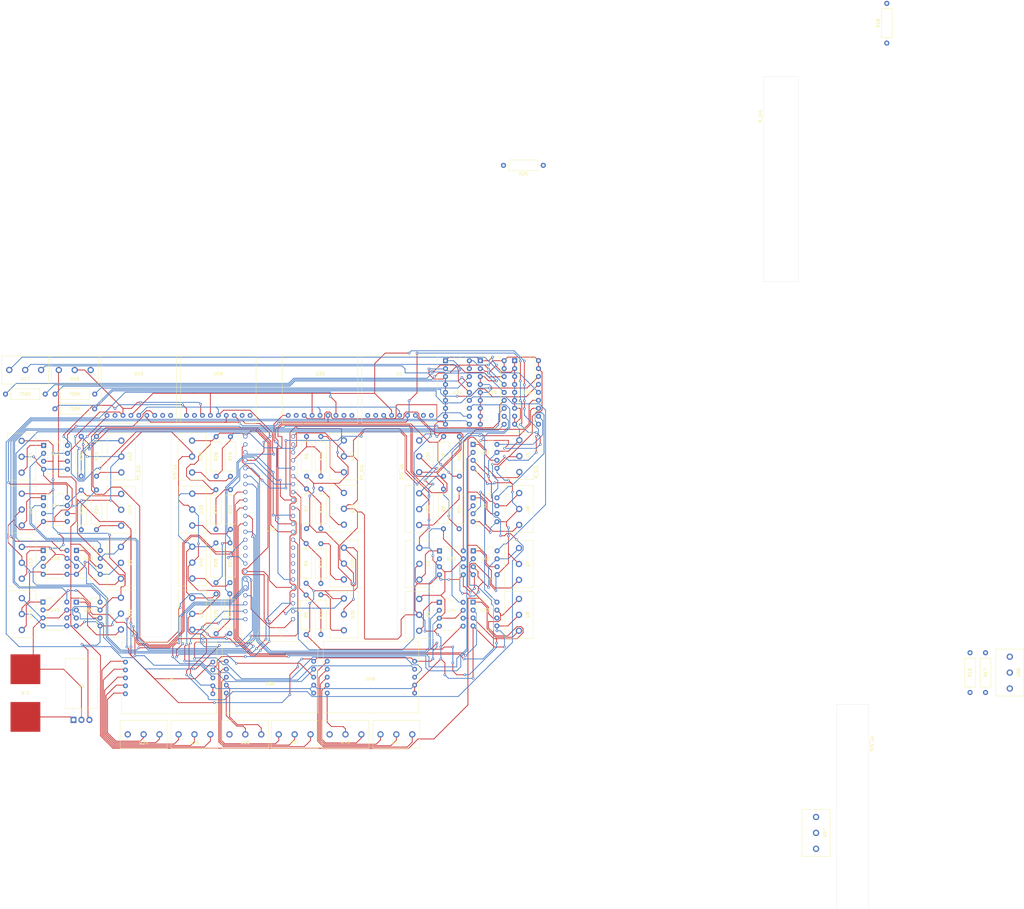
<source format=kicad_pcb>
(kicad_pcb (version 20171130) (host pcbnew "(5.1.9-0-10_14)")
  (layers (0 F.Cu signal) (31 B.Cu signal) (34 B.Paste user) (35 F.Paste user) (36 B.SilkS user) (37 F.SilkS user) (38 B.Mask user) (39 F.Mask user) (44 Edge.Cuts user))
  (net 0 "")
  (net 1 "Net-(BT1-Pad1)")
  (net 2 GND1)
  (net 3 +5V)
  (net 4 1)
  (net 5 2)
  (net 6 3)
  (net 7 4)
  (net 8 5)
  (net 9 6)
  (net 10 13)
  (net 11 15)
  (net 12 7)
  (net 13 8)
  (net 14 9)
  (net 15 10)
  (net 16 11)
  (net 17 12)
  (net 18 14)
  (net 19 "Net-(U24-Pad3)")
  (net 20 "Net-(U25-Pad3)")
  (net 21 19)
  (net 22 18)
  (net 23 17)
  (net 24 16)
  (net 25 21)
  (net 26 20)
  (net 27 "Net-(U23-Pad47)")
  (net 28 "Net-(U23-Pad45)")
  (net 29 "Net-(U23-Pad44)")
  (net 30 "Net-(U23-Pad43)")
  (net 31 "Net-(U23-Pad42)")
  (net 32 "Net-(U23-Pad41)")
  (net 33 "Net-(U24-Pad1)")
  (net 34 "Net-(U24-Pad2)")
  (net 35 "Net-(U25-Pad2)")
  (net 36 "Net-(U25-Pad1)")
  (net 37 "Net-(U35-Pad3)")
  (net 38 "Net-(U35-Pad2)")
  (net 39 "Net-(U35-Pad1)")
  (net 40 "Net-(U36-Pad1)")
  (net 41 "Net-(U36-Pad3)")
  (net 42 "Net-(U36-Pad2)")
  (net 43 "Net-(U45-Pad3)")
  (net 44 "Net-(U45-Pad2)")
  (net 45 "Net-(U45-Pad1)")
  (net 46 "Net-(U46-Pad2)")
  (net 47 "Net-(U46-Pad3)")
  (net 48 "Net-(U46-Pad1)")
  (net 49 "Net-(R1-Pad2)")
  (net 50 "Net-(R1-Pad1)")
  (net 51 "Net-(R2-Pad2)")
  (net 52 "Net-(R2-Pad1)")
  (net 53 "Net-(R3-Pad2)")
  (net 54 "Net-(R3-Pad1)")
  (net 55 "Net-(U1-Pad9)")
  (net 56 "Net-(U1-Pad8)")
  (net 57 51)
  (net 58 "Net-(U1-Pad2)")
  (net 59 40)
  (net 60 41)
  (net 61 42)
  (net 62 43)
  (net 63 44)
  (net 64 45)
  (net 65 53)
  (net 66 54)
  (net 67 48)
  (net 68 46)
  (net 69 47)
  (net 70 49)
  (net 71 "Net-(U15-Pad9)")
  (net 72 "Net-(U15-Pad8)")
  (net 73 50)
  (net 74 "Net-(U15-Pad2)")
  (net 75 "Net-(U16-Pad3)")
  (net 76 52)
  (net 77 27)
  (net 78 26)
  (net 79 25)
  (net 80 "Net-(U18-Pad9)")
  (net 81 "Net-(U18-Pad8)")
  (net 82 "Net-(U18-Pad2)")
  (net 83 36)
  (net 84 37)
  (net 85 38)
  (net 86 39)
  (net 87 28)
  (net 88 31)
  (net 89 "Net-(U23-Pad24)")
  (net 90 58)
  (net 91 55)
  (net 92 56)
  (net 93 57)
  (net 94 "Net-(U33-Pad9)")
  (net 95 "Net-(U33-Pad8)")
  (net 96 "Net-(U33-Pad2)")
  (net 97 32)
  (net 98 33)
  (net 99 34)
  (net 100 35)
  (net 101 29)
  (net 102 30)
  (net 103 "Net-(R12-Pad1)")
  (net 104 "Net-(R13-Pad1)")
  (net 105 "Net-(R15-Pad1)")
  (net 106 "Net-(R11-Pad1)")
  (net 107 "Net-(R14-Pad1)")
  (net 108 "Net-(R16-Pad1)")
  (net 109 "Net-(R11-Pad2)")
  (net 110 "Net-(R12-Pad2)")
  (net 111 "Net-(R13-Pad2)")
  (net 112 "Net-(R14-Pad2)")
  (net 113 "Net-(R15-Pad2)")
  (net 114 "Net-(R16-Pad2)")
  (net 115 "Net-(R17-Pad2)")
  (net 116 "Net-(R18-Pad1)")
  (net 117 "Net-(R19-Pad2)")
  (net 118 "Net-(R19-Pad1)")
  (net 119 "Net-(R20-Pad2)")
  (net 120 "Net-(R20-Pad1)")
  (net 121 "Net-(R21-Pad2)")
  (net 122 "Net-(R21-Pad1)")
  (net 123 "Net-(R22-Pad2)")
  (net 124 "Net-(R22-Pad1)")
  (net 125 "Net-(R23-Pad2)")
  (net 126 "Net-(R23-Pad1)")
  (net 127 "Net-(R24-Pad2)")
  (net 128 "Net-(R24-Pad1)")
  (module Launchbox:LoadCellAmp (layer F.Cu) (at 146.05 139.192)
    (fp_text reference U36 (at 0 2.032) (layer F.SilkS))
    (fp_text value LoadCellAmp)
    (pad 10 thru_hole circle (at 13.97 5.08) (size 1.524 1.524) (drill 0.762) (layers *.Cu *.Mask) (net 3 +5V))
    (pad 9 thru_hole circle (at 13.97 2.54) (size 1.524 1.524) (drill 0.762) (layers *.Cu *.Mask) (net 3 +5V))
    (pad 8 thru_hole circle (at 13.97 0) (size 1.524 1.524) (drill 0.762) (layers *.Cu *.Mask) (net 22 18))
    (pad 7 thru_hole circle (at 13.97 -2.54) (size 1.524 1.524) (drill 0.762) (layers *.Cu *.Mask) (net 21 19))
    (pad 6 thru_hole circle (at 13.97 -5.08) (size 1.524 1.524) (drill 0.762) (layers *.Cu *.Mask) (net 2 GND1))
    (pad 1 thru_hole circle (at -13.97 -5.08) (size 1.524 1.524) (drill 0.762) (layers *.Cu *.Mask) (net 40 "Net-(U36-Pad1)"))
    (pad 5 thru_hole circle (at -13.98 5.08) (size 1.524 1.524) (drill 0.762) (layers *.Cu *.Mask) (net 38 "Net-(U35-Pad2)"))
    (pad 4 thru_hole circle (at -13.97 2.54) (size 1.524 1.524) (drill 0.762) (layers *.Cu *.Mask) (net 39 "Net-(U35-Pad1)"))
    (pad 3 thru_hole circle (at -13.97 0) (size 1.524 1.524) (drill 0.762) (layers *.Cu *.Mask) (net 41 "Net-(U36-Pad3)"))
    (pad 2 thru_hole circle (at -13.97 -2.54) (size 1.524 1.524) (drill 0.762) (layers *.Cu *.Mask) (net 42 "Net-(U36-Pad2)"))
  )
  (module Resistor_THT:R_Axial_DIN0309_L9.0mm_D3.2mm_P12.70mm_Horizontal (layer F.Cu) (at 162.306 125.5395 90)
    (fp_text reference R13 (at 6.35 0 90) (layer F.SilkS))
    (fp_text value R_US)
    (pad 2 thru_hole oval (at 12.7 0 90) (size 1.6 1.6) (drill 0.8) (layers *.Cu *.Mask) (net 111 "Net-(R13-Pad2)"))
    (pad 1 thru_hole circle (at 0 0 90) (size 1.6 1.6) (drill 0.8) (layers *.Cu *.Mask) (net 104 "Net-(R13-Pad1)"))
  )
  (module Package_DIP:DIP-8_W7.62mm (layer F.Cu) (at 200.152 115.2525)
    (fp_text reference U44 (at 3.81 2.54) (layer F.SilkS))
    (fp_text value SPDT_IC)
    (pad 1 thru_hole rect (at 0 0) (size 1.6 1.6) (drill 0.8) (layers *.Cu *.Mask) (net 60 41))
    (pad 5 thru_hole oval (at 7.62 7.62) (size 1.6 1.6) (drill 0.8) (layers *.Cu *.Mask) (net 3 +5V))
    (pad 2 thru_hole oval (at 0 2.54) (size 1.6 1.6) (drill 0.8) (layers *.Cu *.Mask) (net 7 4))
    (pad 6 thru_hole oval (at 7.62 5.08) (size 1.6 1.6) (drill 0.8) (layers *.Cu *.Mask) (net 76 52))
    (pad 3 thru_hole oval (at 0 5.08) (size 1.6 1.6) (drill 0.8) (layers *.Cu *.Mask) (net 2 GND1))
    (pad 7 thru_hole oval (at 7.62 2.54) (size 1.6 1.6) (drill 0.8) (layers *.Cu *.Mask) (net 2 GND1))
    (pad 4 thru_hole oval (at 0 7.62) (size 1.6 1.6) (drill 0.8) (layers *.Cu *.Mask) (net 3 +5V))
    (pad 8 thru_hole oval (at 7.62 0) (size 1.6 1.6) (drill 0.8) (layers *.Cu *.Mask) (net 101 29))
  )
  (module Package_DIP:DIP-8_W7.62mm (layer F.Cu) (at 210.947 64.77)
    (fp_text reference U51 (at 3.81 2.54) (layer F.SilkS))
    (fp_text value SPDT_IC)
    (pad 8 thru_hole oval (at 7.62 0) (size 1.6 1.6) (drill 0.8) (layers *.Cu *.Mask) (net 102 30))
    (pad 4 thru_hole oval (at 0 7.62) (size 1.6 1.6) (drill 0.8) (layers *.Cu *.Mask) (net 3 +5V))
    (pad 7 thru_hole oval (at 7.62 2.54) (size 1.6 1.6) (drill 0.8) (layers *.Cu *.Mask) (net 2 GND1))
    (pad 3 thru_hole oval (at 0 5.08) (size 1.6 1.6) (drill 0.8) (layers *.Cu *.Mask) (net 2 GND1))
    (pad 6 thru_hole oval (at 7.62 5.08) (size 1.6 1.6) (drill 0.8) (layers *.Cu *.Mask) (net 76 52))
    (pad 2 thru_hole oval (at 0 2.54) (size 1.6 1.6) (drill 0.8) (layers *.Cu *.Mask) (net 8 5))
    (pad 5 thru_hole oval (at 7.62 7.62) (size 1.6 1.6) (drill 0.8) (layers *.Cu *.Mask) (net 3 +5V))
    (pad 1 thru_hole rect (at 0 0) (size 1.6 1.6) (drill 0.8) (layers *.Cu *.Mask) (net 61 42))
  )
  (module Resistor_THT:R_Axial_DIN0309_L9.0mm_D3.2mm_P12.70mm_Horizontal (layer F.Cu) (at 201.4855 91.7575 90)
    (fp_text reference R8 (at 6.35 0 90) (layer F.SilkS))
    (fp_text value R_US)
    (pad 2 thru_hole oval (at 12.7 0 90) (size 1.6 1.6) (drill 0.8) (layers *.Cu *.Mask) (net 107 "Net-(R14-Pad1)"))
    (pad 1 thru_hole circle (at 0 0 90) (size 1.6 1.6) (drill 0.8) (layers *.Cu *.Mask) (net 2 GND1))
  )
  (module Resistor_THT:R_Axial_DIN0309_L9.0mm_D3.2mm_P12.70mm_Horizontal (layer F.Cu) (at 85.725 92.075 90)
    (fp_text reference R31 (at 6.35 0 270) (layer F.SilkS))
    (fp_text value R_US)
    (pad 2 thru_hole oval (at 12.7 0 90) (size 1.6 1.6) (drill 0.8) (layers *.Cu *.Mask) (net 2 GND1))
    (pad 1 thru_hole circle (at 0 0 90) (size 1.6 1.6) (drill 0.8) (layers *.Cu *.Mask) (net 127 "Net-(R24-Pad2)"))
  )
  (module Resistor_THT:R_Axial_DIN0309_L9.0mm_D3.2mm_P12.70mm_Horizontal (layer F.Cu) (at 85.725 74.93 90)
    (fp_text reference R30 (at 6.35 0 90) (layer F.SilkS))
    (fp_text value R_US)
    (pad 2 thru_hole oval (at 12.7 0 90) (size 1.6 1.6) (drill 0.8) (layers *.Cu *.Mask) (net 2 GND1))
    (pad 1 thru_hole circle (at 0 0 90) (size 1.6 1.6) (drill 0.8) (layers *.Cu *.Mask) (net 125 "Net-(R23-Pad2)"))
  )
  (module Resistor_THT:R_Axial_DIN0309_L9.0mm_D3.2mm_P12.70mm_Horizontal (layer F.Cu) (at 128.8415 125.2855 90)
    (fp_text reference R29 (at 6.35 0 90) (layer F.SilkS))
    (fp_text value R_US)
    (pad 2 thru_hole oval (at 12.7 0 90) (size 1.6 1.6) (drill 0.8) (layers *.Cu *.Mask) (net 2 GND1))
    (pad 1 thru_hole circle (at 0 0 90) (size 1.6 1.6) (drill 0.8) (layers *.Cu *.Mask) (net 123 "Net-(R22-Pad2)"))
  )
  (module Resistor_THT:R_Axial_DIN0309_L9.0mm_D3.2mm_P12.70mm_Horizontal (layer F.Cu) (at 128.778 108.966 90)
    (fp_text reference R28 (at 6.35 0 90) (layer F.SilkS))
    (fp_text value R_US)
    (pad 2 thru_hole oval (at 12.7 0 90) (size 1.6 1.6) (drill 0.8) (layers *.Cu *.Mask) (net 2 GND1))
    (pad 1 thru_hole circle (at 0 0 90) (size 1.6 1.6) (drill 0.8) (layers *.Cu *.Mask) (net 121 "Net-(R21-Pad2)"))
  )
  (module Resistor_THT:R_Axial_DIN0309_L9.0mm_D3.2mm_P12.70mm_Horizontal (layer F.Cu) (at 128.778 91.948 90)
    (fp_text reference R27 (at 6.35 0 90) (layer F.SilkS))
    (fp_text value R_US)
    (pad 2 thru_hole oval (at 12.7 0 90) (size 1.6 1.6) (drill 0.8) (layers *.Cu *.Mask) (net 2 GND1))
    (pad 1 thru_hole circle (at 0 0 90) (size 1.6 1.6) (drill 0.8) (layers *.Cu *.Mask) (net 119 "Net-(R20-Pad2)"))
  )
  (module Resistor_THT:R_Axial_DIN0309_L9.0mm_D3.2mm_P12.70mm_Horizontal (layer F.Cu) (at 128.8415 74.9935 90)
    (fp_text reference R26 (at 6.35 0 90) (layer F.SilkS))
    (fp_text value R_US)
    (pad 2 thru_hole oval (at 12.7 0 90) (size 1.6 1.6) (drill 0.8) (layers *.Cu *.Mask) (net 2 GND1))
    (pad 1 thru_hole circle (at 0 0 90) (size 1.6 1.6) (drill 0.8) (layers *.Cu *.Mask) (net 117 "Net-(R19-Pad2)"))
  )
  (module Resistor_THT:R_Axial_DIN0309_L9.0mm_D3.2mm_P12.70mm_Horizontal (layer F.Cu) (at 233.3752 -24.4602 180)
    (fp_text reference R25 (at 6.35 -2.72) (layer F.SilkS))
    (fp_text value R_US)
    (pad 2 thru_hole oval (at 12.7 0 180) (size 1.6 1.6) (drill 0.8) (layers *.Cu *.Mask) (net 2 GND1))
    (pad 1 thru_hole circle (at 0 0 180) (size 1.6 1.6) (drill 0.8) (layers *.Cu *.Mask) (net 92 56))
  )
  (module Resistor_THT:R_Axial_DIN0309_L9.0mm_D3.2mm_P12.70mm_Horizontal (layer F.Cu) (at 90.6145 92.0115 90)
    (fp_text reference R24 (at 6.35 0 90) (layer F.SilkS))
    (fp_text value R_US)
    (pad 2 thru_hole oval (at 12.7 0 90) (size 1.6 1.6) (drill 0.8) (layers *.Cu *.Mask) (net 127 "Net-(R24-Pad2)"))
    (pad 1 thru_hole circle (at 0 0 90) (size 1.6 1.6) (drill 0.8) (layers *.Cu *.Mask) (net 128 "Net-(R24-Pad1)"))
  )
  (module Resistor_THT:R_Axial_DIN0309_L9.0mm_D3.2mm_P12.70mm_Horizontal (layer F.Cu) (at 90.6145 74.93 90)
    (fp_text reference R23 (at 6.35 0 90) (layer F.SilkS))
    (fp_text value R_US)
    (pad 2 thru_hole oval (at 12.7 0 90) (size 1.6 1.6) (drill 0.8) (layers *.Cu *.Mask) (net 125 "Net-(R23-Pad2)"))
    (pad 1 thru_hole circle (at 0 0 90) (size 1.6 1.6) (drill 0.8) (layers *.Cu *.Mask) (net 126 "Net-(R23-Pad1)"))
  )
  (module Resistor_THT:R_Axial_DIN0309_L9.0mm_D3.2mm_P12.70mm_Horizontal (layer F.Cu) (at 133.223 125.222 90)
    (fp_text reference R22 (at 6.35 0 90) (layer F.SilkS))
    (fp_text value R_US)
    (pad 2 thru_hole oval (at 12.7 0 90) (size 1.6 1.6) (drill 0.8) (layers *.Cu *.Mask) (net 123 "Net-(R22-Pad2)"))
    (pad 1 thru_hole circle (at 0 0 90) (size 1.6 1.6) (drill 0.8) (layers *.Cu *.Mask) (net 124 "Net-(R22-Pad1)"))
  )
  (module Resistor_THT:R_Axial_DIN0309_L9.0mm_D3.2mm_P12.70mm_Horizontal (layer F.Cu) (at 133.2865 108.966 90)
    (fp_text reference R21 (at 6.35 0 90) (layer F.SilkS))
    (fp_text value R_US)
    (pad 2 thru_hole oval (at 12.7 0 90) (size 1.6 1.6) (drill 0.8) (layers *.Cu *.Mask) (net 121 "Net-(R21-Pad2)"))
    (pad 1 thru_hole circle (at 0 0 90) (size 1.6 1.6) (drill 0.8) (layers *.Cu *.Mask) (net 122 "Net-(R21-Pad1)"))
  )
  (module Resistor_THT:R_Axial_DIN0309_L9.0mm_D3.2mm_P12.70mm_Horizontal (layer F.Cu) (at 133.4135 91.948 90)
    (fp_text reference R20 (at 6.35 0 90) (layer F.SilkS))
    (fp_text value R_US)
    (pad 2 thru_hole oval (at 12.7 0 90) (size 1.6 1.6) (drill 0.8) (layers *.Cu *.Mask) (net 119 "Net-(R20-Pad2)"))
    (pad 1 thru_hole circle (at 0 0 90) (size 1.6 1.6) (drill 0.8) (layers *.Cu *.Mask) (net 120 "Net-(R20-Pad1)"))
  )
  (module Resistor_THT:R_Axial_DIN0309_L9.0mm_D3.2mm_P12.70mm_Horizontal (layer F.Cu) (at 133.4135 74.9935 90)
    (fp_text reference R19 (at 6.35 0 90) (layer F.SilkS))
    (fp_text value R_US)
    (pad 2 thru_hole oval (at 12.7 0 90) (size 1.6 1.6) (drill 0.8) (layers *.Cu *.Mask) (net 117 "Net-(R19-Pad2)"))
    (pad 1 thru_hole circle (at 0 0 90) (size 1.6 1.6) (drill 0.8) (layers *.Cu *.Mask) (net 118 "Net-(R19-Pad1)"))
  )
  (module Resistor_THT:R_Axial_DIN0309_L9.0mm_D3.2mm_P12.70mm_Horizontal (layer F.Cu) (at 343.154 -63.552 90)
    (fp_text reference R18 (at 6.35 -2.72 90) (layer F.SilkS))
    (fp_text value R_US)
    (pad 2 thru_hole oval (at 12.7 0 90) (size 1.6 1.6) (drill 0.8) (layers *.Cu *.Mask) (net 92 56))
    (pad 1 thru_hole circle (at 0 0 90) (size 1.6 1.6) (drill 0.8) (layers *.Cu *.Mask) (net 116 "Net-(R18-Pad1)"))
  )
  (module Resistor_THT:R_Axial_DIN0309_L9.0mm_D3.2mm_P12.70mm_Horizontal (layer F.Cu) (at 374.7135 144.0815 90)
    (fp_text reference R17 (at 6.35 0 90) (layer F.SilkS))
    (fp_text value R_US)
    (pad 2 thru_hole oval (at 12.7 0 90) (size 1.6 1.6) (drill 0.8) (layers *.Cu *.Mask) (net 115 "Net-(R17-Pad2)"))
    (pad 1 thru_hole circle (at 0 0 90) (size 1.6 1.6) (drill 0.8) (layers *.Cu *.Mask) (net 91 55))
  )
  (module Resistor_THT:R_Axial_DIN0309_L9.0mm_D3.2mm_P12.70mm_Horizontal (layer F.Cu) (at 206.5655 74.93 90)
    (fp_text reference R16 (at 6.35 0 90) (layer F.SilkS))
    (fp_text value R_US)
    (pad 2 thru_hole oval (at 12.7 0 90) (size 1.6 1.6) (drill 0.8) (layers *.Cu *.Mask) (net 114 "Net-(R16-Pad2)"))
    (pad 1 thru_hole circle (at 0 0 90) (size 1.6 1.6) (drill 0.8) (layers *.Cu *.Mask) (net 108 "Net-(R16-Pad1)"))
  )
  (module Resistor_THT:R_Axial_DIN0309_L9.0mm_D3.2mm_P12.70mm_Horizontal (layer F.Cu) (at 162.306 74.93 90)
    (fp_text reference R15 (at 6.35 0 90) (layer F.SilkS))
    (fp_text value R_US)
    (pad 2 thru_hole oval (at 12.7 0 90) (size 1.6 1.6) (drill 0.8) (layers *.Cu *.Mask) (net 113 "Net-(R15-Pad2)"))
    (pad 1 thru_hole circle (at 0 0 90) (size 1.6 1.6) (drill 0.8) (layers *.Cu *.Mask) (net 105 "Net-(R15-Pad1)"))
  )
  (module Resistor_THT:R_Axial_DIN0309_L9.0mm_D3.2mm_P12.70mm_Horizontal (layer F.Cu) (at 206.502 91.7575 90)
    (fp_text reference R14 (at 6.35 0 90) (layer F.SilkS))
    (fp_text value R_US)
    (pad 2 thru_hole oval (at 12.7 0 90) (size 1.6 1.6) (drill 0.8) (layers *.Cu *.Mask) (net 112 "Net-(R14-Pad2)"))
    (pad 1 thru_hole circle (at 0 0 90) (size 1.6 1.6) (drill 0.8) (layers *.Cu *.Mask) (net 107 "Net-(R14-Pad1)"))
  )
  (module Resistor_THT:R_Axial_DIN0309_L9.0mm_D3.2mm_P12.70mm_Horizontal (layer F.Cu) (at 162.306 109.22 90)
    (fp_text reference R12 (at 6.35 0 90) (layer F.SilkS))
    (fp_text value R_US)
    (pad 2 thru_hole oval (at 12.7 0 90) (size 1.6 1.6) (drill 0.8) (layers *.Cu *.Mask) (net 110 "Net-(R12-Pad2)"))
    (pad 1 thru_hole circle (at 0 0 90) (size 1.6 1.6) (drill 0.8) (layers *.Cu *.Mask) (net 103 "Net-(R12-Pad1)"))
  )
  (module Resistor_THT:R_Axial_DIN0309_L9.0mm_D3.2mm_P12.70mm_Horizontal (layer F.Cu) (at 162.306 91.694 90)
    (fp_text reference R11 (at 6.35 0 90) (layer F.SilkS))
    (fp_text value R_US)
    (pad 2 thru_hole oval (at 12.7 0 90) (size 1.6 1.6) (drill 0.8) (layers *.Cu *.Mask) (net 109 "Net-(R11-Pad2)"))
    (pad 1 thru_hole circle (at 0 0 90) (size 1.6 1.6) (drill 0.8) (layers *.Cu *.Mask) (net 106 "Net-(R11-Pad1)"))
  )
  (module Resistor_THT:R_Axial_DIN0309_L9.0mm_D3.2mm_P12.70mm_Horizontal (layer F.Cu) (at 369.7605 144.0815 90)
    (fp_text reference R10 (at 6.35 0 90) (layer F.SilkS))
    (fp_text value R_US)
    (pad 2 thru_hole oval (at 12.7 0 90) (size 1.6 1.6) (drill 0.8) (layers *.Cu *.Mask) (net 91 55))
    (pad 1 thru_hole circle (at 0 0 90) (size 1.6 1.6) (drill 0.8) (layers *.Cu *.Mask) (net 2 GND1))
  )
  (module Resistor_THT:R_Axial_DIN0309_L9.0mm_D3.2mm_P12.70mm_Horizontal (layer F.Cu) (at 201.549 74.93 90)
    (fp_text reference R9 (at 6.35 0 90) (layer F.SilkS))
    (fp_text value R_US)
    (pad 2 thru_hole oval (at 12.7 0 90) (size 1.6 1.6) (drill 0.8) (layers *.Cu *.Mask) (net 108 "Net-(R16-Pad1)"))
    (pad 1 thru_hole circle (at 0 0 90) (size 1.6 1.6) (drill 0.8) (layers *.Cu *.Mask) (net 2 GND1))
  )
  (module Resistor_THT:R_Axial_DIN0309_L9.0mm_D3.2mm_P12.70mm_Horizontal (layer F.Cu) (at 157.734 91.694 90)
    (fp_text reference R7 (at 6.35 0 90) (layer F.SilkS))
    (fp_text value R_US)
    (pad 2 thru_hole oval (at 12.7 0 90) (size 1.6 1.6) (drill 0.8) (layers *.Cu *.Mask) (net 106 "Net-(R11-Pad1)"))
    (pad 1 thru_hole circle (at 0 0 90) (size 1.6 1.6) (drill 0.8) (layers *.Cu *.Mask) (net 2 GND1))
  )
  (module Resistor_THT:R_Axial_DIN0309_L9.0mm_D3.2mm_P12.70mm_Horizontal (layer F.Cu) (at 157.734 74.93 90)
    (fp_text reference R6 (at 6.35 0 90) (layer F.SilkS))
    (fp_text value R_US)
    (pad 2 thru_hole oval (at 12.7 0 90) (size 1.6 1.6) (drill 0.8) (layers *.Cu *.Mask) (net 105 "Net-(R15-Pad1)"))
    (pad 1 thru_hole circle (at 0 0 90) (size 1.6 1.6) (drill 0.8) (layers *.Cu *.Mask) (net 2 GND1))
  )
  (module Resistor_THT:R_Axial_DIN0309_L9.0mm_D3.2mm_P12.70mm_Horizontal (layer F.Cu) (at 157.607 125.603 90)
    (fp_text reference R5 (at 6.35 0 90) (layer F.SilkS))
    (fp_text value R_US)
    (pad 2 thru_hole oval (at 12.7 0 90) (size 1.6 1.6) (drill 0.8) (layers *.Cu *.Mask) (net 104 "Net-(R13-Pad1)"))
    (pad 1 thru_hole circle (at 0 0 90) (size 1.6 1.6) (drill 0.8) (layers *.Cu *.Mask) (net 2 GND1))
  )
  (module Resistor_THT:R_Axial_DIN0309_L9.0mm_D3.2mm_P12.70mm_Horizontal (layer F.Cu) (at 157.607 109.1565 90)
    (fp_text reference R4 (at 6.35 0 90) (layer F.SilkS))
    (fp_text value R_US)
    (pad 2 thru_hole oval (at 12.7 0 90) (size 1.6 1.6) (drill 0.8) (layers *.Cu *.Mask) (net 103 "Net-(R12-Pad1)"))
    (pad 1 thru_hole circle (at 0 0 90) (size 1.6 1.6) (drill 0.8) (layers *.Cu *.Mask) (net 2 GND1))
  )
  (module Launchbox:Lipo_Battery_Connector (layer F.Cu) (at 67.8942 144.272 90)
    (fp_text reference BT1 (at 0 0 180) (layer F.SilkS))
    (fp_text value Battery_Cell)
    (pad 1 smd rect (at -7.62 0 90) (size 9.525 9.525) (layers F.Cu F.Paste F.Mask) (net 1 "Net-(BT1-Pad1)"))
    (pad 2 smd rect (at 7.62 0 90) (size 9.525 9.525) (layers F.Cu F.Paste F.Mask) (net 2 GND1))
  )
  (module Resistor_THT:R_Axial_DIN0309_L9.0mm_D3.2mm_P12.70mm_Horizontal (layer F.Cu) (at 74.225 48.675 180)
    (fp_text reference 750K (at 6.35 0) (layer F.SilkS))
    (fp_text value R_US)
    (pad 1 thru_hole circle (at 0 0 180) (size 1.6 1.6) (drill 0.8) (layers *.Cu *.Mask) (net 50 "Net-(R1-Pad1)"))
    (pad 2 thru_hole oval (at 12.7 0 180) (size 1.6 1.6) (drill 0.8) (layers *.Cu *.Mask) (net 49 "Net-(R1-Pad2)"))
  )
  (module Resistor_THT:R_Axial_DIN0309_L9.0mm_D3.2mm_P12.70mm_Horizontal (layer F.Cu) (at 90.05 48.675 180)
    (fp_text reference 750K (at 6.35 0) (layer F.SilkS))
    (fp_text value R_US)
    (pad 1 thru_hole circle (at 0 0 180) (size 1.6 1.6) (drill 0.8) (layers *.Cu *.Mask) (net 52 "Net-(R2-Pad1)"))
    (pad 2 thru_hole oval (at 12.7 0 180) (size 1.6 1.6) (drill 0.8) (layers *.Cu *.Mask) (net 51 "Net-(R2-Pad2)"))
  )
  (module Resistor_THT:R_Axial_DIN0309_L9.0mm_D3.2mm_P12.70mm_Horizontal (layer F.Cu) (at 90.025 53.4 180)
    (fp_text reference 750K (at 6.35 0) (layer F.SilkS))
    (fp_text value R_US)
    (pad 2 thru_hole oval (at 12.7 0 180) (size 1.6 1.6) (drill 0.8) (layers *.Cu *.Mask) (net 53 "Net-(R3-Pad2)"))
    (pad 1 thru_hole circle (at 0 0 180) (size 1.6 1.6) (drill 0.8) (layers *.Cu *.Mask) (net 54 "Net-(R3-Pad1)"))
  )
  (module Launchbox:MAX31856 (layer F.Cu) (at 187.452 47.244)
    (fp_text reference U1 (at 0 -5.08) (layer F.SilkS))
    (fp_text value MAX31856)
    (pad 9 thru_hole circle (at 10.16 8.255) (size 1.524 1.524) (drill 0.762) (layers *.Cu *.Mask) (net 55 "Net-(U1-Pad9)"))
    (pad 8 thru_hole circle (at 7.62 8.255) (size 1.524 1.524) (drill 0.762) (layers *.Cu *.Mask) (net 56 "Net-(U1-Pad8)"))
    (pad 7 thru_hole circle (at 5.08 8.255) (size 1.524 1.524) (drill 0.762) (layers *.Cu *.Mask) (net 57 51))
    (pad 6 thru_hole circle (at 2.54 8.255) (size 1.524 1.524) (drill 0.762) (layers *.Cu *.Mask) (net 10 13))
    (pad 5 thru_hole circle (at 0 8.255) (size 1.524 1.524) (drill 0.762) (layers *.Cu *.Mask) (net 18 14))
    (pad 4 thru_hole circle (at -2.54 8.255) (size 1.524 1.524) (drill 0.762) (layers *.Cu *.Mask) (net 4 1))
    (pad 3 thru_hole circle (at -5.08 8.255) (size 1.524 1.524) (drill 0.762) (layers *.Cu *.Mask) (net 2 GND1))
    (pad 2 thru_hole circle (at -7.62 8.255) (size 1.524 1.524) (drill 0.762) (layers *.Cu *.Mask) (net 58 "Net-(U1-Pad2)"))
    (pad 1 thru_hole circle (at -10.16 8.255) (size 1.524 1.524) (drill 0.762) (layers *.Cu *.Mask) (net 3 +5V))
  )
  (module Launchbox:ScrewTerminals (layer F.Cu) (at 193.802 102.9335 90)
    (fp_text reference U2 (at 0.02 2.794 90) (layer F.SilkS))
    (fp_text value SerialScrewTerminals)
    (pad 3 thru_hole circle (at 5.08 0 90) (size 2 2) (drill 1.2) (layers *.Cu *.Mask) (net 2 GND1))
    (pad 2 thru_hole circle (at 0 0 90) (size 2 2) (drill 1.2) (layers *.Cu *.Mask) (net 3 +5V))
    (pad 1 thru_hole circle (at -5.08 0 90) (size 2 2) (drill 1.2) (layers *.Cu *.Mask) (net 59 40))
  )
  (module Package_TO_SOT_THT:TO-220-3_Horizontal_TabDown (layer F.Cu) (at 83.2612 152.8318)
    (fp_text reference U3 (at 2.54 -10.668) (layer F.SilkS))
    (fp_text value L7805)
    (pad "" np_thru_hole oval (at 2.54 -16.66) (size 3.5 3.5) (drill 3.5) (layers *.Cu *.Mask))
    (pad 1 thru_hole rect (at 0 0) (size 1.905 2) (drill 1.1) (layers *.Cu *.Mask) (net 1 "Net-(BT1-Pad1)"))
    (pad 2 thru_hole oval (at 2.54 0) (size 1.905 2) (drill 1.1) (layers *.Cu *.Mask) (net 2 GND1))
    (pad 3 thru_hole oval (at 5.08 0) (size 1.905 2) (drill 1.1) (layers *.Cu *.Mask) (net 3 +5V))
  )
  (module Launchbox:ScrewTerminals (layer F.Cu) (at 193.7385 119.253 90)
    (fp_text reference U4 (at 0.02 2.794 90) (layer F.SilkS))
    (fp_text value SerialScrewTerminals)
    (pad 1 thru_hole circle (at -5.08 0 90) (size 2 2) (drill 1.2) (layers *.Cu *.Mask) (net 60 41))
    (pad 2 thru_hole circle (at 0 0 90) (size 2 2) (drill 1.2) (layers *.Cu *.Mask) (net 3 +5V))
    (pad 3 thru_hole circle (at 5.08 0 90) (size 2 2) (drill 1.2) (layers *.Cu *.Mask) (net 2 GND1))
  )
  (module Launchbox:ScrewTerminals (layer F.Cu) (at 225.7425 68.5165 90)
    (fp_text reference U5 (at 0.02 2.794 90) (layer F.SilkS))
    (fp_text value SerialScrewTerminals)
    (pad 3 thru_hole circle (at 5.08 0 90) (size 2 2) (drill 1.2) (layers *.Cu *.Mask) (net 2 GND1))
    (pad 2 thru_hole circle (at 0 0 90) (size 2 2) (drill 1.2) (layers *.Cu *.Mask) (net 3 +5V))
    (pad 1 thru_hole circle (at -5.08 0 90) (size 2 2) (drill 1.2) (layers *.Cu *.Mask) (net 61 42))
  )
  (module Launchbox:ScrewTerminals (layer F.Cu) (at 225.679 85.4075 90)
    (fp_text reference U6 (at 0.02 2.794 90) (layer F.SilkS))
    (fp_text value SerialScrewTerminals)
    (pad 1 thru_hole circle (at -5.08 0 90) (size 2 2) (drill 1.2) (layers *.Cu *.Mask) (net 62 43))
    (pad 2 thru_hole circle (at 0 0 90) (size 2 2) (drill 1.2) (layers *.Cu *.Mask) (net 3 +5V))
    (pad 3 thru_hole circle (at 5.08 0 90) (size 2 2) (drill 1.2) (layers *.Cu *.Mask) (net 2 GND1))
  )
  (module Launchbox:ScrewTerminals (layer F.Cu) (at 225.6155 102.997 90)
    (fp_text reference U7 (at 0.02 2.794 90) (layer F.SilkS))
    (fp_text value SerialScrewTerminals)
    (pad 3 thru_hole circle (at 5.08 0 90) (size 2 2) (drill 1.2) (layers *.Cu *.Mask) (net 2 GND1))
    (pad 2 thru_hole circle (at 0 0 90) (size 2 2) (drill 1.2) (layers *.Cu *.Mask) (net 3 +5V))
    (pad 1 thru_hole circle (at -5.08 0 90) (size 2 2) (drill 1.2) (layers *.Cu *.Mask) (net 63 44))
  )
  (module Launchbox:ScrewTerminals (layer F.Cu) (at 225.6155 119.253 90)
    (fp_text reference U8 (at 0.02 2.794 90) (layer F.SilkS))
    (fp_text value SerialScrewTerminals)
    (pad 1 thru_hole circle (at -5.08 0 90) (size 2 2) (drill 1.2) (layers *.Cu *.Mask) (net 64 45))
    (pad 2 thru_hole circle (at 0 0 90) (size 2 2) (drill 1.2) (layers *.Cu *.Mask) (net 3 +5V))
    (pad 3 thru_hole circle (at 5.08 0 90) (size 2 2) (drill 1.2) (layers *.Cu *.Mask) (net 2 GND1))
  )
  (module Launchbox:ScrewTerminals (layer F.Cu) (at 98.425 102.616 90)
    (fp_text reference U9 (at 0.02 2.794 90) (layer F.SilkS))
    (fp_text value SerialScrewTerminals)
    (pad 3 thru_hole circle (at 5.08 0 90) (size 2 2) (drill 1.2) (layers *.Cu *.Mask) (net 2 GND1))
    (pad 2 thru_hole circle (at 0 0 90) (size 2 2) (drill 1.2) (layers *.Cu *.Mask) (net 3 +5V))
    (pad 1 thru_hole circle (at -5.08 0 90) (size 2 2) (drill 1.2) (layers *.Cu *.Mask) (net 65 53))
  )
  (module Launchbox:ScrewTerminals (layer F.Cu) (at 98.425 118.872 90)
    (fp_text reference U10 (at 0.02 2.794 90) (layer F.SilkS))
    (fp_text value SerialScrewTerminals)
    (pad 1 thru_hole circle (at -5.08 0 90) (size 2 2) (drill 1.2) (layers *.Cu *.Mask) (net 66 54))
    (pad 2 thru_hole circle (at 0 0 90) (size 2 2) (drill 1.2) (layers *.Cu *.Mask) (net 3 +5V))
    (pad 3 thru_hole circle (at 5.08 0 90) (size 2 2) (drill 1.2) (layers *.Cu *.Mask) (net 2 GND1))
  )
  (module Launchbox:ScrewTerminals (layer F.Cu) (at 66.675 68.707 90)
    (fp_text reference U11 (at 0.02 2.794 90) (layer F.SilkS))
    (fp_text value SerialScrewTerminals)
    (pad 1 thru_hole circle (at -5.08 0 90) (size 2 2) (drill 1.2) (layers *.Cu *.Mask) (net 67 48))
    (pad 2 thru_hole circle (at 0 0 90) (size 2 2) (drill 1.2) (layers *.Cu *.Mask) (net 3 +5V))
    (pad 3 thru_hole circle (at 5.08 0 90) (size 2 2) (drill 1.2) (layers *.Cu *.Mask) (net 2 GND1))
  )
  (module Launchbox:ScrewTerminals (layer F.Cu) (at 66.7385 85.598 90)
    (fp_text reference U12 (at 0.02 2.794 90) (layer F.SilkS))
    (fp_text value SerialScrewTerminals)
    (pad 1 thru_hole circle (at -5.08 0 90) (size 2 2) (drill 1.2) (layers *.Cu *.Mask) (net 68 46))
    (pad 2 thru_hole circle (at 0 0 90) (size 2 2) (drill 1.2) (layers *.Cu *.Mask) (net 3 +5V))
    (pad 3 thru_hole circle (at 5.08 0 90) (size 2 2) (drill 1.2) (layers *.Cu *.Mask) (net 2 GND1))
  )
  (module Launchbox:ScrewTerminals (layer F.Cu) (at 66.7512 102.616 90)
    (fp_text reference U13 (at 0.02 2.794 90) (layer F.SilkS))
    (fp_text value SerialScrewTerminals)
    (pad 3 thru_hole circle (at 5.08 0 90) (size 2 2) (drill 1.2) (layers *.Cu *.Mask) (net 2 GND1))
    (pad 2 thru_hole circle (at 0 0 90) (size 2 2) (drill 1.2) (layers *.Cu *.Mask) (net 3 +5V))
    (pad 1 thru_hole circle (at -5.08 0 90) (size 2 2) (drill 1.2) (layers *.Cu *.Mask) (net 69 47))
  )
  (module Launchbox:ScrewTerminals (layer F.Cu) (at 66.7512 119.0244 90)
    (fp_text reference U14 (at 0.02 2.794 90) (layer F.SilkS))
    (fp_text value SerialScrewTerminals)
    (pad 3 thru_hole circle (at 5.08 0 90) (size 2 2) (drill 1.2) (layers *.Cu *.Mask) (net 2 GND1))
    (pad 2 thru_hole circle (at 0 0 90) (size 2 2) (drill 1.2) (layers *.Cu *.Mask) (net 3 +5V))
    (pad 1 thru_hole circle (at -5.08 0 90) (size 2 2) (drill 1.2) (layers *.Cu *.Mask) (net 70 49))
  )
  (module Launchbox:MAX31856 (layer F.Cu) (at 104.14 47.244)
    (fp_text reference U15 (at 0 -5.08) (layer F.SilkS))
    (fp_text value MAX31856)
    (pad 1 thru_hole circle (at -10.16 8.255) (size 1.524 1.524) (drill 0.762) (layers *.Cu *.Mask) (net 3 +5V))
    (pad 2 thru_hole circle (at -7.62 8.255) (size 1.524 1.524) (drill 0.762) (layers *.Cu *.Mask) (net 74 "Net-(U15-Pad2)"))
    (pad 3 thru_hole circle (at -5.08 8.255) (size 1.524 1.524) (drill 0.762) (layers *.Cu *.Mask) (net 2 GND1))
    (pad 4 thru_hole circle (at -2.54 8.255) (size 1.524 1.524) (drill 0.762) (layers *.Cu *.Mask) (net 4 1))
    (pad 5 thru_hole circle (at 0 8.255) (size 1.524 1.524) (drill 0.762) (layers *.Cu *.Mask) (net 18 14))
    (pad 6 thru_hole circle (at 2.54 8.255) (size 1.524 1.524) (drill 0.762) (layers *.Cu *.Mask) (net 10 13))
    (pad 7 thru_hole circle (at 5.08 8.255) (size 1.524 1.524) (drill 0.762) (layers *.Cu *.Mask) (net 73 50))
    (pad 8 thru_hole circle (at 7.62 8.255) (size 1.524 1.524) (drill 0.762) (layers *.Cu *.Mask) (net 72 "Net-(U15-Pad8)"))
    (pad 9 thru_hole circle (at 10.16 8.255) (size 1.524 1.524) (drill 0.762) (layers *.Cu *.Mask) (net 71 "Net-(U15-Pad9)"))
  )
  (module Launchbox:ScrewTerminals (layer F.Cu) (at 83.65 40.975)
    (fp_text reference U16 (at 0.02 2.794) (layer F.SilkS))
    (fp_text value SerialScrewTerminals)
    (pad 3 thru_hole circle (at 5.08 0) (size 2 2) (drill 1.2) (layers *.Cu *.Mask) (net 75 "Net-(U16-Pad3)"))
    (pad 2 thru_hole circle (at 0 0) (size 2 2) (drill 1.2) (layers *.Cu *.Mask) (net 2 GND1))
    (pad 1 thru_hole circle (at -5.08 0) (size 2 2) (drill 1.2) (layers *.Cu *.Mask) (net 76 52))
  )
  (module Launchbox:ScrewTerminals (layer F.Cu) (at 67.825 40.95)
    (fp_text reference U17 (at 0.02 2.794) (layer F.SilkS))
    (fp_text value SerialScrewTerminals)
    (pad 1 thru_hole circle (at -5.08 0) (size 2 2) (drill 1.2) (layers *.Cu *.Mask) (net 79 25))
    (pad 2 thru_hole circle (at 0 0) (size 2 2) (drill 1.2) (layers *.Cu *.Mask) (net 78 26))
    (pad 3 thru_hole circle (at 5.08 0) (size 2 2) (drill 1.2) (layers *.Cu *.Mask) (net 77 27))
  )
  (module Launchbox:MAX31856 (layer F.Cu) (at 129.54 47.244)
    (fp_text reference U18 (at 0 -5.08) (layer F.SilkS))
    (fp_text value MAX31856)
    (pad 9 thru_hole circle (at 10.16 8.255) (size 1.524 1.524) (drill 0.762) (layers *.Cu *.Mask) (net 80 "Net-(U18-Pad9)"))
    (pad 8 thru_hole circle (at 7.62 8.255) (size 1.524 1.524) (drill 0.762) (layers *.Cu *.Mask) (net 81 "Net-(U18-Pad8)"))
    (pad 7 thru_hole circle (at 5.08 8.255) (size 1.524 1.524) (drill 0.762) (layers *.Cu *.Mask) (net 11 15))
    (pad 6 thru_hole circle (at 2.54 8.255) (size 1.524 1.524) (drill 0.762) (layers *.Cu *.Mask) (net 10 13))
    (pad 5 thru_hole circle (at 0 8.255) (size 1.524 1.524) (drill 0.762) (layers *.Cu *.Mask) (net 18 14))
    (pad 4 thru_hole circle (at -2.54 8.255) (size 1.524 1.524) (drill 0.762) (layers *.Cu *.Mask) (net 4 1))
    (pad 3 thru_hole circle (at -5.08 8.255) (size 1.524 1.524) (drill 0.762) (layers *.Cu *.Mask) (net 2 GND1))
    (pad 2 thru_hole circle (at -7.62 8.255) (size 1.524 1.524) (drill 0.762) (layers *.Cu *.Mask) (net 82 "Net-(U18-Pad2)"))
    (pad 1 thru_hole circle (at -10.16 8.255) (size 1.524 1.524) (drill 0.762) (layers *.Cu *.Mask) (net 3 +5V))
  )
  (module Package_DIP:DIP-18_W7.62mm (layer F.Cu) (at 213.2584 37.9984)
    (fp_text reference U19 (at 3.81 10.16) (layer F.SilkS))
    (fp_text value Launchbox_HT12D)
    (pad 1 thru_hole rect (at 0 0) (size 1.6 1.6) (drill 0.8) (layers *.Cu *.Mask) (net 2 GND1))
    (pad 10 thru_hole oval (at 7.62 20.32) (size 1.6 1.6) (drill 0.8) (layers *.Cu *.Mask) (net 86 39))
    (pad 2 thru_hole oval (at 0 2.54) (size 1.6 1.6) (drill 0.8) (layers *.Cu *.Mask) (net 2 GND1))
    (pad 11 thru_hole oval (at 7.62 17.78) (size 1.6 1.6) (drill 0.8) (layers *.Cu *.Mask) (net 85 38))
    (pad 3 thru_hole oval (at 0 5.08) (size 1.6 1.6) (drill 0.8) (layers *.Cu *.Mask) (net 2 GND1))
    (pad 12 thru_hole oval (at 7.62 15.24) (size 1.6 1.6) (drill 0.8) (layers *.Cu *.Mask) (net 84 37))
    (pad 4 thru_hole oval (at 0 7.62) (size 1.6 1.6) (drill 0.8) (layers *.Cu *.Mask) (net 2 GND1))
    (pad 13 thru_hole oval (at 7.62 12.7) (size 1.6 1.6) (drill 0.8) (layers *.Cu *.Mask) (net 83 36))
    (pad 5 thru_hole oval (at 0 10.16) (size 1.6 1.6) (drill 0.8) (layers *.Cu *.Mask) (net 2 GND1))
    (pad 14 thru_hole oval (at 7.62 10.16) (size 1.6 1.6) (drill 0.8) (layers *.Cu *.Mask) (net 77 27))
    (pad 6 thru_hole oval (at 0 12.7) (size 1.6 1.6) (drill 0.8) (layers *.Cu *.Mask) (net 2 GND1))
    (pad 15 thru_hole oval (at 7.62 7.62) (size 1.6 1.6) (drill 0.8) (layers *.Cu *.Mask) (net 49 "Net-(R1-Pad2)"))
    (pad 7 thru_hole oval (at 0 15.24) (size 1.6 1.6) (drill 0.8) (layers *.Cu *.Mask) (net 2 GND1))
    (pad 16 thru_hole oval (at 7.62 5.08) (size 1.6 1.6) (drill 0.8) (layers *.Cu *.Mask) (net 50 "Net-(R1-Pad1)"))
    (pad 8 thru_hole oval (at 0 17.78) (size 1.6 1.6) (drill 0.8) (layers *.Cu *.Mask) (net 2 GND1))
    (pad 17 thru_hole oval (at 7.62 2.54) (size 1.6 1.6) (drill 0.8) (layers *.Cu *.Mask) (net 3 +5V))
    (pad 9 thru_hole oval (at 0 20.32) (size 1.6 1.6) (drill 0.8) (layers *.Cu *.Mask) (net 2 GND1))
    (pad 18 thru_hole oval (at 7.62 0) (size 1.6 1.6) (drill 0.8) (layers *.Cu *.Mask) (net 3 +5V))
  )
  (module Package_DIP:DIP-8_W7.62mm (layer F.Cu) (at 200.2155 98.806)
    (fp_text reference U20 (at 3.81 2.54) (layer F.SilkS))
    (fp_text value SPDT_IC)
    (pad 8 thru_hole oval (at 7.62 0) (size 1.6 1.6) (drill 0.8) (layers *.Cu *.Mask) (net 87 28))
    (pad 4 thru_hole oval (at 0 7.62) (size 1.6 1.6) (drill 0.8) (layers *.Cu *.Mask) (net 3 +5V))
    (pad 7 thru_hole oval (at 7.62 2.54) (size 1.6 1.6) (drill 0.8) (layers *.Cu *.Mask) (net 2 GND1))
    (pad 3 thru_hole oval (at 0 5.08) (size 1.6 1.6) (drill 0.8) (layers *.Cu *.Mask) (net 2 GND1))
    (pad 6 thru_hole oval (at 7.62 5.08) (size 1.6 1.6) (drill 0.8) (layers *.Cu *.Mask) (net 76 52))
    (pad 2 thru_hole oval (at 0 2.54) (size 1.6 1.6) (drill 0.8) (layers *.Cu *.Mask) (net 6 3))
    (pad 5 thru_hole oval (at 7.62 7.62) (size 1.6 1.6) (drill 0.8) (layers *.Cu *.Mask) (net 3 +5V))
    (pad 1 thru_hole rect (at 0 0) (size 1.6 1.6) (drill 0.8) (layers *.Cu *.Mask) (net 59 40))
  )
  (module Package_DIP:DIP-8_W7.62mm (layer F.Cu) (at 210.947 81.8515)
    (fp_text reference U21 (at 3.81 2.54) (layer F.SilkS))
    (fp_text value SPDT_IC)
    (pad 1 thru_hole rect (at 0 0) (size 1.6 1.6) (drill 0.8) (layers *.Cu *.Mask) (net 62 43))
    (pad 5 thru_hole oval (at 7.62 7.62) (size 1.6 1.6) (drill 0.8) (layers *.Cu *.Mask) (net 3 +5V))
    (pad 2 thru_hole oval (at 0 2.54) (size 1.6 1.6) (drill 0.8) (layers *.Cu *.Mask) (net 9 6))
    (pad 6 thru_hole oval (at 7.62 5.08) (size 1.6 1.6) (drill 0.8) (layers *.Cu *.Mask) (net 76 52))
    (pad 3 thru_hole oval (at 0 5.08) (size 1.6 1.6) (drill 0.8) (layers *.Cu *.Mask) (net 2 GND1))
    (pad 7 thru_hole oval (at 7.62 2.54) (size 1.6 1.6) (drill 0.8) (layers *.Cu *.Mask) (net 2 GND1))
    (pad 4 thru_hole oval (at 0 7.62) (size 1.6 1.6) (drill 0.8) (layers *.Cu *.Mask) (net 3 +5V))
    (pad 8 thru_hole oval (at 7.62 0) (size 1.6 1.6) (drill 0.8) (layers *.Cu *.Mask) (net 88 31))
  )
  (module Package_DIP:DIP-8_W7.62mm (layer F.Cu) (at 73.7108 65.0875)
    (fp_text reference U22 (at 3.81 2.54) (layer F.SilkS))
    (fp_text value SPDT_IC)
    (pad 8 thru_hole oval (at 7.62 0) (size 1.6 1.6) (drill 0.8) (layers *.Cu *.Mask) (net 83 36))
    (pad 4 thru_hole oval (at 0 7.62) (size 1.6 1.6) (drill 0.8) (layers *.Cu *.Mask) (net 3 +5V))
    (pad 7 thru_hole oval (at 7.62 2.54) (size 1.6 1.6) (drill 0.8) (layers *.Cu *.Mask) (net 2 GND1))
    (pad 3 thru_hole oval (at 0 5.08) (size 1.6 1.6) (drill 0.8) (layers *.Cu *.Mask) (net 2 GND1))
    (pad 6 thru_hole oval (at 7.62 5.08) (size 1.6 1.6) (drill 0.8) (layers *.Cu *.Mask) (net 76 52))
    (pad 2 thru_hole oval (at 0 2.54) (size 1.6 1.6) (drill 0.8) (layers *.Cu *.Mask) (net 16 11))
    (pad 5 thru_hole oval (at 7.62 7.62) (size 1.6 1.6) (drill 0.8) (layers *.Cu *.Mask) (net 3 +5V))
    (pad 1 thru_hole rect (at 0 0) (size 1.6 1.6) (drill 0.8) (layers *.Cu *.Mask) (net 67 48))
  )
  (module "Launchbox:Teensy 3.6" (layer F.Cu) (at 145.796 91.44 90)
    (fp_text reference U23 (at -0.508 0.508 180) (layer F.SilkS))
    (fp_text value Teensy3.6)
    (pad 32 thru_hole circle (at -29.21 -7.62 90) (size 1.3208 1.3208) (drill 0.9398) (layers *.Cu *.Mask) (net 4 1))
    (pad 31 thru_hole circle (at -26.67 -7.62 90) (size 1.3208 1.3208) (drill 0.9398) (layers *.Cu *.Mask) (net 5 2))
    (pad 30 thru_hole circle (at -24.13 -7.62 90) (size 1.3208 1.3208) (drill 0.9398) (layers *.Cu *.Mask) (net 25 21))
    (pad 29 thru_hole circle (at -21.59 -7.62 90) (size 1.3208 1.3208) (drill 0.9398) (layers *.Cu *.Mask) (net 26 20))
    (pad 28 thru_hole circle (at -19.05 -7.62 90) (size 1.3208 1.3208) (drill 0.9398) (layers *.Cu *.Mask) (net 21 19))
    (pad 27 thru_hole circle (at -16.51 -7.62 90) (size 1.3208 1.3208) (drill 0.9398) (layers *.Cu *.Mask) (net 22 18))
    (pad 26 thru_hole circle (at -13.97 -7.62 90) (size 1.3208 1.3208) (drill 0.9398) (layers *.Cu *.Mask) (net 23 17))
    (pad 25 thru_hole circle (at -11.43 -7.62 90) (size 1.3208 1.3208) (drill 0.9398) (layers *.Cu *.Mask) (net 24 16))
    (pad 24 thru_hole circle (at -8.89 -7.62 90) (size 1.3208 1.3208) (drill 0.9398) (layers *.Cu *.Mask) (net 89 "Net-(U23-Pad24)"))
    (pad 47 thru_hole circle (at -6.35 -7.62 90) (size 1.3208 1.3208) (drill 0.9398) (layers *.Cu *.Mask) (net 27 "Net-(U23-Pad47)"))
    (pad 12 thru_hole circle (at -3.81 -7.62 90) (size 1.3208 1.3208) (drill 0.9398) (layers *.Cu *.Mask) (net 17 12))
    (pad 11 thru_hole circle (at -1.27 -7.62 90) (size 1.3208 1.3208) (drill 0.9398) (layers *.Cu *.Mask) (net 16 11))
    (pad 10 thru_hole circle (at 1.27 -7.62 90) (size 1.3208 1.3208) (drill 0.9398) (layers *.Cu *.Mask) (net 15 10))
    (pad 9 thru_hole circle (at 3.81 -7.62 90) (size 1.3208 1.3208) (drill 0.9398) (layers *.Cu *.Mask) (net 14 9))
    (pad 8 thru_hole circle (at 6.35 -7.62 90) (size 1.3208 1.3208) (drill 0.9398) (layers *.Cu *.Mask) (net 13 8))
    (pad 7 thru_hole circle (at 8.89 -7.62 90) (size 1.3208 1.3208) (drill 0.9398) (layers *.Cu *.Mask) (net 12 7))
    (pad 6 thru_hole circle (at 11.43 -7.62 90) (size 1.3208 1.3208) (drill 0.9398) (layers *.Cu *.Mask) (net 9 6))
    (pad 5 thru_hole circle (at 13.97 -7.62 90) (size 1.3208 1.3208) (drill 0.9398) (layers *.Cu *.Mask) (net 8 5))
    (pad 4 thru_hole circle (at 16.51 -7.62 90) (size 1.3208 1.3208) (drill 0.9398) (layers *.Cu *.Mask) (net 7 4))
    (pad 3 thru_hole circle (at 19.05 -7.62 90) (size 1.3208 1.3208) (drill 0.9398) (layers *.Cu *.Mask) (net 6 3))
    (pad 2 thru_hole circle (at 21.59 -7.62 90) (size 1.3208 1.3208) (drill 0.9398) (layers *.Cu *.Mask) (net 11 15))
    (pad 1 thru_hole circle (at 24.13 -7.62 90) (size 1.3208 1.3208) (drill 0.9398) (layers *.Cu *.Mask) (net 18 14))
    (pad 0 thru_hole circle (at 26.67 -7.62 90) (size 1.3208 1.3208) (drill 0.9398) (layers *.Cu *.Mask) (net 10 13))
    (pad 46 thru_hole circle (at 29.21 -7.62 90) (size 1.3208 1.3208) (drill 0.9398) (layers *.Cu *.Mask) (net 2 GND1))
    (pad 33 thru_hole circle (at -29.21 7.62 90) (size 1.3208 1.3208) (drill 0.9398) (layers *.Cu *.Mask) (net 73 50))
    (pad 34 thru_hole circle (at -26.67 7.62 90) (size 1.3208 1.3208) (drill 0.9398) (layers *.Cu *.Mask) (net 57 51))
    (pad 35 thru_hole circle (at -24.13 7.62 90) (size 1.3208 1.3208) (drill 0.9398) (layers *.Cu *.Mask) (net 90 58))
    (pad 36 thru_hole circle (at -21.59 7.62 90) (size 1.3208 1.3208) (drill 0.9398) (layers *.Cu *.Mask) (net 91 55))
    (pad 37 thru_hole circle (at -19.05 7.62 90) (size 1.3208 1.3208) (drill 0.9398) (layers *.Cu *.Mask) (net 127 "Net-(R24-Pad2)"))
    (pad 38 thru_hole circle (at -16.51 7.62 90) (size 1.3208 1.3208) (drill 0.9398) (layers *.Cu *.Mask) (net 107 "Net-(R14-Pad1)"))
    (pad 39 thru_hole circle (at -13.97 7.62 90) (size 1.3208 1.3208) (drill 0.9398) (layers *.Cu *.Mask) (net 92 56))
    (pad 45 thru_hole circle (at -11.43 7.62 90) (size 1.3208 1.3208) (drill 0.9398) (layers *.Cu *.Mask) (net 28 "Net-(U23-Pad45)"))
    (pad 44 thru_hole circle (at -8.89 7.62 90) (size 1.3208 1.3208) (drill 0.9398) (layers *.Cu *.Mask) (net 29 "Net-(U23-Pad44)"))
    (pad 43 thru_hole circle (at -6.35 7.62 90) (size 1.3208 1.3208) (drill 0.9398) (layers *.Cu *.Mask) (net 30 "Net-(U23-Pad43)"))
    (pad 13 thru_hole circle (at -3.81 7.62 90) (size 1.3208 1.3208) (drill 0.9398) (layers *.Cu *.Mask) (net 93 57))
    (pad 14 thru_hole circle (at -1.27 7.62 90) (size 1.3208 1.3208) (drill 0.9398) (layers *.Cu *.Mask) (net 125 "Net-(R23-Pad2)"))
    (pad 15 thru_hole circle (at 1.27 7.62 90) (size 1.3208 1.3208) (drill 0.9398) (layers *.Cu *.Mask) (net 108 "Net-(R16-Pad1)"))
    (pad 16 thru_hole circle (at 3.81 7.62 90) (size 1.3208 1.3208) (drill 0.9398) (layers *.Cu *.Mask) (net 123 "Net-(R22-Pad2)"))
    (pad 17 thru_hole circle (at 6.35 7.62 90) (size 1.3208 1.3208) (drill 0.9398) (layers *.Cu *.Mask) (net 104 "Net-(R13-Pad1)"))
    (pad 18 thru_hole circle (at 8.89 7.62 90) (size 1.3208 1.3208) (drill 0.9398) (layers *.Cu *.Mask) (net 121 "Net-(R21-Pad2)"))
    (pad 19 thru_hole circle (at 11.43 7.62 90) (size 1.3208 1.3208) (drill 0.9398) (layers *.Cu *.Mask) (net 103 "Net-(R12-Pad1)"))
    (pad 20 thru_hole circle (at 13.97 7.62 90) (size 1.3208 1.3208) (drill 0.9398) (layers *.Cu *.Mask) (net 119 "Net-(R20-Pad2)"))
    (pad 21 thru_hole circle (at 16.51 7.62 90) (size 1.3208 1.3208) (drill 0.9398) (layers *.Cu *.Mask) (net 106 "Net-(R11-Pad1)"))
    (pad 22 thru_hole circle (at 19.05 7.62 90) (size 1.3208 1.3208) (drill 0.9398) (layers *.Cu *.Mask) (net 117 "Net-(R19-Pad2)"))
    (pad 23 thru_hole circle (at 21.59 7.62 90) (size 1.3208 1.3208) (drill 0.9398) (layers *.Cu *.Mask) (net 105 "Net-(R15-Pad1)"))
    (pad 42 thru_hole circle (at 24.13 7.62 90) (size 1.3208 1.3208) (drill 0.9398) (layers *.Cu *.Mask) (net 31 "Net-(U23-Pad42)"))
    (pad 41 thru_hole circle (at 26.67 7.62 90) (size 1.3208 1.3208) (drill 0.9398) (layers *.Cu *.Mask) (net 32 "Net-(U23-Pad41)"))
    (pad 40 thru_hole circle (at 29.21 7.62 90) (size 1.3208 1.3208) (drill 0.9398) (layers *.Cu *.Mask) (net 3 +5V))
  )
  (module Launchbox:ScrewTerminals (layer F.Cu) (at 105.664 157.48 180)
    (fp_text reference U24 (at -0.0508 -2.667) (layer F.SilkS))
    (fp_text value SerialScrewTerminals)
    (pad 3 thru_hole circle (at 5.08 0 180) (size 2 2) (drill 1.2) (layers *.Cu *.Mask) (net 19 "Net-(U24-Pad3)"))
    (pad 2 thru_hole circle (at 0 0 180) (size 2 2) (drill 1.2) (layers *.Cu *.Mask) (net 34 "Net-(U24-Pad2)"))
    (pad 1 thru_hole circle (at -5.08 0 180) (size 2 2) (drill 1.2) (layers *.Cu *.Mask) (net 33 "Net-(U24-Pad1)"))
  )
  (module Launchbox:LoadCellAmp (layer F.Cu) (at 113.825 139.425)
    (fp_text reference U25 (at 0 0.508) (layer F.SilkS))
    (fp_text value LoadCellAmp)
    (pad 10 thru_hole circle (at 13.97 5.08) (size 1.524 1.524) (drill 0.762) (layers *.Cu *.Mask) (net 3 +5V))
    (pad 9 thru_hole circle (at 13.97 2.54) (size 1.524 1.524) (drill 0.762) (layers *.Cu *.Mask) (net 3 +5V))
    (pad 8 thru_hole circle (at 13.97 0) (size 1.524 1.524) (drill 0.762) (layers *.Cu *.Mask) (net 24 16))
    (pad 7 thru_hole circle (at 13.97 -2.54) (size 1.524 1.524) (drill 0.762) (layers *.Cu *.Mask) (net 23 17))
    (pad 6 thru_hole circle (at 13.97 -5.08) (size 1.524 1.524) (drill 0.762) (layers *.Cu *.Mask) (net 2 GND1))
    (pad 1 thru_hole circle (at -13.97 -5.08) (size 1.524 1.524) (drill 0.762) (layers *.Cu *.Mask) (net 36 "Net-(U25-Pad1)"))
    (pad 5 thru_hole circle (at -13.98 5.08) (size 1.524 1.524) (drill 0.762) (layers *.Cu *.Mask) (net 34 "Net-(U24-Pad2)"))
    (pad 4 thru_hole circle (at -13.97 2.54) (size 1.524 1.524) (drill 0.762) (layers *.Cu *.Mask) (net 33 "Net-(U24-Pad1)"))
    (pad 3 thru_hole circle (at -13.97 0) (size 1.524 1.524) (drill 0.762) (layers *.Cu *.Mask) (net 20 "Net-(U25-Pad3)"))
    (pad 2 thru_hole circle (at -13.97 -2.54) (size 1.524 1.524) (drill 0.762) (layers *.Cu *.Mask) (net 35 "Net-(U25-Pad2)"))
  )
  (module Launchbox:ScrewTerminals (layer F.Cu) (at 121.92 157.48 180)
    (fp_text reference U26 (at 0 -2.6162) (layer F.SilkS))
    (fp_text value SerialScrewTerminals)
    (pad 1 thru_hole circle (at -5.08 0 180) (size 2 2) (drill 1.2) (layers *.Cu *.Mask) (net 36 "Net-(U25-Pad1)"))
    (pad 2 thru_hole circle (at 0 0 180) (size 2 2) (drill 1.2) (layers *.Cu *.Mask) (net 35 "Net-(U25-Pad2)"))
    (pad 3 thru_hole circle (at 5.08 0 180) (size 2 2) (drill 1.2) (layers *.Cu *.Mask) (net 20 "Net-(U25-Pad3)"))
  )
  (module Launchbox:ScrewTerminals (layer F.Cu) (at 169.672 68.58 90)
    (fp_text reference U27 (at 0.02 2.794 90) (layer F.SilkS))
    (fp_text value SerialScrewTerminals)
    (pad 1 thru_hole circle (at -5.08 0 90) (size 2 2) (drill 1.2) (layers *.Cu *.Mask) (net 113 "Net-(R15-Pad2)"))
    (pad 2 thru_hole circle (at 0 0 90) (size 2 2) (drill 1.2) (layers *.Cu *.Mask) (net 3 +5V))
    (pad 3 thru_hole circle (at 5.08 0 90) (size 2 2) (drill 1.2) (layers *.Cu *.Mask) (net 2 GND1))
  )
  (module Launchbox:ScrewTerminals (layer F.Cu) (at 169.672 85.344 90)
    (fp_text reference U28 (at 0.02 2.794 90) (layer F.SilkS))
    (fp_text value SerialScrewTerminals)
    (pad 3 thru_hole circle (at 5.08 0 90) (size 2 2) (drill 1.2) (layers *.Cu *.Mask) (net 2 GND1))
    (pad 2 thru_hole circle (at 0 0 90) (size 2 2) (drill 1.2) (layers *.Cu *.Mask) (net 3 +5V))
    (pad 1 thru_hole circle (at -5.08 0 90) (size 2 2) (drill 1.2) (layers *.Cu *.Mask) (net 109 "Net-(R11-Pad2)"))
  )
  (module Launchbox:ScrewTerminals (layer F.Cu) (at 169.672 102.87 90)
    (fp_text reference U29 (at 0.02 2.794 90) (layer F.SilkS))
    (fp_text value SerialScrewTerminals)
    (pad 3 thru_hole circle (at 5.08 0 90) (size 2 2) (drill 1.2) (layers *.Cu *.Mask) (net 2 GND1))
    (pad 2 thru_hole circle (at 0 0 90) (size 2 2) (drill 1.2) (layers *.Cu *.Mask) (net 3 +5V))
    (pad 1 thru_hole circle (at -5.08 0 90) (size 2 2) (drill 1.2) (layers *.Cu *.Mask) (net 110 "Net-(R12-Pad2)"))
  )
  (module Launchbox:ScrewTerminals (layer F.Cu) (at 169.672 119.126 90)
    (fp_text reference U30 (at 0.02 2.794 90) (layer F.SilkS))
    (fp_text value SerialScrewTerminals)
    (pad 1 thru_hole circle (at -5.08 0 90) (size 2 2) (drill 1.2) (layers *.Cu *.Mask) (net 111 "Net-(R13-Pad2)"))
    (pad 2 thru_hole circle (at 0 0 90) (size 2 2) (drill 1.2) (layers *.Cu *.Mask) (net 3 +5V))
    (pad 3 thru_hole circle (at 5.08 0 90) (size 2 2) (drill 1.2) (layers *.Cu *.Mask) (net 2 GND1))
  )
  (module Launchbox:ScrewTerminals (layer F.Cu) (at 193.7385 68.58 90)
    (fp_text reference U31 (at 0.02 2.794 90) (layer F.SilkS))
    (fp_text value SerialScrewTerminals)
    (pad 3 thru_hole circle (at 5.08 0 90) (size 2 2) (drill 1.2) (layers *.Cu *.Mask) (net 2 GND1))
    (pad 2 thru_hole circle (at 0 0 90) (size 2 2) (drill 1.2) (layers *.Cu *.Mask) (net 3 +5V))
    (pad 1 thru_hole circle (at -5.08 0 90) (size 2 2) (drill 1.2) (layers *.Cu *.Mask) (net 114 "Net-(R16-Pad2)"))
  )
  (module Launchbox:ScrewTerminals (layer F.Cu) (at 193.7385 85.471 90)
    (fp_text reference U32 (at 0.02 2.794 90) (layer F.SilkS))
    (fp_text value SerialScrewTerminals)
    (pad 1 thru_hole circle (at -5.08 0 90) (size 2 2) (drill 1.2) (layers *.Cu *.Mask) (net 112 "Net-(R14-Pad2)"))
    (pad 2 thru_hole circle (at 0 0 90) (size 2 2) (drill 1.2) (layers *.Cu *.Mask) (net 3 +5V))
    (pad 3 thru_hole circle (at 5.08 0 90) (size 2 2) (drill 1.2) (layers *.Cu *.Mask) (net 2 GND1))
  )
  (module Launchbox:MAX31856 (layer F.Cu) (at 162.052 47.244)
    (fp_text reference U33 (at 0 -5.08) (layer F.SilkS))
    (fp_text value MAX31856)
    (pad 1 thru_hole circle (at -10.16 8.255) (size 1.524 1.524) (drill 0.762) (layers *.Cu *.Mask) (net 3 +5V))
    (pad 2 thru_hole circle (at -7.62 8.255) (size 1.524 1.524) (drill 0.762) (layers *.Cu *.Mask) (net 96 "Net-(U33-Pad2)"))
    (pad 3 thru_hole circle (at -5.08 8.255) (size 1.524 1.524) (drill 0.762) (layers *.Cu *.Mask) (net 2 GND1))
    (pad 4 thru_hole circle (at -2.54 8.255) (size 1.524 1.524) (drill 0.762) (layers *.Cu *.Mask) (net 4 1))
    (pad 5 thru_hole circle (at 0 8.255) (size 1.524 1.524) (drill 0.762) (layers *.Cu *.Mask) (net 18 14))
    (pad 6 thru_hole circle (at 2.54 8.255) (size 1.524 1.524) (drill 0.762) (layers *.Cu *.Mask) (net 10 13))
    (pad 7 thru_hole circle (at 5.08 8.255) (size 1.524 1.524) (drill 0.762) (layers *.Cu *.Mask) (net 5 2))
    (pad 8 thru_hole circle (at 7.62 8.255) (size 1.524 1.524) (drill 0.762) (layers *.Cu *.Mask) (net 95 "Net-(U33-Pad8)"))
    (pad 9 thru_hole circle (at 10.16 8.255) (size 1.524 1.524) (drill 0.762) (layers *.Cu *.Mask) (net 94 "Net-(U33-Pad9)"))
  )
  (module Package_DIP:DIP-18_W7.62mm (layer F.Cu) (at 202.1332 37.9984)
    (fp_text reference U34 (at 3.81 10.16) (layer F.SilkS))
    (fp_text value Launchbox_HT12D)
    (pad 1 thru_hole rect (at 0 0) (size 1.6 1.6) (drill 0.8) (layers *.Cu *.Mask) (net 2 GND1))
    (pad 10 thru_hole oval (at 7.62 20.32) (size 1.6 1.6) (drill 0.8) (layers *.Cu *.Mask) (net 100 35))
    (pad 2 thru_hole oval (at 0 2.54) (size 1.6 1.6) (drill 0.8) (layers *.Cu *.Mask) (net 2 GND1))
    (pad 11 thru_hole oval (at 7.62 17.78) (size 1.6 1.6) (drill 0.8) (layers *.Cu *.Mask) (net 99 34))
    (pad 3 thru_hole oval (at 0 5.08) (size 1.6 1.6) (drill 0.8) (layers *.Cu *.Mask) (net 2 GND1))
    (pad 12 thru_hole oval (at 7.62 15.24) (size 1.6 1.6) (drill 0.8) (layers *.Cu *.Mask) (net 98 33))
    (pad 4 thru_hole oval (at 0 7.62) (size 1.6 1.6) (drill 0.8) (layers *.Cu *.Mask) (net 2 GND1))
    (pad 13 thru_hole oval (at 7.62 12.7) (size 1.6 1.6) (drill 0.8) (layers *.Cu *.Mask) (net 97 32))
    (pad 5 thru_hole oval (at 0 10.16) (size 1.6 1.6) (drill 0.8) (layers *.Cu *.Mask) (net 2 GND1))
    (pad 14 thru_hole oval (at 7.62 10.16) (size 1.6 1.6) (drill 0.8) (layers *.Cu *.Mask) (net 78 26))
    (pad 6 thru_hole oval (at 0 12.7) (size 1.6 1.6) (drill 0.8) (layers *.Cu *.Mask) (net 2 GND1))
    (pad 15 thru_hole oval (at 7.62 7.62) (size 1.6 1.6) (drill 0.8) (layers *.Cu *.Mask) (net 51 "Net-(R2-Pad2)"))
    (pad 7 thru_hole oval (at 0 15.24) (size 1.6 1.6) (drill 0.8) (layers *.Cu *.Mask) (net 2 GND1))
    (pad 16 thru_hole oval (at 7.62 5.08) (size 1.6 1.6) (drill 0.8) (layers *.Cu *.Mask) (net 52 "Net-(R2-Pad1)"))
    (pad 8 thru_hole oval (at 0 17.78) (size 1.6 1.6) (drill 0.8) (layers *.Cu *.Mask) (net 2 GND1))
    (pad 17 thru_hole oval (at 7.62 2.54) (size 1.6 1.6) (drill 0.8) (layers *.Cu *.Mask) (net 3 +5V))
    (pad 9 thru_hole oval (at 0 20.32) (size 1.6 1.6) (drill 0.8) (layers *.Cu *.Mask) (net 2 GND1))
    (pad 18 thru_hole oval (at 7.62 0) (size 1.6 1.6) (drill 0.8) (layers *.Cu *.Mask) (net 3 +5V))
  )
  (module Launchbox:ScrewTerminals (layer F.Cu) (at 138.176 157.48 180)
    (fp_text reference U35 (at 0.0762 -2.54) (layer F.SilkS))
    (fp_text value SerialScrewTerminals)
    (pad 1 thru_hole circle (at -5.08 0 180) (size 2 2) (drill 1.2) (layers *.Cu *.Mask) (net 39 "Net-(U35-Pad1)"))
    (pad 2 thru_hole circle (at 0 0 180) (size 2 2) (drill 1.2) (layers *.Cu *.Mask) (net 38 "Net-(U35-Pad2)"))
    (pad 3 thru_hole circle (at 5.08 0 180) (size 2 2) (drill 1.2) (layers *.Cu *.Mask) (net 37 "Net-(U35-Pad3)"))
  )
  (module Launchbox:ScrewTerminals (layer F.Cu) (at 153.924 157.48 180)
    (fp_text reference U37 (at 0.0254 -2.54) (layer F.SilkS))
    (fp_text value SerialScrewTerminals)
    (pad 1 thru_hole circle (at -5.08 0 180) (size 2 2) (drill 1.2) (layers *.Cu *.Mask) (net 40 "Net-(U36-Pad1)"))
    (pad 2 thru_hole circle (at 0 0 180) (size 2 2) (drill 1.2) (layers *.Cu *.Mask) (net 42 "Net-(U36-Pad2)"))
    (pad 3 thru_hole circle (at 5.08 0 180) (size 2 2) (drill 1.2) (layers *.Cu *.Mask) (net 41 "Net-(U36-Pad3)"))
  )
  (module Launchbox:ScrewTerminals (layer F.Cu) (at 121.158 68.6435 90)
    (fp_text reference U38 (at 0.02 2.794 90) (layer F.SilkS))
    (fp_text value SerialScrewTerminals)
    (pad 3 thru_hole circle (at 5.08 0 90) (size 2 2) (drill 1.2) (layers *.Cu *.Mask) (net 2 GND1))
    (pad 2 thru_hole circle (at 0 0 90) (size 2 2) (drill 1.2) (layers *.Cu *.Mask) (net 3 +5V))
    (pad 1 thru_hole circle (at -5.08 0 90) (size 2 2) (drill 1.2) (layers *.Cu *.Mask) (net 118 "Net-(R19-Pad1)"))
  )
  (module Launchbox:ScrewTerminals (layer F.Cu) (at 121.2215 85.598 90)
    (fp_text reference U39 (at 0.02 2.794 90) (layer F.SilkS))
    (fp_text value SerialScrewTerminals)
    (pad 3 thru_hole circle (at 5.08 0 90) (size 2 2) (drill 1.2) (layers *.Cu *.Mask) (net 2 GND1))
    (pad 2 thru_hole circle (at 0 0 90) (size 2 2) (drill 1.2) (layers *.Cu *.Mask) (net 3 +5V))
    (pad 1 thru_hole circle (at -5.08 0 90) (size 2 2) (drill 1.2) (layers *.Cu *.Mask) (net 120 "Net-(R20-Pad1)"))
  )
  (module Launchbox:ScrewTerminals (layer F.Cu) (at 121.2215 102.5525 90)
    (fp_text reference U40 (at 0.02 2.794 90) (layer F.SilkS))
    (fp_text value SerialScrewTerminals)
    (pad 1 thru_hole circle (at -5.08 0 90) (size 2 2) (drill 1.2) (layers *.Cu *.Mask) (net 122 "Net-(R21-Pad1)"))
    (pad 2 thru_hole circle (at 0 0 90) (size 2 2) (drill 1.2) (layers *.Cu *.Mask) (net 3 +5V))
    (pad 3 thru_hole circle (at 5.08 0 90) (size 2 2) (drill 1.2) (layers *.Cu *.Mask) (net 2 GND1))
  )
  (module Launchbox:ScrewTerminals (layer F.Cu) (at 121.2215 118.9355 90)
    (fp_text reference U41 (at 0.02 2.794 90) (layer F.SilkS))
    (fp_text value SerialScrewTerminals)
    (pad 3 thru_hole circle (at 5.08 0 90) (size 2 2) (drill 1.2) (layers *.Cu *.Mask) (net 2 GND1))
    (pad 2 thru_hole circle (at 0 0 90) (size 2 2) (drill 1.2) (layers *.Cu *.Mask) (net 3 +5V))
    (pad 1 thru_hole circle (at -5.08 0 90) (size 2 2) (drill 1.2) (layers *.Cu *.Mask) (net 124 "Net-(R22-Pad1)"))
  )
  (module Launchbox:ScrewTerminals (layer F.Cu) (at 98.552 68.6435 90)
    (fp_text reference U42 (at 0.02 2.794 90) (layer F.SilkS))
    (fp_text value SerialScrewTerminals)
    (pad 3 thru_hole circle (at 5.08 0 90) (size 2 2) (drill 1.2) (layers *.Cu *.Mask) (net 2 GND1))
    (pad 2 thru_hole circle (at 0 0 90) (size 2 2) (drill 1.2) (layers *.Cu *.Mask) (net 3 +5V))
    (pad 1 thru_hole circle (at -5.08 0 90) (size 2 2) (drill 1.2) (layers *.Cu *.Mask) (net 126 "Net-(R23-Pad1)"))
  )
  (module Launchbox:ScrewTerminals (layer F.Cu) (at 98.4885 85.6615 90)
    (fp_text reference U43 (at 0.02 2.794 90) (layer F.SilkS))
    (fp_text value SerialScrewTerminals)
    (pad 1 thru_hole circle (at -5.08 0 90) (size 2 2) (drill 1.2) (layers *.Cu *.Mask) (net 128 "Net-(R24-Pad1)"))
    (pad 2 thru_hole circle (at 0 0 90) (size 2 2) (drill 1.2) (layers *.Cu *.Mask) (net 3 +5V))
    (pad 3 thru_hole circle (at 5.08 0 90) (size 2 2) (drill 1.2) (layers *.Cu *.Mask) (net 2 GND1))
  )
  (module Launchbox:ScrewTerminals (layer F.Cu) (at 170.18 157.48 180)
    (fp_text reference U45 (at 0.0762 -2.4384) (layer F.SilkS))
    (fp_text value SerialScrewTerminals)
    (pad 3 thru_hole circle (at 5.08 0 180) (size 2 2) (drill 1.2) (layers *.Cu *.Mask) (net 43 "Net-(U45-Pad3)"))
    (pad 2 thru_hole circle (at 0 0 180) (size 2 2) (drill 1.2) (layers *.Cu *.Mask) (net 44 "Net-(U45-Pad2)"))
    (pad 1 thru_hole circle (at -5.08 0 180) (size 2 2) (drill 1.2) (layers *.Cu *.Mask) (net 45 "Net-(U45-Pad1)"))
  )
  (module Launchbox:LoadCellAmp (layer F.Cu) (at 178.308 139.192)
    (fp_text reference U46 (at 0 0.508) (layer F.SilkS))
    (fp_text value LoadCellAmp)
    (pad 2 thru_hole circle (at -13.97 -2.54) (size 1.524 1.524) (drill 0.762) (layers *.Cu *.Mask) (net 46 "Net-(U46-Pad2)"))
    (pad 3 thru_hole circle (at -13.97 0) (size 1.524 1.524) (drill 0.762) (layers *.Cu *.Mask) (net 47 "Net-(U46-Pad3)"))
    (pad 4 thru_hole circle (at -13.97 2.54) (size 1.524 1.524) (drill 0.762) (layers *.Cu *.Mask) (net 45 "Net-(U45-Pad1)"))
    (pad 5 thru_hole circle (at -13.98 5.08) (size 1.524 1.524) (drill 0.762) (layers *.Cu *.Mask) (net 44 "Net-(U45-Pad2)"))
    (pad 1 thru_hole circle (at -13.97 -5.08) (size 1.524 1.524) (drill 0.762) (layers *.Cu *.Mask) (net 48 "Net-(U46-Pad1)"))
    (pad 6 thru_hole circle (at 13.97 -5.08) (size 1.524 1.524) (drill 0.762) (layers *.Cu *.Mask) (net 2 GND1))
    (pad 7 thru_hole circle (at 13.97 -2.54) (size 1.524 1.524) (drill 0.762) (layers *.Cu *.Mask) (net 25 21))
    (pad 8 thru_hole circle (at 13.97 0) (size 1.524 1.524) (drill 0.762) (layers *.Cu *.Mask) (net 26 20))
    (pad 9 thru_hole circle (at 13.97 2.54) (size 1.524 1.524) (drill 0.762) (layers *.Cu *.Mask) (net 3 +5V))
    (pad 10 thru_hole circle (at 13.97 5.08) (size 1.524 1.524) (drill 0.762) (layers *.Cu *.Mask) (net 3 +5V))
  )
  (module Launchbox:ScrewTerminals (layer F.Cu) (at 186.436 157.48 180)
    (fp_text reference U47 (at 0.0762 -2.6162) (layer F.SilkS))
    (fp_text value SerialScrewTerminals)
    (pad 1 thru_hole circle (at -5.08 0 180) (size 2 2) (drill 1.2) (layers *.Cu *.Mask) (net 48 "Net-(U46-Pad1)"))
    (pad 2 thru_hole circle (at 0 0 180) (size 2 2) (drill 1.2) (layers *.Cu *.Mask) (net 46 "Net-(U46-Pad2)"))
    (pad 3 thru_hole circle (at 5.08 0 180) (size 2 2) (drill 1.2) (layers *.Cu *.Mask) (net 47 "Net-(U46-Pad3)"))
  )
  (module Package_DIP:DIP-8_W7.62mm (layer F.Cu) (at 211.0105 98.806)
    (fp_text reference U48 (at 3.81 2.54) (layer F.SilkS))
    (fp_text value SPDT_IC)
    (pad 8 thru_hole oval (at 7.62 0) (size 1.6 1.6) (drill 0.8) (layers *.Cu *.Mask) (net 97 32))
    (pad 4 thru_hole oval (at 0 7.62) (size 1.6 1.6) (drill 0.8) (layers *.Cu *.Mask) (net 3 +5V))
    (pad 7 thru_hole oval (at 7.62 2.54) (size 1.6 1.6) (drill 0.8) (layers *.Cu *.Mask) (net 2 GND1))
    (pad 3 thru_hole oval (at 0 5.08) (size 1.6 1.6) (drill 0.8) (layers *.Cu *.Mask) (net 2 GND1))
    (pad 6 thru_hole oval (at 7.62 5.08) (size 1.6 1.6) (drill 0.8) (layers *.Cu *.Mask) (net 76 52))
    (pad 2 thru_hole oval (at 0 2.54) (size 1.6 1.6) (drill 0.8) (layers *.Cu *.Mask) (net 12 7))
    (pad 5 thru_hole oval (at 7.62 7.62) (size 1.6 1.6) (drill 0.8) (layers *.Cu *.Mask) (net 3 +5V))
    (pad 1 thru_hole rect (at 0 0) (size 1.6 1.6) (drill 0.8) (layers *.Cu *.Mask) (net 63 44))
  )
  (module Package_DIP:DIP-8_W7.62mm (layer F.Cu) (at 73.5076 115.1636)
    (fp_text reference U49 (at 3.81 2.54) (layer F.SilkS))
    (fp_text value SPDT_IC)
    (pad 1 thru_hole rect (at 0 0) (size 1.6 1.6) (drill 0.8) (layers *.Cu *.Mask) (net 70 49))
    (pad 5 thru_hole oval (at 7.62 7.62) (size 1.6 1.6) (drill 0.8) (layers *.Cu *.Mask) (net 3 +5V))
    (pad 2 thru_hole oval (at 0 2.54) (size 1.6 1.6) (drill 0.8) (layers *.Cu *.Mask) (net 17 12))
    (pad 6 thru_hole oval (at 7.62 5.08) (size 1.6 1.6) (drill 0.8) (layers *.Cu *.Mask) (net 76 52))
    (pad 3 thru_hole oval (at 0 5.08) (size 1.6 1.6) (drill 0.8) (layers *.Cu *.Mask) (net 2 GND1))
    (pad 7 thru_hole oval (at 7.62 2.54) (size 1.6 1.6) (drill 0.8) (layers *.Cu *.Mask) (net 2 GND1))
    (pad 4 thru_hole oval (at 0 7.62) (size 1.6 1.6) (drill 0.8) (layers *.Cu *.Mask) (net 3 +5V))
    (pad 8 thru_hole oval (at 7.62 0) (size 1.6 1.6) (drill 0.8) (layers *.Cu *.Mask) (net 84 37))
  )
  (module Package_DIP:DIP-18_W7.62mm (layer F.Cu) (at 224.2312 37.973)
    (fp_text reference U50 (at 3.81 10.16) (layer F.SilkS))
    (fp_text value Launchbox_HT12D)
    (pad 18 thru_hole oval (at 7.62 0) (size 1.6 1.6) (drill 0.8) (layers *.Cu *.Mask) (net 3 +5V))
    (pad 9 thru_hole oval (at 0 20.32) (size 1.6 1.6) (drill 0.8) (layers *.Cu *.Mask) (net 2 GND1))
    (pad 17 thru_hole oval (at 7.62 2.54) (size 1.6 1.6) (drill 0.8) (layers *.Cu *.Mask) (net 3 +5V))
    (pad 8 thru_hole oval (at 0 17.78) (size 1.6 1.6) (drill 0.8) (layers *.Cu *.Mask) (net 2 GND1))
    (pad 16 thru_hole oval (at 7.62 5.08) (size 1.6 1.6) (drill 0.8) (layers *.Cu *.Mask) (net 54 "Net-(R3-Pad1)"))
    (pad 7 thru_hole oval (at 0 15.24) (size 1.6 1.6) (drill 0.8) (layers *.Cu *.Mask) (net 2 GND1))
    (pad 15 thru_hole oval (at 7.62 7.62) (size 1.6 1.6) (drill 0.8) (layers *.Cu *.Mask) (net 53 "Net-(R3-Pad2)"))
    (pad 6 thru_hole oval (at 0 12.7) (size 1.6 1.6) (drill 0.8) (layers *.Cu *.Mask) (net 2 GND1))
    (pad 14 thru_hole oval (at 7.62 10.16) (size 1.6 1.6) (drill 0.8) (layers *.Cu *.Mask) (net 79 25))
    (pad 5 thru_hole oval (at 0 10.16) (size 1.6 1.6) (drill 0.8) (layers *.Cu *.Mask) (net 2 GND1))
    (pad 13 thru_hole oval (at 7.62 12.7) (size 1.6 1.6) (drill 0.8) (layers *.Cu *.Mask) (net 87 28))
    (pad 4 thru_hole oval (at 0 7.62) (size 1.6 1.6) (drill 0.8) (layers *.Cu *.Mask) (net 2 GND1))
    (pad 12 thru_hole oval (at 7.62 15.24) (size 1.6 1.6) (drill 0.8) (layers *.Cu *.Mask) (net 101 29))
    (pad 3 thru_hole oval (at 0 5.08) (size 1.6 1.6) (drill 0.8) (layers *.Cu *.Mask) (net 2 GND1))
    (pad 11 thru_hole oval (at 7.62 17.78) (size 1.6 1.6) (drill 0.8) (layers *.Cu *.Mask) (net 102 30))
    (pad 2 thru_hole oval (at 0 2.54) (size 1.6 1.6) (drill 0.8) (layers *.Cu *.Mask) (net 2 GND1))
    (pad 10 thru_hole oval (at 7.62 20.32) (size 1.6 1.6) (drill 0.8) (layers *.Cu *.Mask) (net 88 31))
    (pad 1 thru_hole rect (at 0 0) (size 1.6 1.6) (drill 0.8) (layers *.Cu *.Mask) (net 2 GND1))
  )
  (module Package_DIP:DIP-8_W7.62mm (layer F.Cu) (at 210.947 115.189)
    (fp_text reference U52 (at 3.81 2.54) (layer F.SilkS))
    (fp_text value SPDT_IC)
    (pad 1 thru_hole rect (at 0 0) (size 1.6 1.6) (drill 0.8) (layers *.Cu *.Mask) (net 64 45))
    (pad 5 thru_hole oval (at 7.62 7.62) (size 1.6 1.6) (drill 0.8) (layers *.Cu *.Mask) (net 3 +5V))
    (pad 2 thru_hole oval (at 0 2.54) (size 1.6 1.6) (drill 0.8) (layers *.Cu *.Mask) (net 13 8))
    (pad 6 thru_hole oval (at 7.62 5.08) (size 1.6 1.6) (drill 0.8) (layers *.Cu *.Mask) (net 76 52))
    (pad 3 thru_hole oval (at 0 5.08) (size 1.6 1.6) (drill 0.8) (layers *.Cu *.Mask) (net 2 GND1))
    (pad 7 thru_hole oval (at 7.62 2.54) (size 1.6 1.6) (drill 0.8) (layers *.Cu *.Mask) (net 2 GND1))
    (pad 4 thru_hole oval (at 0 7.62) (size 1.6 1.6) (drill 0.8) (layers *.Cu *.Mask) (net 3 +5V))
    (pad 8 thru_hole oval (at 7.62 0) (size 1.6 1.6) (drill 0.8) (layers *.Cu *.Mask) (net 98 33))
  )
  (module Package_DIP:DIP-8_W7.62mm (layer F.Cu) (at 84.201 98.679)
    (fp_text reference U53 (at 3.81 2.54) (layer F.SilkS))
    (fp_text value SPDT_IC)
    (pad 8 thru_hole oval (at 7.62 0) (size 1.6 1.6) (drill 0.8) (layers *.Cu *.Mask) (net 85 38))
    (pad 4 thru_hole oval (at 0 7.62) (size 1.6 1.6) (drill 0.8) (layers *.Cu *.Mask) (net 3 +5V))
    (pad 7 thru_hole oval (at 7.62 2.54) (size 1.6 1.6) (drill 0.8) (layers *.Cu *.Mask) (net 2 GND1))
    (pad 3 thru_hole oval (at 0 5.08) (size 1.6 1.6) (drill 0.8) (layers *.Cu *.Mask) (net 2 GND1))
    (pad 6 thru_hole oval (at 7.62 5.08) (size 1.6 1.6) (drill 0.8) (layers *.Cu *.Mask) (net 76 52))
    (pad 2 thru_hole oval (at 0 2.54) (size 1.6 1.6) (drill 0.8) (layers *.Cu *.Mask) (net 93 57))
    (pad 5 thru_hole oval (at 7.62 7.62) (size 1.6 1.6) (drill 0.8) (layers *.Cu *.Mask) (net 3 +5V))
    (pad 1 thru_hole rect (at 0 0) (size 1.6 1.6) (drill 0.8) (layers *.Cu *.Mask) (net 65 53))
  )
  (module Package_DIP:DIP-8_W7.62mm (layer F.Cu) (at 73.66 81.788)
    (fp_text reference U54 (at 3.81 2.54) (layer F.SilkS))
    (fp_text value SPDT_IC)
    (pad 1 thru_hole rect (at 0 0) (size 1.6 1.6) (drill 0.8) (layers *.Cu *.Mask) (net 68 46))
    (pad 5 thru_hole oval (at 7.62 7.62) (size 1.6 1.6) (drill 0.8) (layers *.Cu *.Mask) (net 3 +5V))
    (pad 2 thru_hole oval (at 0 2.54) (size 1.6 1.6) (drill 0.8) (layers *.Cu *.Mask) (net 14 9))
    (pad 6 thru_hole oval (at 7.62 5.08) (size 1.6 1.6) (drill 0.8) (layers *.Cu *.Mask) (net 76 52))
    (pad 3 thru_hole oval (at 0 5.08) (size 1.6 1.6) (drill 0.8) (layers *.Cu *.Mask) (net 2 GND1))
    (pad 7 thru_hole oval (at 7.62 2.54) (size 1.6 1.6) (drill 0.8) (layers *.Cu *.Mask) (net 2 GND1))
    (pad 4 thru_hole oval (at 0 7.62) (size 1.6 1.6) (drill 0.8) (layers *.Cu *.Mask) (net 3 +5V))
    (pad 8 thru_hole oval (at 7.62 0) (size 1.6 1.6) (drill 0.8) (layers *.Cu *.Mask) (net 99 34))
  )
  (module Package_DIP:DIP-8_W7.62mm (layer F.Cu) (at 84.1375 115.189)
    (fp_text reference U55 (at 3.81 2.54) (layer F.SilkS))
    (fp_text value SPDT_IC)
    (pad 1 thru_hole rect (at 0 0) (size 1.6 1.6) (drill 0.8) (layers *.Cu *.Mask) (net 66 54))
    (pad 5 thru_hole oval (at 7.62 7.62) (size 1.6 1.6) (drill 0.8) (layers *.Cu *.Mask) (net 3 +5V))
    (pad 2 thru_hole oval (at 0 2.54) (size 1.6 1.6) (drill 0.8) (layers *.Cu *.Mask) (net 90 58))
    (pad 6 thru_hole oval (at 7.62 5.08) (size 1.6 1.6) (drill 0.8) (layers *.Cu *.Mask) (net 76 52))
    (pad 3 thru_hole oval (at 0 5.08) (size 1.6 1.6) (drill 0.8) (layers *.Cu *.Mask) (net 2 GND1))
    (pad 7 thru_hole oval (at 7.62 2.54) (size 1.6 1.6) (drill 0.8) (layers *.Cu *.Mask) (net 2 GND1))
    (pad 4 thru_hole oval (at 0 7.62) (size 1.6 1.6) (drill 0.8) (layers *.Cu *.Mask) (net 3 +5V))
    (pad 8 thru_hole oval (at 7.62 0) (size 1.6 1.6) (drill 0.8) (layers *.Cu *.Mask) (net 86 39))
  )
  (module Launchbox:ScrewTerminals (layer F.Cu) (at 382.4605 137.7315 90)
    (fp_text reference U56 (at 0.02 2.794 90) (layer F.SilkS))
    (fp_text value SerialScrewTerminals)
    (pad 1 thru_hole circle (at -5.08 0 90) (size 2 2) (drill 1.2) (layers *.Cu *.Mask) (net 115 "Net-(R17-Pad2)"))
    (pad 2 thru_hole circle (at 0 0 90) (size 2 2) (drill 1.2) (layers *.Cu *.Mask) (net 3 +5V))
    (pad 3 thru_hole circle (at 5.08 0 90) (size 2 2) (drill 1.2) (layers *.Cu *.Mask) (net 2 GND1))
  )
  (module Launchbox:ScrewTerminals (layer F.Cu) (at 320.548 188.976 90)
    (fp_text reference U57 (at 0.02 2.794 90) (layer F.SilkS))
    (fp_text value SerialScrewTerminals)
    (pad 3 thru_hole circle (at 5.08 0 90) (size 2 2) (drill 1.2) (layers *.Cu *.Mask) (net 2 GND1))
    (pad 2 thru_hole circle (at 0 0 90) (size 2 2) (drill 1.2) (layers *.Cu *.Mask) (net 3 +5V))
    (pad 1 thru_hole circle (at -5.08 0 90) (size 2 2) (drill 1.2) (layers *.Cu *.Mask) (net 116 "Net-(R18-Pad1)"))
  )
  (module Package_DIP:DIP-8_W7.62mm (layer F.Cu) (at 73.5838 98.679)
    (fp_text reference U58 (at 3.81 2.54) (layer F.SilkS))
    (fp_text value SPDT_IC)
    (pad 8 thru_hole oval (at 7.62 0) (size 1.6 1.6) (drill 0.8) (layers *.Cu *.Mask) (net 100 35))
    (pad 4 thru_hole oval (at 0 7.62) (size 1.6 1.6) (drill 0.8) (layers *.Cu *.Mask) (net 3 +5V))
    (pad 7 thru_hole oval (at 7.62 2.54) (size 1.6 1.6) (drill 0.8) (layers *.Cu *.Mask) (net 2 GND1))
    (pad 3 thru_hole oval (at 0 5.08) (size 1.6 1.6) (drill 0.8) (layers *.Cu *.Mask) (net 2 GND1))
    (pad 6 thru_hole oval (at 7.62 5.08) (size 1.6 1.6) (drill 0.8) (layers *.Cu *.Mask) (net 76 52))
    (pad 2 thru_hole oval (at 0 2.54) (size 1.6 1.6) (drill 0.8) (layers *.Cu *.Mask) (net 15 10))
    (pad 5 thru_hole oval (at 7.62 7.62) (size 1.6 1.6) (drill 0.8) (layers *.Cu *.Mask) (net 3 +5V))
    (pad 1 thru_hole rect (at 0 0) (size 1.6 1.6) (drill 0.8) (layers *.Cu *.Mask) (net 69 47))
  )
  (gr_line (start 114.427 61.087) (end 114.425 126.375) (layer Edge.Cuts) (width 0.05))
  (gr_line (start 105.3465 61.087) (end 104.775 126.375) (layer Edge.Cuts) (width 0.05))
  (gr_line (start 104.775 126.375) (end 114.425 126.375) (layer Edge.Cuts) (width 0.05))
  (gr_text PT_SIG (at 104.0765 73.8505 90) (layer F.SilkS) (effects (font (size 1 1))))
  (gr_line (start 114.427 61.087) (end 105.3465 61.087) (layer Edge.Cuts) (width 0.05))
  (gr_text PT_SIG (at 115.57 73.66 270) (layer F.SilkS) (effects (font (size 1 1))))
  (gr_text R_SIG (at 231.2035 73.5965 90) (layer F.SilkS) (effects (font (size 1 1))))
  (gr_text PT_SIG (at 187.8965 73.5965 270) (layer F.SilkS) (effects (font (size 1 1))))
  (gr_line (start 303.784 12.7) (end 304.292 12.7) (layer Edge.Cuts) (width 0.05))
  (gr_line (start 303.784 -52.832) (end 303.784 12.7) (layer Edge.Cuts) (width 0.05))
  (gr_line (start 314.96 -52.832) (end 303.784 -52.832) (layer Edge.Cuts) (width 0.05))
  (gr_line (start 314.96 12.7) (end 314.96 -52.832) (layer Edge.Cuts) (width 0.05))
  (gr_line (start 304.292 12.7) (end 314.96 12.7) (layer Edge.Cuts) (width 0.05))
  (gr_text R_SIG (at 302.768 -40.132 90) (layer F.SilkS) (effects (font (size 1 1))))
  (gr_line (start 327.152 148.336) (end 327.152 213.36) (layer Edge.Cuts) (width 0.05))
  (gr_line (start 330.708 213.36) (end 327.152 213.36) (layer Edge.Cuts) (width 0.05))
  (gr_line (start 327.152 147.828) (end 330.708 147.828) (layer Edge.Cuts) (width 0.05))
  (gr_line (start 327.152 148.336) (end 327.152 147.828) (layer Edge.Cuts) (width 0.05))
  (gr_line (start 330.708 147.828) (end 337.312 147.828) (layer Edge.Cuts) (width 0.05))
  (gr_line (start 337.312 213.36) (end 330.708 213.36) (layer Edge.Cuts) (width 0.05))
  (gr_line (start 337.312 147.828) (end 337.312 213.36) (layer Edge.Cuts) (width 0.05))
  (gr_text PT_SIG (at 338.328 160.528 270) (layer F.SilkS) (effects (font (size 1 1))))
  (gr_line (start 186.2455 126.619) (end 186.7535 126.619) (layer Edge.Cuts) (width 0.05))
  (gr_line (start 186.7535 126.619) (end 186.7535 61.087) (layer Edge.Cuts) (width 0.05))
  (gr_line (start 176.5935 61.087) (end 186.7535 61.087) (layer Edge.Cuts) (width 0.05))
  (gr_line (start 176.5935 61.087) (end 176.5935 126.619) (layer Edge.Cuts) (width 0.05))
  (gr_text PT_SIG (at 175.4505 73.7235 90) (layer F.SilkS) (effects (font (size 1 1))))
  (gr_line (start 186.2455 126.619) (end 176.5935 126.619) (layer Edge.Cuts) (width 0.05))
  (segment (start 82.3214 151.892) (end 83.2612 152.8318) (width 0.25) (layer F.Cu) (net 1))
  (segment (start 67.8942 151.892) (end 82.3214 151.892) (width 0.25) (layer F.Cu) (net 1))
  (segment (start 66.675 63.627) (end 75.302 63.627) (width 0.25) (layer F.Cu) (net 2))
  (segment (start 75.302 63.627) (end 76.725 65.05) (width 0.25) (layer F.Cu) (net 2))
  (segment (start 76.725 76.025) (end 76.725 76.025) (width 0.25) (layer F.Cu) (net 2))
  (via (at 76.725 76.025) (size 0.8) (drill 0.4) (layers F.Cu B.Cu) (net 2))
  (segment (start 78.550001 93.200001) (end 78.550001 93.200001) (width 0.25) (layer B.Cu) (net 2))
  (segment (start 76.725 91.375) (end 78.550001 93.200001) (width 0.25) (layer B.Cu) (net 2))
  (segment (start 94.300001 93.200001) (end 94.825 93.725) (width 0.25) (layer B.Cu) (net 2))
  (segment (start 94.825 93.725) (end 94.825 93.725) (width 0.25) (layer B.Cu) (net 2))
  (via (at 94.825 93.725) (size 0.8) (drill 0.4) (layers F.Cu B.Cu) (net 2))
  (segment (start 85.725 63.2333) (end 85.725 62.23) (width 0.25) (layer F.Cu) (net 2))
  (segment (start 81.3308 67.6275) (end 85.725 63.2333) (width 0.25) (layer F.Cu) (net 2))
  (segment (start 76.6675 70.1675) (end 76.725 70.225) (width 0.25) (layer F.Cu) (net 2))
  (segment (start 73.7108 70.1675) (end 76.6675 70.1675) (width 0.25) (layer F.Cu) (net 2))
  (segment (start 76.725 70.225) (end 76.725 76.025) (width 0.25) (layer F.Cu) (net 2))
  (segment (start 76.725 65.05) (end 76.725 67.575) (width 0.25) (layer F.Cu) (net 2))
  (segment (start 76.725 67.575) (end 76.725 67.575) (width 0.25) (layer F.Cu) (net 2))
  (segment (start 76.725 67.575) (end 76.725 70.225) (width 0.25) (layer F.Cu) (net 2))
  (via (at 76.725 67.575) (size 0.8) (drill 0.4) (layers F.Cu B.Cu) (net 2))
  (segment (start 76.7775 67.6275) (end 76.725 67.575) (width 0.25) (layer B.Cu) (net 2))
  (segment (start 81.3308 67.6275) (end 76.7775 67.6275) (width 0.25) (layer B.Cu) (net 2))
  (segment (start 77.872 84.328) (end 76.725 85.475) (width 0.25) (layer B.Cu) (net 2))
  (segment (start 81.28 84.328) (end 77.872 84.328) (width 0.25) (layer B.Cu) (net 2))
  (segment (start 76.725 76.025) (end 76.725 79.25) (width 0.25) (layer B.Cu) (net 2))
  (segment (start 76.643 86.868) (end 76.725 86.95) (width 0.25) (layer B.Cu) (net 2))
  (segment (start 73.66 86.868) (end 76.643 86.868) (width 0.25) (layer B.Cu) (net 2))
  (segment (start 76.725 86.95) (end 76.725 91.375) (width 0.25) (layer B.Cu) (net 2))
  (segment (start 76.725 85.475) (end 76.725 86.95) (width 0.25) (layer B.Cu) (net 2))
  (segment (start 81.28 83.82) (end 81.28 84.328) (width 0.25) (layer B.Cu) (net 2))
  (segment (start 85.725 79.375) (end 81.28 83.82) (width 0.25) (layer B.Cu) (net 2))
  (segment (start 85.725 79.375) (end 87.55 81.2) (width 0.25) (layer F.Cu) (net 2))
  (segment (start 97.87 81.2) (end 98.4885 80.5815) (width 0.25) (layer F.Cu) (net 2))
  (segment (start 87.55 81.2) (end 97.87 81.2) (width 0.25) (layer F.Cu) (net 2))
  (segment (start 93.235999 99.804001) (end 91.821 101.219) (width 0.25) (layer B.Cu) (net 2))
  (segment (start 96.156999 99.804001) (end 93.235999 99.804001) (width 0.25) (layer B.Cu) (net 2))
  (segment (start 98.425 97.536) (end 96.156999 99.804001) (width 0.25) (layer B.Cu) (net 2))
  (segment (start 98.425 110.4) (end 98.425 113.792) (width 0.25) (layer F.Cu) (net 2))
  (segment (start 98.55 110.275) (end 98.425 110.4) (width 0.25) (layer F.Cu) (net 2))
  (segment (start 99.2 110.275) (end 98.55 110.275) (width 0.25) (layer F.Cu) (net 2))
  (segment (start 99.750001 105.902003) (end 99.750001 109.724999) (width 0.25) (layer F.Cu) (net 2))
  (segment (start 94.825 100.977002) (end 99.750001 105.902003) (width 0.25) (layer F.Cu) (net 2))
  (segment (start 99.750001 109.724999) (end 99.2 110.275) (width 0.25) (layer F.Cu) (net 2))
  (segment (start 94.825 93.725) (end 94.825 100.977002) (width 0.25) (layer F.Cu) (net 2))
  (segment (start 95.6945 113.792) (end 91.7575 117.729) (width 0.25) (layer F.Cu) (net 2))
  (segment (start 98.425 113.792) (end 95.6945 113.792) (width 0.25) (layer F.Cu) (net 2))
  (segment (start 83.012499 119.143999) (end 84.1375 120.269) (width 0.25) (layer B.Cu) (net 2))
  (segment (start 90.632499 116.603999) (end 83.597499 116.603999) (width 0.25) (layer B.Cu) (net 2))
  (segment (start 83.597499 116.603999) (end 83.012499 117.188999) (width 0.25) (layer B.Cu) (net 2))
  (segment (start 91.7575 117.729) (end 90.632499 116.603999) (width 0.25) (layer B.Cu) (net 2))
  (segment (start 82.953598 117.7036) (end 83.012499 117.762501) (width 0.25) (layer B.Cu) (net 2))
  (segment (start 81.1276 117.7036) (end 82.953598 117.7036) (width 0.25) (layer B.Cu) (net 2))
  (segment (start 83.012499 117.762501) (end 83.012499 119.143999) (width 0.25) (layer B.Cu) (net 2))
  (segment (start 83.012499 117.188999) (end 83.012499 117.762501) (width 0.25) (layer B.Cu) (net 2))
  (segment (start 78.5876 120.2436) (end 81.1276 117.7036) (width 0.25) (layer F.Cu) (net 2))
  (segment (start 73.5076 120.2436) (end 78.5876 120.2436) (width 0.25) (layer F.Cu) (net 2))
  (segment (start 73.0504 120.2436) (end 73.5076 120.2436) (width 0.25) (layer B.Cu) (net 2))
  (segment (start 66.7512 113.9444) (end 73.0504 120.2436) (width 0.25) (layer B.Cu) (net 2))
  (segment (start 98.552 63.5635) (end 91.0115 63.5635) (width 0.25) (layer B.Cu) (net 2))
  (segment (start 91.0115 63.5635) (end 88.3 66.275) (width 0.25) (layer B.Cu) (net 2))
  (segment (start 88.3 66.275) (end 88.3 66.275) (width 0.25) (layer B.Cu) (net 2))
  (via (at 88.3 66.275) (size 0.8) (drill 0.4) (layers F.Cu B.Cu) (net 2))
  (segment (start 88.3 64.805) (end 85.725 62.23) (width 0.25) (layer F.Cu) (net 2))
  (segment (start 88.3 66.275) (end 88.3 64.805) (width 0.25) (layer F.Cu) (net 2))
  (segment (start 66.7512 97.536) (end 75.386 97.536) (width 0.25) (layer F.Cu) (net 2))
  (segment (start 75.386 97.536) (end 75.8 97.95) (width 0.25) (layer F.Cu) (net 2))
  (segment (start 77.375 99.9678) (end 73.5838 103.759) (width 0.25) (layer F.Cu) (net 2))
  (segment (start 77.375 99.525) (end 77.375 99.9678) (width 0.25) (layer F.Cu) (net 2))
  (segment (start 79.9526 99.9678) (end 81.2038 101.219) (width 0.25) (layer F.Cu) (net 2))
  (segment (start 77.375 99.9678) (end 79.9526 99.9678) (width 0.25) (layer F.Cu) (net 2))
  (segment (start 73.5076 120.2436) (end 70.4 123.3512) (width 0.25) (layer F.Cu) (net 2))
  (segment (start 70.4 134.1462) (end 67.8942 136.652) (width 0.25) (layer F.Cu) (net 2))
  (segment (start 70.4 123.3512) (end 70.4 134.1462) (width 0.25) (layer F.Cu) (net 2))
  (segment (start 85.8012 152.8318) (end 85.8012 142.3512) (width 0.25) (layer F.Cu) (net 2))
  (segment (start 80.102 136.652) (end 67.8942 136.652) (width 0.25) (layer F.Cu) (net 2))
  (segment (start 85.8012 142.3512) (end 80.102 136.652) (width 0.25) (layer F.Cu) (net 2))
  (segment (start 127.5715 63.5635) (end 128.8415 62.2935) (width 0.25) (layer F.Cu) (net 2))
  (segment (start 137.114499 61.168499) (end 138.176 62.23) (width 0.25) (layer F.Cu) (net 2))
  (segment (start 129.966501 61.168499) (end 137.114499 61.168499) (width 0.25) (layer F.Cu) (net 2))
  (segment (start 128.8415 62.2935) (end 129.966501 61.168499) (width 0.25) (layer F.Cu) (net 2))
  (segment (start 99.06 53.266002) (end 99.06 55.499) (width 0.25) (layer F.Cu) (net 2))
  (segment (start 86.768998 40.975) (end 99.06 53.266002) (width 0.25) (layer F.Cu) (net 2))
  (segment (start 83.65 40.975) (end 86.768998 40.975) (width 0.25) (layer F.Cu) (net 2))
  (segment (start 81.661 101.219) (end 81.2038 101.219) (width 0.25) (layer B.Cu) (net 2))
  (segment (start 84.201 103.759) (end 81.661 101.219) (width 0.25) (layer B.Cu) (net 2))
  (segment (start 75.8 97.95) (end 77.375 99.525) (width 0.25) (layer F.Cu) (net 2))
  (via (at 75.8 97.95) (size 0.8) (drill 0.4) (layers F.Cu B.Cu) (net 2))
  (segment (start 75.8 97.95) (end 78.875 97.95) (width 0.25) (layer B.Cu) (net 2))
  (segment (start 78.875 97.95) (end 80 96.825) (width 0.25) (layer B.Cu) (net 2))
  (segment (start 80 96.825) (end 80 96.825) (width 0.25) (layer B.Cu) (net 2))
  (via (at 80 96.825) (size 0.8) (drill 0.4) (layers F.Cu B.Cu) (net 2))
  (segment (start 78.550001 93.200001) (end 94.300001 93.200001) (width 0.25) (layer B.Cu) (net 2))
  (via (at 78.550001 93.200001) (size 0.8) (drill 0.4) (layers F.Cu B.Cu) (net 2))
  (segment (start 80 94.65) (end 78.550001 93.200001) (width 0.25) (layer F.Cu) (net 2))
  (segment (start 80 96.825) (end 80 94.65) (width 0.25) (layer F.Cu) (net 2))
  (segment (start 76.725 79.25) (end 76.725 85.475) (width 0.25) (layer B.Cu) (net 2))
  (via (at 76.725 79.25) (size 0.8) (drill 0.4) (layers F.Cu B.Cu) (net 2))
  (segment (start 75.457 80.518) (end 76.725 79.25) (width 0.25) (layer F.Cu) (net 2))
  (segment (start 66.7385 80.518) (end 75.457 80.518) (width 0.25) (layer F.Cu) (net 2))
  (segment (start 84.599999 75.470001) (end 84.599999 66.530001) (width 0.25) (layer B.Cu) (net 2))
  (segment (start 85.184999 76.055001) (end 84.599999 75.470001) (width 0.25) (layer B.Cu) (net 2))
  (segment (start 86.265001 76.055001) (end 85.184999 76.055001) (width 0.25) (layer B.Cu) (net 2))
  (segment (start 86.850001 75.470001) (end 86.265001 76.055001) (width 0.25) (layer B.Cu) (net 2))
  (segment (start 86.850001 66.819999) (end 86.850001 75.470001) (width 0.25) (layer B.Cu) (net 2))
  (segment (start 90.1065 63.5635) (end 86.850001 66.819999) (width 0.25) (layer B.Cu) (net 2))
  (segment (start 98.552 63.5635) (end 90.1065 63.5635) (width 0.25) (layer B.Cu) (net 2))
  (segment (start 84.599999 66.530001) (end 85.09 66.04) (width 0.25) (layer B.Cu) (net 2))
  (segment (start 85.09 66.04) (end 85.09 66.04) (width 0.25) (layer B.Cu) (net 2))
  (via (at 85.09 66.04) (size 0.8) (drill 0.4) (layers F.Cu B.Cu) (net 2))
  (segment (start 85.09 66.04) (end 83.82 64.77) (width 0.25) (layer B.Cu) (net 2))
  (segment (start 83.82 64.77) (end 83.82 62.23) (width 0.25) (layer B.Cu) (net 2))
  (segment (start 83.82 62.23) (end 83.82 62.23) (width 0.25) (layer B.Cu) (net 2))
  (via (at 83.82 62.23) (size 0.8) (drill 0.4) (layers F.Cu B.Cu) (net 2))
  (segment (start 97.972999 54.411999) (end 99.06 55.499) (width 0.25) (layer F.Cu) (net 2))
  (segment (start 91.638001 54.411999) (end 97.972999 54.411999) (width 0.25) (layer F.Cu) (net 2))
  (segment (start 83.82 62.23) (end 91.638001 54.411999) (width 0.25) (layer F.Cu) (net 2))
  (segment (start 127.5715 113.8555) (end 128.8415 112.5855) (width 0.25) (layer F.Cu) (net 2))
  (segment (start 121.2215 113.8555) (end 127.5715 113.8555) (width 0.25) (layer F.Cu) (net 2))
  (segment (start 119.38 99.06) (end 120.9675 97.4725) (width 0.25) (layer F.Cu) (net 2))
  (segment (start 119.38 112.014) (end 119.38 99.06) (width 0.25) (layer F.Cu) (net 2))
  (segment (start 120.9675 97.4725) (end 121.2215 97.4725) (width 0.25) (layer F.Cu) (net 2))
  (segment (start 121.2215 113.8555) (end 119.38 112.014) (width 0.25) (layer F.Cu) (net 2))
  (segment (start 127.5715 97.4725) (end 128.778 96.266) (width 0.25) (layer B.Cu) (net 2))
  (segment (start 121.2215 97.4725) (end 127.5715 97.4725) (width 0.25) (layer B.Cu) (net 2))
  (segment (start 91.568497 89.416499) (end 99.124501 89.416499) (width 0.25) (layer F.Cu) (net 2))
  (segment (start 84.525009 93.107009) (end 84.525009 82.373011) (width 0.25) (layer F.Cu) (net 2))
  (segment (start 84.525009 82.373011) (end 91.568497 89.416499) (width 0.25) (layer F.Cu) (net 2))
  (segment (start 97.788999 106.370999) (end 84.525009 93.107009) (width 0.25) (layer F.Cu) (net 2))
  (segment (start 99.061001 106.370999) (end 97.788999 106.370999) (width 0.25) (layer F.Cu) (net 2))
  (segment (start 99.124501 89.416499) (end 101.6 91.891998) (width 0.25) (layer F.Cu) (net 2))
  (segment (start 99.750001 107.059999) (end 99.061001 106.370999) (width 0.25) (layer F.Cu) (net 2))
  (segment (start 99.750001 109.724999) (end 99.750001 107.059999) (width 0.25) (layer F.Cu) (net 2))
  (segment (start 101.6 121.92) (end 101.6 121.92) (width 0.25) (layer F.Cu) (net 2))
  (via (at 101.6 121.92) (size 0.8) (drill 0.4) (layers F.Cu B.Cu) (net 2))
  (segment (start 101.6 121.92) (end 101.6 129.54) (width 0.25) (layer B.Cu) (net 2))
  (segment (start 101.6 129.54) (end 101.6 129.54) (width 0.25) (layer B.Cu) (net 2))
  (via (at 101.6 129.54) (size 0.8) (drill 0.4) (layers F.Cu B.Cu) (net 2))
  (segment (start 101.6 132.137002) (end 109.162998 139.7) (width 0.25) (layer F.Cu) (net 2))
  (segment (start 101.6 129.54) (end 101.6 132.137002) (width 0.25) (layer F.Cu) (net 2))
  (segment (start 122.174 139.7) (end 127.762 134.112) (width 0.25) (layer F.Cu) (net 2))
  (segment (start 109.162998 139.7) (end 122.174 139.7) (width 0.25) (layer F.Cu) (net 2))
  (segment (start 157.607 109.1565) (end 160.02 111.5695) (width 0.25) (layer F.Cu) (net 2))
  (segment (start 160.02 111.5695) (end 160.02 111.5695) (width 0.25) (layer F.Cu) (net 2))
  (segment (start 166.116 114.046) (end 169.672 114.046) (width 0.25) (layer F.Cu) (net 2))
  (segment (start 163.6395 111.5695) (end 166.116 114.046) (width 0.25) (layer F.Cu) (net 2))
  (segment (start 163.6395 111.5695) (end 172.9105 111.5695) (width 0.25) (layer F.Cu) (net 2))
  (segment (start 172.9105 111.5695) (end 173.99 110.49) (width 0.25) (layer F.Cu) (net 2))
  (segment (start 173.99 110.49) (end 173.99 99.06) (width 0.25) (layer F.Cu) (net 2))
  (segment (start 173.99 99.06) (end 172.72 97.79) (width 0.25) (layer F.Cu) (net 2))
  (segment (start 172.72 97.79) (end 169.672 97.79) (width 0.25) (layer F.Cu) (net 2))
  (segment (start 160.02 111.5695) (end 163.6395 111.5695) (width 0.25) (layer F.Cu) (net 2))
  (via (at 160.02 111.5695) (size 0.8) (drill 0.4) (layers F.Cu B.Cu) (net 2))
  (segment (start 160.02 111.5695) (end 160.02 114.3) (width 0.25) (layer B.Cu) (net 2))
  (segment (start 160.02 114.3) (end 158.75 115.57) (width 0.25) (layer B.Cu) (net 2))
  (segment (start 158.75 115.57) (end 158.75 115.57) (width 0.25) (layer B.Cu) (net 2))
  (via (at 158.75 115.57) (size 0.8) (drill 0.4) (layers F.Cu B.Cu) (net 2))
  (segment (start 158.75 124.46) (end 157.607 125.603) (width 0.25) (layer F.Cu) (net 2))
  (segment (start 158.75 115.57) (end 158.75 124.46) (width 0.25) (layer F.Cu) (net 2))
  (segment (start 157.734 74.93) (end 160.02 77.216) (width 0.25) (layer F.Cu) (net 2))
  (segment (start 166.624 77.216) (end 169.672 80.264) (width 0.25) (layer F.Cu) (net 2))
  (segment (start 160.02 77.216) (end 166.624 77.216) (width 0.25) (layer F.Cu) (net 2))
  (segment (start 170.997001 71.866003) (end 167.64 68.509002) (width 0.25) (layer F.Cu) (net 2))
  (segment (start 170.997001 74.296001) (end 170.997001 71.866003) (width 0.25) (layer F.Cu) (net 2))
  (segment (start 168.077002 77.216) (end 170.997001 74.296001) (width 0.25) (layer F.Cu) (net 2))
  (segment (start 166.624 77.216) (end 168.077002 77.216) (width 0.25) (layer F.Cu) (net 2))
  (segment (start 167.64 68.509002) (end 167.64 67.31) (width 0.25) (layer F.Cu) (net 2))
  (segment (start 167.64 67.31) (end 167.64 67.31) (width 0.25) (layer F.Cu) (net 2))
  (via (at 167.64 67.31) (size 0.8) (drill 0.4) (layers F.Cu B.Cu) (net 2))
  (segment (start 167.64 65.532) (end 169.672 63.5) (width 0.25) (layer B.Cu) (net 2))
  (segment (start 167.64 67.31) (end 167.64 65.532) (width 0.25) (layer B.Cu) (net 2))
  (segment (start 160.02 77.216) (end 160.02 77.47) (width 0.25) (layer F.Cu) (net 2))
  (segment (start 160.02 77.47) (end 160.02 78.74) (width 0.25) (layer F.Cu) (net 2))
  (segment (start 160.02 78.74) (end 160.02 78.74) (width 0.25) (layer F.Cu) (net 2))
  (via (at 160.02 78.74) (size 0.8) (drill 0.4) (layers F.Cu B.Cu) (net 2))
  (segment (start 160.02 78.74) (end 160.02 80.01) (width 0.25) (layer B.Cu) (net 2))
  (segment (start 160.02 80.01) (end 158.75 81.28) (width 0.25) (layer B.Cu) (net 2))
  (segment (start 158.75 81.28) (end 158.75 81.28) (width 0.25) (layer B.Cu) (net 2))
  (via (at 158.75 81.28) (size 0.8) (drill 0.4) (layers F.Cu B.Cu) (net 2))
  (segment (start 158.75 90.678) (end 157.734 91.694) (width 0.25) (layer F.Cu) (net 2))
  (segment (start 158.75 81.28) (end 158.75 90.678) (width 0.25) (layer F.Cu) (net 2))
  (segment (start 173.068001 109.945001) (end 173.445001 109.568001) (width 0.25) (layer F.Cu) (net 2))
  (segment (start 172.371999 109.945001) (end 173.068001 109.945001) (width 0.25) (layer F.Cu) (net 2))
  (segment (start 171.994999 108.322017) (end 171.994999 109.568001) (width 0.25) (layer F.Cu) (net 2))
  (segment (start 173.445001 109.568001) (end 173.445001 101.563001) (width 0.25) (layer F.Cu) (net 2))
  (segment (start 167.896989 104.224007) (end 171.994999 108.322017) (width 0.25) (layer F.Cu) (net 2))
  (segment (start 173.445001 101.563001) (end 169.672 97.79) (width 0.25) (layer F.Cu) (net 2))
  (segment (start 167.896989 96.896601) (end 167.896989 104.224007) (width 0.25) (layer F.Cu) (net 2))
  (segment (start 163.819389 92.819001) (end 167.896989 96.896601) (width 0.25) (layer F.Cu) (net 2))
  (segment (start 171.994999 109.568001) (end 172.371999 109.945001) (width 0.25) (layer F.Cu) (net 2))
  (segment (start 160.891001 92.819001) (end 163.819389 92.819001) (width 0.25) (layer F.Cu) (net 2))
  (segment (start 158.75 90.678) (end 160.891001 92.819001) (width 0.25) (layer F.Cu) (net 2))
  (segment (start 119.896499 96.147499) (end 119.007499 96.147499) (width 0.25) (layer B.Cu) (net 2))
  (segment (start 121.2215 97.4725) (end 119.896499 96.147499) (width 0.25) (layer B.Cu) (net 2))
  (segment (start 119.007499 96.147499) (end 116.84 93.98) (width 0.25) (layer B.Cu) (net 2))
  (segment (start 116.84 93.98) (end 116.84 81.28) (width 0.25) (layer B.Cu) (net 2))
  (segment (start 117.602 80.518) (end 121.2215 80.518) (width 0.25) (layer B.Cu) (net 2))
  (segment (start 116.84 81.28) (end 117.602 80.518) (width 0.25) (layer B.Cu) (net 2))
  (segment (start 127.508 80.518) (end 128.778 79.248) (width 0.25) (layer F.Cu) (net 2))
  (segment (start 121.2215 80.518) (end 127.508 80.518) (width 0.25) (layer F.Cu) (net 2))
  (segment (start 121.158 63.5635) (end 127.0635 63.5635) (width 0.25) (layer F.Cu) (net 2))
  (segment (start 127.0635 63.5635) (end 127.5715 63.5635) (width 0.25) (layer F.Cu) (net 2))
  (segment (start 124.46 76.2) (end 127.508 79.248) (width 0.25) (layer F.Cu) (net 2))
  (segment (start 127.508 79.248) (end 128.778 79.248) (width 0.25) (layer F.Cu) (net 2))
  (segment (start 120.65 76.2) (end 124.46 76.2) (width 0.25) (layer F.Cu) (net 2))
  (segment (start 119.38 74.93) (end 120.65 76.2) (width 0.25) (layer F.Cu) (net 2))
  (segment (start 119.38 72.39) (end 119.38 74.93) (width 0.25) (layer F.Cu) (net 2))
  (segment (start 120.65 71.12) (end 119.38 72.39) (width 0.25) (layer F.Cu) (net 2))
  (segment (start 123.19 69.85) (end 121.92 71.12) (width 0.25) (layer F.Cu) (net 2))
  (segment (start 123.19 68.572502) (end 123.19 69.85) (width 0.25) (layer F.Cu) (net 2))
  (segment (start 121.92 71.12) (end 120.65 71.12) (width 0.25) (layer F.Cu) (net 2))
  (segment (start 127.0635 64.699002) (end 123.19 68.572502) (width 0.25) (layer F.Cu) (net 2))
  (segment (start 127.0635 63.5635) (end 127.0635 64.699002) (width 0.25) (layer F.Cu) (net 2))
  (segment (start 226.940501 124.969001) (end 225.043692 126.86581) (width 0.25) (layer F.Cu) (net 2))
  (segment (start 226.940501 123.696999) (end 226.940501 124.969001) (width 0.25) (layer F.Cu) (net 2))
  (segment (start 226.251501 123.007999) (end 226.940501 123.696999) (width 0.25) (layer F.Cu) (net 2))
  (segment (start 224.979499 123.007999) (end 226.251501 123.007999) (width 0.25) (layer F.Cu) (net 2))
  (segment (start 222.021708 125.96579) (end 224.979499 123.007999) (width 0.25) (layer F.Cu) (net 2))
  (segment (start 218.3724 125.96579) (end 222.021708 125.96579) (width 0.25) (layer F.Cu) (net 2))
  (segment (start 215.89281 123.4862) (end 218.3724 125.96579) (width 0.25) (layer F.Cu) (net 2))
  (segment (start 215.89281 121.394001) (end 215.89281 123.4862) (width 0.25) (layer F.Cu) (net 2))
  (segment (start 217.54381 126.86581) (end 210.947 120.269) (width 0.25) (layer F.Cu) (net 2))
  (segment (start 219.107001 121.394001) (end 215.89281 121.394001) (width 0.25) (layer F.Cu) (net 2))
  (segment (start 219.692001 120.809001) (end 219.107001 121.394001) (width 0.25) (layer F.Cu) (net 2))
  (segment (start 218.567 117.729) (end 219.692001 118.854001) (width 0.25) (layer F.Cu) (net 2))
  (segment (start 220.390501 119.397999) (end 225.6155 114.173) (width 0.25) (layer F.Cu) (net 2))
  (segment (start 219.692001 119.397999) (end 220.390501 119.397999) (width 0.25) (layer F.Cu) (net 2))
  (segment (start 219.692001 118.854001) (end 219.692001 119.397999) (width 0.25) (layer F.Cu) (net 2))
  (segment (start 219.692001 119.397999) (end 219.692001 120.809001) (width 0.25) (layer F.Cu) (net 2))
  (segment (start 205.232 120.3325) (end 207.772 117.7925) (width 0.25) (layer F.Cu) (net 2))
  (segment (start 200.152 120.3325) (end 205.232 120.3325) (width 0.25) (layer F.Cu) (net 2))
  (segment (start 200.152 120.3325) (end 201.93 118.5545) (width 0.25) (layer F.Cu) (net 2))
  (segment (start 201.93 118.5545) (end 201.93 114.845498) (width 0.25) (layer F.Cu) (net 2))
  (segment (start 201.93 114.845498) (end 201.93 114.3) (width 0.25) (layer F.Cu) (net 2))
  (segment (start 201.93 114.3) (end 201.757499 114.127499) (width 0.25) (layer F.Cu) (net 2))
  (segment (start 201.757499 114.127499) (end 200.66 113.03) (width 0.25) (layer F.Cu) (net 2))
  (segment (start 201.7395 105.41) (end 200.2155 103.886) (width 0.25) (layer F.Cu) (net 2))
  (segment (start 201.93 105.41) (end 201.7395 105.41) (width 0.25) (layer F.Cu) (net 2))
  (segment (start 201.93 111.76) (end 201.93 105.41) (width 0.25) (layer F.Cu) (net 2))
  (segment (start 200.66 113.03) (end 201.93 111.76) (width 0.25) (layer F.Cu) (net 2))
  (segment (start 203.7715 105.41) (end 207.8355 101.346) (width 0.25) (layer F.Cu) (net 2))
  (segment (start 201.93 105.41) (end 203.7715 105.41) (width 0.25) (layer F.Cu) (net 2))
  (segment (start 225.7425 63.4365) (end 222.25 66.929) (width 0.25) (layer F.Cu) (net 2))
  (segment (start 218.948 66.929) (end 218.567 67.31) (width 0.25) (layer F.Cu) (net 2))
  (segment (start 222.25 66.929) (end 218.948 66.929) (width 0.25) (layer F.Cu) (net 2))
  (segment (start 210.947 69.85) (end 215.9 74.803) (width 0.25) (layer F.Cu) (net 2))
  (segment (start 215.9 74.803) (end 215.9 74.93) (width 0.25) (layer F.Cu) (net 2))
  (segment (start 217.17 82.9945) (end 218.567 84.3915) (width 0.25) (layer F.Cu) (net 2))
  (segment (start 217.17 82.119502) (end 217.17 82.9945) (width 0.25) (layer F.Cu) (net 2))
  (via (at 215.9 74.93) (size 0.8) (drill 0.4) (layers F.Cu B.Cu) (net 2))
  (segment (start 215.9 69.977) (end 218.567 67.31) (width 0.25) (layer B.Cu) (net 2))
  (segment (start 215.9 74.93) (end 215.9 69.977) (width 0.25) (layer B.Cu) (net 2))
  (segment (start 221.615 84.3915) (end 225.679 80.3275) (width 0.25) (layer F.Cu) (net 2))
  (segment (start 218.567 84.3915) (end 221.615 84.3915) (width 0.25) (layer F.Cu) (net 2))
  (segment (start 211.0105 103.886) (end 212.5345 105.41) (width 0.25) (layer F.Cu) (net 2))
  (segment (start 212.5345 105.41) (end 212.5345 107.1245) (width 0.25) (layer F.Cu) (net 2))
  (segment (start 215.9 110.49) (end 215.9 110.49) (width 0.25) (layer F.Cu) (net 2))
  (via (at 215.9 110.49) (size 0.8) (drill 0.4) (layers F.Cu B.Cu) (net 2))
  (segment (start 215.9 104.0765) (end 218.6305 101.346) (width 0.25) (layer B.Cu) (net 2))
  (segment (start 215.9 110.49) (end 215.9 104.0765) (width 0.25) (layer B.Cu) (net 2))
  (segment (start 222.1865 101.346) (end 225.6155 97.917) (width 0.25) (layer B.Cu) (net 2))
  (segment (start 218.6305 101.346) (end 222.1865 101.346) (width 0.25) (layer B.Cu) (net 2))
  (segment (start 200.2155 103.886) (end 198.12 101.7905) (width 0.25) (layer F.Cu) (net 2))
  (segment (start 198.12 101.7905) (end 198.12 100.33) (width 0.25) (layer F.Cu) (net 2))
  (segment (start 198.12 100.33) (end 198.12 100.33) (width 0.25) (layer F.Cu) (net 2))
  (via (at 198.12 100.33) (size 0.8) (drill 0.4) (layers F.Cu B.Cu) (net 2))
  (segment (start 198.12 100.33) (end 198.12 99.06) (width 0.25) (layer B.Cu) (net 2))
  (segment (start 196.9135 97.8535) (end 193.802 97.8535) (width 0.25) (layer B.Cu) (net 2))
  (segment (start 198.12 99.06) (end 196.9135 97.8535) (width 0.25) (layer B.Cu) (net 2))
  (segment (start 196.9135 97.8535) (end 196.9135 92.6465) (width 0.25) (layer B.Cu) (net 2))
  (segment (start 197.8025 91.7575) (end 201.4855 91.7575) (width 0.25) (layer B.Cu) (net 2))
  (segment (start 196.9135 92.6465) (end 197.8025 91.7575) (width 0.25) (layer B.Cu) (net 2))
  (segment (start 193.802 97.8535) (end 193.802 94.488) (width 0.25) (layer F.Cu) (net 2))
  (segment (start 193.802 94.488) (end 196.85 91.44) (width 0.25) (layer F.Cu) (net 2))
  (segment (start 196.85 91.44) (end 196.85 91.44) (width 0.25) (layer F.Cu) (net 2))
  (via (at 196.85 91.44) (size 0.8) (drill 0.4) (layers F.Cu B.Cu) (net 2))
  (segment (start 196.85 91.44) (end 196.85 88.9) (width 0.25) (layer B.Cu) (net 2))
  (segment (start 196.85 88.9) (end 196.85 88.9) (width 0.25) (layer B.Cu) (net 2))
  (via (at 196.85 88.9) (size 0.8) (drill 0.4) (layers F.Cu B.Cu) (net 2))
  (segment (start 194.691 80.391) (end 193.7385 80.391) (width 0.25) (layer F.Cu) (net 2))
  (segment (start 196.85 82.55) (end 194.691 80.391) (width 0.25) (layer F.Cu) (net 2))
  (segment (start 196.85 88.9) (end 196.85 82.55) (width 0.25) (layer F.Cu) (net 2))
  (segment (start 193.7385 80.391) (end 199.1995 74.93) (width 0.25) (layer B.Cu) (net 2))
  (segment (start 199.1995 74.93) (end 201.549 74.93) (width 0.25) (layer B.Cu) (net 2))
  (segment (start 194.8815 113.03) (end 193.7385 114.173) (width 0.25) (layer F.Cu) (net 2))
  (segment (start 200.66 113.03) (end 194.8815 113.03) (width 0.25) (layer F.Cu) (net 2))
  (segment (start 225.7425 59.8043) (end 224.2312 58.293) (width 0.25) (layer B.Cu) (net 2))
  (segment (start 225.7425 63.4365) (end 225.7425 59.8043) (width 0.25) (layer B.Cu) (net 2))
  (segment (start 224.2312 58.293) (end 224.2312 55.753) (width 0.25) (layer F.Cu) (net 2))
  (segment (start 224.2312 58.293) (end 226.06 56.4642) (width 0.25) (layer F.Cu) (net 2))
  (segment (start 226.06 56.4642) (end 226.06 53.34) (width 0.25) (layer F.Cu) (net 2))
  (segment (start 225.933 53.213) (end 226.06 53.34) (width 0.25) (layer F.Cu) (net 2))
  (segment (start 224.2312 53.213) (end 225.933 53.213) (width 0.25) (layer F.Cu) (net 2))
  (segment (start 224.2312 53.213) (end 224.2312 50.673) (width 0.25) (layer F.Cu) (net 2))
  (segment (start 224.2312 50.673) (end 224.2312 48.133) (width 0.25) (layer B.Cu) (net 2))
  (segment (start 224.2312 48.133) (end 224.2312 45.593) (width 0.25) (layer B.Cu) (net 2))
  (segment (start 224.2312 45.593) (end 224.2312 43.053) (width 0.25) (layer F.Cu) (net 2))
  (segment (start 224.2312 43.053) (end 224.2312 40.513) (width 0.25) (layer F.Cu) (net 2))
  (segment (start 224.2312 40.513) (end 224.2312 37.973) (width 0.25) (layer F.Cu) (net 2))
  (segment (start 212.133399 36.873399) (end 213.2584 37.9984) (width 0.25) (layer F.Cu) (net 2))
  (segment (start 203.258201 36.873399) (end 212.133399 36.873399) (width 0.25) (layer F.Cu) (net 2))
  (segment (start 202.1332 37.9984) (end 203.258201 36.873399) (width 0.25) (layer F.Cu) (net 2))
  (segment (start 202.919801 41.325001) (end 202.1332 40.5384) (width 0.25) (layer B.Cu) (net 2))
  (segment (start 206.598001 41.325001) (end 202.919801 41.325001) (width 0.25) (layer B.Cu) (net 2))
  (segment (start 206.975001 40.948001) (end 206.598001 41.325001) (width 0.25) (layer B.Cu) (net 2))
  (segment (start 206.975001 40.251999) (end 206.975001 40.948001) (width 0.25) (layer B.Cu) (net 2))
  (segment (start 204.721402 37.9984) (end 206.975001 40.251999) (width 0.25) (layer B.Cu) (net 2))
  (segment (start 202.1332 37.9984) (end 204.721402 37.9984) (width 0.25) (layer B.Cu) (net 2))
  (segment (start 202.1332 58.3184) (end 202.1332 55.7784) (width 0.25) (layer F.Cu) (net 2))
  (segment (start 202.1332 55.7784) (end 202.1332 53.2384) (width 0.25) (layer F.Cu) (net 2))
  (segment (start 202.1332 53.2384) (end 202.1332 50.6984) (width 0.25) (layer F.Cu) (net 2))
  (segment (start 202.1332 50.6984) (end 202.1332 48.1584) (width 0.25) (layer F.Cu) (net 2))
  (segment (start 202.1332 48.1584) (end 202.1332 45.6184) (width 0.25) (layer F.Cu) (net 2))
  (segment (start 202.1332 45.6184) (end 202.1332 43.0784) (width 0.25) (layer F.Cu) (net 2))
  (segment (start 198.430397 43.878399) (end 196.85 42.298002) (width 0.25) (layer F.Cu) (net 2))
  (segment (start 201.333201 43.878399) (end 198.430397 43.878399) (width 0.25) (layer F.Cu) (net 2))
  (segment (start 202.1332 43.0784) (end 201.333201 43.878399) (width 0.25) (layer F.Cu) (net 2))
  (segment (start 196.85 42.298002) (end 196.85 40.64) (width 0.25) (layer F.Cu) (net 2))
  (segment (start 196.85 40.64) (end 196.85 40.64) (width 0.25) (layer F.Cu) (net 2))
  (via (at 196.85 40.64) (size 0.8) (drill 0.4) (layers F.Cu B.Cu) (net 2))
  (segment (start 202.0316 40.64) (end 202.1332 40.5384) (width 0.25) (layer B.Cu) (net 2))
  (segment (start 196.85 40.64) (end 202.0316 40.64) (width 0.25) (layer B.Cu) (net 2))
  (segment (start 213.2584 37.9984) (end 216.0016 37.9984) (width 0.25) (layer F.Cu) (net 2))
  (segment (start 216.0016 37.9984) (end 217.17 36.83) (width 0.25) (layer F.Cu) (net 2))
  (segment (start 217.17 36.83) (end 217.17 36.83) (width 0.25) (layer F.Cu) (net 2))
  (via (at 217.17 36.83) (size 0.8) (drill 0.4) (layers F.Cu B.Cu) (net 2))
  (segment (start 217.17 36.83) (end 217.17 38.1) (width 0.25) (layer B.Cu) (net 2))
  (segment (start 217.17 38.1) (end 218.44 39.37) (width 0.25) (layer B.Cu) (net 2))
  (segment (start 218.44 39.37) (end 218.44 39.37) (width 0.25) (layer B.Cu) (net 2))
  (via (at 218.44 39.37) (size 0.8) (drill 0.4) (layers F.Cu B.Cu) (net 2))
  (segment (start 220.167716 41.663401) (end 223.080799 41.663401) (width 0.25) (layer F.Cu) (net 2))
  (segment (start 218.44 39.935685) (end 220.167716 41.663401) (width 0.25) (layer F.Cu) (net 2))
  (segment (start 223.080799 41.663401) (end 224.2312 40.513) (width 0.25) (layer F.Cu) (net 2))
  (segment (start 218.44 39.37) (end 218.44 39.935685) (width 0.25) (layer F.Cu) (net 2))
  (segment (start 213.89481 40.5384) (end 213.2584 40.5384) (width 0.25) (layer F.Cu) (net 2))
  (segment (start 214.781411 41.425001) (end 213.89481 40.5384) (width 0.25) (layer F.Cu) (net 2))
  (segment (start 215.415001 41.425001) (end 214.781411 41.425001) (width 0.25) (layer F.Cu) (net 2))
  (segment (start 215.9 41.91) (end 215.9 41.91) (width 0.25) (layer F.Cu) (net 2))
  (segment (start 218.44 39.37) (end 215.9 41.91) (width 0.25) (layer F.Cu) (net 2))
  (segment (start 215.9 41.91) (end 215.415001 41.425001) (width 0.25) (layer F.Cu) (net 2))
  (via (at 215.9 41.91) (size 0.8) (drill 0.4) (layers F.Cu B.Cu) (net 2))
  (segment (start 215.9 41.91) (end 218.44 44.45) (width 0.25) (layer B.Cu) (net 2))
  (segment (start 218.44 44.45) (end 218.44 44.45) (width 0.25) (layer B.Cu) (net 2))
  (via (at 218.44 44.45) (size 0.8) (drill 0.4) (layers F.Cu B.Cu) (net 2))
  (segment (start 218.44 44.45) (end 215.9 44.45) (width 0.25) (layer F.Cu) (net 2))
  (segment (start 214.5284 43.0784) (end 213.2584 43.0784) (width 0.25) (layer F.Cu) (net 2))
  (segment (start 215.9 44.45) (end 214.5284 43.0784) (width 0.25) (layer F.Cu) (net 2))
  (segment (start 213.2584 43.0784) (end 213.2584 45.6184) (width 0.25) (layer F.Cu) (net 2))
  (segment (start 215.814602 48.1584) (end 213.2584 48.1584) (width 0.25) (layer B.Cu) (net 2))
  (segment (start 216.8816 47.091402) (end 215.814602 48.1584) (width 0.25) (layer B.Cu) (net 2))
  (segment (start 216.8816 46.3954) (end 216.8816 47.091402) (width 0.25) (layer B.Cu) (net 2))
  (segment (start 216.1046 45.6184) (end 216.8816 46.3954) (width 0.25) (layer B.Cu) (net 2))
  (segment (start 213.2584 45.6184) (end 216.1046 45.6184) (width 0.25) (layer B.Cu) (net 2))
  (segment (start 213.2584 48.1584) (end 213.2584 50.6984) (width 0.25) (layer F.Cu) (net 2))
  (segment (start 213.2584 50.6984) (end 213.2584 53.2384) (width 0.25) (layer F.Cu) (net 2))
  (segment (start 213.2584 53.2384) (end 213.2584 55.7784) (width 0.25) (layer F.Cu) (net 2))
  (segment (start 213.2584 55.7784) (end 213.2584 58.3184) (width 0.25) (layer F.Cu) (net 2))
  (segment (start 198.664999 58.579999) (end 198.664999 61.504999) (width 0.25) (layer F.Cu) (net 2))
  (segment (start 199.726597 57.518401) (end 198.664999 58.579999) (width 0.25) (layer F.Cu) (net 2))
  (segment (start 201.333201 57.518401) (end 199.726597 57.518401) (width 0.25) (layer F.Cu) (net 2))
  (segment (start 202.1332 58.3184) (end 201.333201 57.518401) (width 0.25) (layer F.Cu) (net 2))
  (segment (start 199.39 62.23) (end 199.39 62.23) (width 0.25) (layer F.Cu) (net 2))
  (segment (start 195.838501 61.399999) (end 193.7385 63.5) (width 0.25) (layer B.Cu) (net 2))
  (segment (start 198.559999 61.399999) (end 195.838501 61.399999) (width 0.25) (layer B.Cu) (net 2))
  (segment (start 199.39 62.23) (end 198.559999 61.399999) (width 0.25) (layer B.Cu) (net 2))
  (segment (start 186.364999 56.020761) (end 186.364999 52.395001) (width 0.25) (layer F.Cu) (net 2))
  (segment (start 185.799759 56.586001) (end 186.364999 56.020761) (width 0.25) (layer F.Cu) (net 2))
  (segment (start 183.459001 56.586001) (end 185.799759 56.586001) (width 0.25) (layer F.Cu) (net 2))
  (segment (start 182.372 55.499) (end 183.459001 56.586001) (width 0.25) (layer F.Cu) (net 2))
  (segment (start 186.364999 52.395001) (end 186.69 52.07) (width 0.25) (layer F.Cu) (net 2))
  (segment (start 186.69 52.07) (end 199.39 52.07) (width 0.25) (layer F.Cu) (net 2))
  (segment (start 199.39 57.181804) (end 199.726597 57.518401) (width 0.25) (layer F.Cu) (net 2))
  (segment (start 199.39 52.07) (end 199.39 57.181804) (width 0.25) (layer F.Cu) (net 2))
  (segment (start 217.17 82.9945) (end 216.3445 82.9945) (width 0.25) (layer F.Cu) (net 2))
  (segment (start 216.3445 82.9945) (end 213.36 80.01) (width 0.25) (layer F.Cu) (net 2))
  (segment (start 213.36 80.01) (end 213.36 80.01) (width 0.25) (layer F.Cu) (net 2))
  (via (at 213.36 80.01) (size 0.8) (drill 0.4) (layers F.Cu B.Cu) (net 2))
  (segment (start 213.36 84.5185) (end 210.947 86.9315) (width 0.25) (layer B.Cu) (net 2))
  (segment (start 213.36 80.01) (end 213.36 84.5185) (width 0.25) (layer B.Cu) (net 2))
  (segment (start 198.664999 61.504999) (end 199.39 62.23) (width 0.25) (layer F.Cu) (net 2))
  (via (at 199.39 62.23) (size 0.8) (drill 0.4) (layers F.Cu B.Cu) (net 2))
  (segment (start 200.515001 61.104999) (end 199.39 62.23) (width 0.25) (layer F.Cu) (net 2))
  (segment (start 207.105501 61.104999) (end 200.515001 61.104999) (width 0.25) (layer F.Cu) (net 2))
  (segment (start 152.430599 60.929401) (end 154.35197 59.00803) (width 0.25) (layer F.Cu) (net 2))
  (segment (start 152.430599 81.052191) (end 152.430599 60.929401) (width 0.25) (layer F.Cu) (net 2))
  (segment (start 152.943007 81.564599) (end 152.430599 81.052191) (width 0.25) (layer F.Cu) (net 2))
  (segment (start 153.888993 81.564599) (end 152.943007 81.564599) (width 0.25) (layer F.Cu) (net 2))
  (segment (start 154.401401 82.077007) (end 153.888993 81.564599) (width 0.25) (layer F.Cu) (net 2))
  (segment (start 154.401401 83.022993) (end 154.401401 82.077007) (width 0.25) (layer F.Cu) (net 2))
  (segment (start 153.888993 83.535401) (end 154.401401 83.022993) (width 0.25) (layer F.Cu) (net 2))
  (segment (start 152.943007 83.535401) (end 153.888993 83.535401) (width 0.25) (layer F.Cu) (net 2))
  (segment (start 152.430599 84.047809) (end 152.943007 83.535401) (width 0.25) (layer F.Cu) (net 2))
  (segment (start 152.430599 88.672191) (end 152.430599 84.047809) (width 0.25) (layer F.Cu) (net 2))
  (segment (start 153.888993 89.184599) (end 152.943007 89.184599) (width 0.25) (layer F.Cu) (net 2))
  (segment (start 154.401401 93.182993) (end 154.401401 89.697007) (width 0.25) (layer F.Cu) (net 2))
  (segment (start 152.943007 93.695401) (end 153.888993 93.695401) (width 0.25) (layer F.Cu) (net 2))
  (segment (start 154.401401 89.697007) (end 153.888993 89.184599) (width 0.25) (layer F.Cu) (net 2))
  (segment (start 152.430599 94.207809) (end 152.943007 93.695401) (width 0.25) (layer F.Cu) (net 2))
  (segment (start 152.430599 108.992191) (end 152.430599 94.207809) (width 0.25) (layer F.Cu) (net 2))
  (segment (start 153.888993 109.504599) (end 152.943007 109.504599) (width 0.25) (layer F.Cu) (net 2))
  (segment (start 154.401401 110.017007) (end 153.888993 109.504599) (width 0.25) (layer F.Cu) (net 2))
  (segment (start 154.401401 110.962993) (end 154.401401 110.017007) (width 0.25) (layer F.Cu) (net 2))
  (segment (start 153.888993 111.475401) (end 154.401401 110.962993) (width 0.25) (layer F.Cu) (net 2))
  (segment (start 152.943007 111.475401) (end 153.888993 111.475401) (width 0.25) (layer F.Cu) (net 2))
  (segment (start 152.430599 111.987809) (end 152.943007 111.475401) (width 0.25) (layer F.Cu) (net 2))
  (segment (start 145.447999 122.137001) (end 146.144001 122.137001) (width 0.25) (layer F.Cu) (net 2))
  (segment (start 144.193793 120.882795) (end 145.447999 122.137001) (width 0.25) (layer F.Cu) (net 2))
  (segment (start 152.943007 109.504599) (end 152.430599 108.992191) (width 0.25) (layer F.Cu) (net 2))
  (segment (start 137.703007 106.395401) (end 144.193793 106.395401) (width 0.25) (layer F.Cu) (net 2))
  (segment (start 137.190599 105.882993) (end 137.703007 106.395401) (width 0.25) (layer F.Cu) (net 2))
  (segment (start 152.943007 89.184599) (end 152.430599 88.672191) (width 0.25) (layer F.Cu) (net 2))
  (segment (start 137.190599 104.937007) (end 137.190599 105.882993) (width 0.25) (layer F.Cu) (net 2))
  (segment (start 137.703007 104.424599) (end 137.190599 104.937007) (width 0.25) (layer F.Cu) (net 2))
  (segment (start 138.648993 104.424599) (end 137.703007 104.424599) (width 0.25) (layer F.Cu) (net 2))
  (segment (start 145.40398 97.669612) (end 138.648993 104.424599) (width 0.25) (layer F.Cu) (net 2))
  (segment (start 145.40398 64.25239) (end 145.40398 97.669612) (width 0.25) (layer F.Cu) (net 2))
  (segment (start 152.430599 115.850403) (end 152.430599 111.987809) (width 0.25) (layer F.Cu) (net 2))
  (segment (start 141.48761 60.33602) (end 145.40398 64.25239) (width 0.25) (layer F.Cu) (net 2))
  (segment (start 140.06998 60.33602) (end 141.48761 60.33602) (width 0.25) (layer F.Cu) (net 2))
  (segment (start 153.888993 93.695401) (end 154.401401 93.182993) (width 0.25) (layer F.Cu) (net 2))
  (segment (start 138.176 62.23) (end 140.06998 60.33602) (width 0.25) (layer F.Cu) (net 2))
  (segment (start 192.278 134.112) (end 197.358 134.112) (width 0.25) (layer F.Cu) (net 2))
  (segment (start 197.358 134.112) (end 198.12 133.35) (width 0.25) (layer F.Cu) (net 2))
  (segment (start 198.12 133.35) (end 198.12 133.35) (width 0.25) (layer F.Cu) (net 2))
  (via (at 198.12 133.35) (size 0.8) (drill 0.4) (layers F.Cu B.Cu) (net 2))
  (segment (start 198.12 122.3645) (end 200.152 120.3325) (width 0.25) (layer B.Cu) (net 2))
  (segment (start 152.943007 117.124599) (end 151.13 118.937606) (width 0.25) (layer B.Cu) (net 2))
  (segment (start 166.593401 117.124599) (end 152.943007 117.124599) (width 0.25) (layer B.Cu) (net 2))
  (segment (start 169.672 114.046) (end 166.593401 117.124599) (width 0.25) (layer B.Cu) (net 2))
  (segment (start 151.13 118.937606) (end 151.13 118.937606) (width 0.25) (layer B.Cu) (net 2))
  (via (at 151.13 118.937606) (size 0.8) (drill 0.4) (layers F.Cu B.Cu) (net 2))
  (segment (start 146.144001 122.137001) (end 150.015501 118.265501) (width 0.25) (layer F.Cu) (net 2))
  (segment (start 162.269001 130.265001) (end 197.394999 130.265001) (width 0.25) (layer F.Cu) (net 2))
  (segment (start 157.607 125.603) (end 162.269001 130.265001) (width 0.25) (layer F.Cu) (net 2))
  (segment (start 197.394999 130.265001) (end 199.39 128.27) (width 0.25) (layer F.Cu) (net 2))
  (segment (start 199.39 128.27) (end 199.39 128.27) (width 0.25) (layer F.Cu) (net 2))
  (via (at 199.39 128.27) (size 0.8) (drill 0.4) (layers F.Cu B.Cu) (net 2))
  (segment (start 199.39 128.27) (end 199.39 129.54) (width 0.25) (layer B.Cu) (net 2))
  (segment (start 199.39 129.54) (end 198.12 130.81) (width 0.25) (layer B.Cu) (net 2))
  (segment (start 198.12 130.81) (end 198.12 122.3645) (width 0.25) (layer B.Cu) (net 2))
  (segment (start 198.12 133.35) (end 198.12 130.81) (width 0.25) (layer B.Cu) (net 2))
  (segment (start 201.008001 130.265001) (end 201.733002 129.54) (width 0.25) (layer F.Cu) (net 2))
  (segment (start 197.394999 130.265001) (end 201.008001 130.265001) (width 0.25) (layer F.Cu) (net 2))
  (segment (start 201.733002 129.54) (end 204.47 129.54) (width 0.25) (layer F.Cu) (net 2))
  (segment (start 204.47 129.54) (end 204.47 129.54) (width 0.25) (layer F.Cu) (net 2))
  (via (at 204.47 129.54) (size 0.8) (drill 0.4) (layers F.Cu B.Cu) (net 2))
  (segment (start 204.47 129.54) (end 204.47 134.62) (width 0.25) (layer B.Cu) (net 2))
  (segment (start 204.47 134.62) (end 204.47 134.62) (width 0.25) (layer B.Cu) (net 2))
  (via (at 204.47 134.62) (size 0.8) (drill 0.4) (layers F.Cu B.Cu) (net 2))
  (segment (start 204.47 134.62) (end 204.47 137.16) (width 0.25) (layer F.Cu) (net 2))
  (segment (start 204.47 137.16) (end 205.74 138.43) (width 0.25) (layer F.Cu) (net 2))
  (segment (start 205.74 138.43) (end 208.28 138.43) (width 0.25) (layer F.Cu) (net 2))
  (segment (start 208.28 138.43) (end 208.28 138.43) (width 0.25) (layer F.Cu) (net 2))
  (via (at 208.28 138.43) (size 0.8) (drill 0.4) (layers F.Cu B.Cu) (net 2))
  (segment (start 209.67841 138.43) (end 218.44 129.66841) (width 0.25) (layer B.Cu) (net 2))
  (segment (start 208.28 138.43) (end 209.67841 138.43) (width 0.25) (layer B.Cu) (net 2))
  (segment (start 218.44 129.66841) (end 218.44 128.27) (width 0.25) (layer B.Cu) (net 2))
  (segment (start 218.44 128.27) (end 218.44 128.27) (width 0.25) (layer B.Cu) (net 2))
  (via (at 218.44 128.27) (size 0.8) (drill 0.4) (layers F.Cu B.Cu) (net 2))
  (segment (start 218.44 127) (end 218.30581 126.86581) (width 0.25) (layer F.Cu) (net 2))
  (segment (start 218.30581 126.86581) (end 217.54381 126.86581) (width 0.25) (layer F.Cu) (net 2))
  (segment (start 218.44 128.27) (end 218.44 127) (width 0.25) (layer F.Cu) (net 2))
  (segment (start 225.043692 126.86581) (end 218.30581 126.86581) (width 0.25) (layer F.Cu) (net 2))
  (segment (start 191.190999 133.024999) (end 192.278 134.112) (width 0.25) (layer F.Cu) (net 2))
  (segment (start 161.107001 133.024999) (end 191.190999 133.024999) (width 0.25) (layer F.Cu) (net 2))
  (segment (start 160.02 134.112) (end 161.107001 133.024999) (width 0.25) (layer F.Cu) (net 2))
  (segment (start 98.425 97.155) (end 98.425 97.536) (width 0.25) (layer F.Cu) (net 2))
  (segment (start 101.6 92.71) (end 101.6 93.98) (width 0.25) (layer F.Cu) (net 2))
  (segment (start 101.6 91.891998) (end 101.6 92.71) (width 0.25) (layer F.Cu) (net 2))
  (segment (start 101.6 93.98) (end 98.425 97.155) (width 0.25) (layer F.Cu) (net 2))
  (segment (start 101.6 92.71) (end 101.6 121.92) (width 0.25) (layer F.Cu) (net 2))
  (segment (start 101.6 93.98) (end 101.6 119.38) (width 0.25) (layer F.Cu) (net 2))
  (segment (start 101.6 119.38) (end 100.33 120.65) (width 0.25) (layer F.Cu) (net 2))
  (segment (start 100.33 120.65) (end 100.33 120.65) (width 0.25) (layer F.Cu) (net 2))
  (via (at 100.33 120.65) (size 0.8) (drill 0.4) (layers F.Cu B.Cu) (net 2))
  (segment (start 100.33 120.65) (end 100.33 129.54) (width 0.25) (layer B.Cu) (net 2))
  (segment (start 100.33 129.54) (end 100.33 129.54) (width 0.25) (layer B.Cu) (net 2))
  (via (at 100.33 129.54) (size 0.8) (drill 0.4) (layers F.Cu B.Cu) (net 2))
  (segment (start 100.909001 131.446003) (end 116.782998 147.32) (width 0.25) (layer F.Cu) (net 2))
  (segment (start 100.909001 130.119001) (end 100.909001 131.446003) (width 0.25) (layer F.Cu) (net 2))
  (segment (start 100.33 129.54) (end 100.909001 130.119001) (width 0.25) (layer F.Cu) (net 2))
  (segment (start 116.782998 147.32) (end 128.27 147.32) (width 0.25) (layer F.Cu) (net 2))
  (segment (start 128.27 147.32) (end 128.27 147.32) (width 0.25) (layer F.Cu) (net 2))
  (via (at 128.27 147.32) (size 0.8) (drill 0.4) (layers F.Cu B.Cu) (net 2))
  (segment (start 128.27 147.32) (end 149.86 147.32) (width 0.25) (layer B.Cu) (net 2))
  (segment (start 149.86 147.32) (end 152.4 144.78) (width 0.25) (layer B.Cu) (net 2))
  (via (at 152.4 144.78) (size 0.8) (drill 0.4) (layers F.Cu B.Cu) (net 2))
  (segment (start 152.4 144.78) (end 152.4 138.43) (width 0.25) (layer F.Cu) (net 2))
  (segment (start 152.4 138.43) (end 154.94 135.89) (width 0.25) (layer F.Cu) (net 2))
  (segment (start 154.94 135.89) (end 154.94 135.89) (width 0.25) (layer F.Cu) (net 2))
  (via (at 154.94 135.89) (size 0.8) (drill 0.4) (layers F.Cu B.Cu) (net 2))
  (segment (start 154.94 135.89) (end 154.94 134.62) (width 0.25) (layer B.Cu) (net 2))
  (segment (start 154.94 134.62) (end 156.21 133.35) (width 0.25) (layer B.Cu) (net 2))
  (segment (start 156.21 133.35) (end 156.21 133.35) (width 0.25) (layer B.Cu) (net 2))
  (via (at 156.21 133.35) (size 0.8) (drill 0.4) (layers F.Cu B.Cu) (net 2))
  (segment (start 159.258001 133.350001) (end 160.02 134.112) (width 0.25) (layer F.Cu) (net 2))
  (segment (start 156.21 133.35) (end 159.258001 133.350001) (width 0.25) (layer F.Cu) (net 2))
  (segment (start 154.35197 59.00803) (end 154.35197 59.10197) (width 0.25) (layer F.Cu) (net 2))
  (segment (start 154.35197 59.10197) (end 154.94 59.69) (width 0.25) (layer F.Cu) (net 2))
  (segment (start 154.94 59.69) (end 168.91 59.69) (width 0.25) (layer F.Cu) (net 2))
  (segment (start 168.91 62.738) (end 169.672 63.5) (width 0.25) (layer F.Cu) (net 2))
  (segment (start 168.91 59.69) (end 168.91 62.738) (width 0.25) (layer F.Cu) (net 2))
  (segment (start 158.059001 56.586001) (end 156.972 55.499) (width 0.25) (layer F.Cu) (net 2))
  (segment (start 163.432007 56.586001) (end 158.059001 56.586001) (width 0.25) (layer F.Cu) (net 2))
  (segment (start 163.504999 56.513009) (end 163.432007 56.586001) (width 0.25) (layer F.Cu) (net 2))
  (segment (start 163.504999 54.977239) (end 163.504999 56.513009) (width 0.25) (layer F.Cu) (net 2))
  (segment (start 164.070239 54.411999) (end 163.504999 54.977239) (width 0.25) (layer F.Cu) (net 2))
  (segment (start 165.113761 54.411999) (end 164.070239 54.411999) (width 0.25) (layer F.Cu) (net 2))
  (segment (start 165.679001 54.977239) (end 165.113761 54.411999) (width 0.25) (layer F.Cu) (net 2))
  (segment (start 165.679001 56.020761) (end 165.679001 54.977239) (width 0.25) (layer F.Cu) (net 2))
  (segment (start 166.244241 56.586001) (end 165.679001 56.020761) (width 0.25) (layer F.Cu) (net 2))
  (segment (start 188.339759 56.586001) (end 166.244241 56.586001) (width 0.25) (layer F.Cu) (net 2))
  (segment (start 188.904999 56.020761) (end 188.339759 56.586001) (width 0.25) (layer F.Cu) (net 2))
  (segment (start 188.904999 54.977239) (end 188.904999 56.020761) (width 0.25) (layer F.Cu) (net 2))
  (segment (start 189.470239 54.411999) (end 188.904999 54.977239) (width 0.25) (layer F.Cu) (net 2))
  (segment (start 193.053761 54.411999) (end 189.470239 54.411999) (width 0.25) (layer F.Cu) (net 2))
  (segment (start 193.619001 54.977239) (end 193.053761 54.411999) (width 0.25) (layer F.Cu) (net 2))
  (segment (start 193.619001 55.949591) (end 193.619001 54.977239) (width 0.25) (layer F.Cu) (net 2))
  (segment (start 198.774409 61.104999) (end 193.619001 55.949591) (width 0.25) (layer F.Cu) (net 2))
  (segment (start 207.105501 61.104999) (end 198.774409 61.104999) (width 0.25) (layer F.Cu) (net 2))
  (segment (start 207.690501 61.689999) (end 207.105501 61.104999) (width 0.25) (layer F.Cu) (net 2))
  (segment (start 207.690501 62.770001) (end 207.690501 61.689999) (width 0.25) (layer F.Cu) (net 2))
  (segment (start 207.105501 63.355001) (end 207.690501 62.770001) (width 0.25) (layer F.Cu) (net 2))
  (segment (start 207.105501 66.453909) (end 207.105501 63.355001) (width 0.25) (layer F.Cu) (net 2))
  (segment (start 199.449401 74.110009) (end 207.105501 66.453909) (width 0.25) (layer F.Cu) (net 2))
  (segment (start 202.610501 77.271109) (end 199.449401 74.110009) (width 0.25) (layer F.Cu) (net 2))
  (segment (start 202.610501 79.597501) (end 202.610501 77.271109) (width 0.25) (layer F.Cu) (net 2))
  (segment (start 202.025501 80.182501) (end 202.610501 79.597501) (width 0.25) (layer F.Cu) (net 2))
  (segment (start 197.663589 80.182501) (end 202.025501 80.182501) (width 0.25) (layer F.Cu) (net 2))
  (segment (start 191.065991 73.584903) (end 197.663589 80.182501) (width 0.25) (layer F.Cu) (net 2))
  (segment (start 191.06599 59.6224) (end 191.065991 73.584903) (width 0.25) (layer F.Cu) (net 2))
  (segment (start 190.45162 59.00803) (end 191.06599 59.6224) (width 0.25) (layer F.Cu) (net 2))
  (segment (start 154.35197 59.00803) (end 190.45162 59.00803) (width 0.25) (layer F.Cu) (net 2))
  (segment (start 144.193793 118.793793) (end 144.193793 120.882795) (width 0.25) (layer F.Cu) (net 2))
  (segment (start 144.193793 106.395401) (end 144.193793 118.793793) (width 0.25) (layer F.Cu) (net 2))
  (segment (start 99.06 53.266002) (end 101.758998 53.266002) (width 0.25) (layer F.Cu) (net 2))
  (segment (start 101.758998 53.266002) (end 103.7 51.325) (width 0.25) (layer F.Cu) (net 2))
  (segment (start 103.7 51.325) (end 104.6 51.325) (width 0.25) (layer F.Cu) (net 2))
  (segment (start 104.6 51.325) (end 104.6 51.325) (width 0.25) (layer F.Cu) (net 2))
  (via (at 104.6 51.325) (size 0.8) (drill 0.4) (layers F.Cu B.Cu) (net 2))
  (segment (start 104.6 51.325) (end 123.325 51.325) (width 0.25) (layer B.Cu) (net 2))
  (segment (start 123.325 51.325) (end 123.9 51.9) (width 0.25) (layer B.Cu) (net 2))
  (segment (start 123.9 51.9) (end 123.9 51.9) (width 0.25) (layer B.Cu) (net 2))
  (via (at 123.9 51.9) (size 0.8) (drill 0.4) (layers F.Cu B.Cu) (net 2))
  (segment (start 123.9 54.939) (end 124.46 55.499) (width 0.25) (layer F.Cu) (net 2))
  (segment (start 123.9 51.9) (end 123.9 54.939) (width 0.25) (layer F.Cu) (net 2))
  (segment (start 150.253001 118.060607) (end 151.13 118.937606) (width 0.25) (layer F.Cu) (net 2))
  (segment (start 150.253001 118.028001) (end 150.253001 118.060607) (width 0.25) (layer F.Cu) (net 2))
  (segment (start 150.015501 118.265501) (end 150.253001 118.028001) (width 0.25) (layer F.Cu) (net 2))
  (segment (start 150.253001 118.028001) (end 152.430599 115.850403) (width 0.25) (layer F.Cu) (net 2))
  (segment (start 201.4855 94.996) (end 201.4855 91.7575) (width 0.25) (layer F.Cu) (net 2))
  (segment (start 207.8355 101.346) (end 201.4855 94.996) (width 0.25) (layer F.Cu) (net 2))
  (segment (start 216.800249 76.900249) (end 216.800249 81.749751) (width 0.25) (layer F.Cu) (net 2))
  (segment (start 216.05 76.15) (end 216.800249 76.900249) (width 0.25) (layer F.Cu) (net 2))
  (segment (start 216.800249 81.749751) (end 217.17 82.119502) (width 0.25) (layer F.Cu) (net 2))
  (segment (start 216.05 75.08) (end 215.9 74.93) (width 0.25) (layer F.Cu) (net 2))
  (segment (start 216.05 76.15) (end 216.05 75.08) (width 0.25) (layer F.Cu) (net 2))
  (segment (start 206.710499 102.471001) (end 206.710499 111.535499) (width 0.25) (layer B.Cu) (net 2))
  (segment (start 207.8355 101.346) (end 206.710499 102.471001) (width 0.25) (layer B.Cu) (net 2))
  (segment (start 206.710499 111.535499) (end 207.55 112.375) (width 0.25) (layer B.Cu) (net 2))
  (segment (start 207.55 112.375) (end 207.65 112.475) (width 0.25) (layer B.Cu) (net 2))
  (via (at 207.55 112.375) (size 0.8) (drill 0.4) (layers F.Cu B.Cu) (net 2))
  (segment (start 207.55 112.375) (end 209.125 112.375) (width 0.25) (layer F.Cu) (net 2))
  (segment (start 209.125 112.375) (end 209.975 113.225) (width 0.25) (layer F.Cu) (net 2))
  (segment (start 209.975 113.225) (end 209.975 113.225) (width 0.25) (layer F.Cu) (net 2))
  (via (at 209.975 113.225) (size 0.8) (drill 0.4) (layers F.Cu B.Cu) (net 2))
  (segment (start 209.975 113.225) (end 211.375 113.225) (width 0.25) (layer B.Cu) (net 2))
  (segment (start 211.375 113.225) (end 212.625 111.975) (width 0.25) (layer B.Cu) (net 2))
  (segment (start 212.625 111.975) (end 212.625 111.975) (width 0.25) (layer B.Cu) (net 2))
  (via (at 212.625 111.975) (size 0.8) (drill 0.4) (layers F.Cu B.Cu) (net 2))
  (segment (start 212.625 110.3) (end 214.1675 108.7575) (width 0.25) (layer F.Cu) (net 2))
  (segment (start 212.625 111.975) (end 212.625 110.3) (width 0.25) (layer F.Cu) (net 2))
  (segment (start 214.1675 108.7575) (end 215.9 110.49) (width 0.25) (layer F.Cu) (net 2))
  (segment (start 212.5345 107.1245) (end 214.1675 108.7575) (width 0.25) (layer F.Cu) (net 2))
  (segment (start 66.675 68.707) (end 70.493 68.707) (width 0.25) (layer B.Cu) (net 3))
  (segment (start 70.493 68.707) (end 70.493 68.707) (width 0.25) (layer B.Cu) (net 3))
  (via (at 70.493 68.707) (size 0.8) (drill 0.4) (layers F.Cu B.Cu) (net 3))
  (segment (start 70.493 68.707) (end 71.35 69.564) (width 0.25) (layer F.Cu) (net 3))
  (segment (start 71.35 70.3467) (end 73.7108 72.7075) (width 0.25) (layer F.Cu) (net 3))
  (segment (start 71.35 69.564) (end 71.35 70.3467) (width 0.25) (layer F.Cu) (net 3))
  (segment (start 73.7108 72.7075) (end 81.3308 72.7075) (width 0.25) (layer B.Cu) (net 3))
  (segment (start 73.7108 72.7075) (end 73.7108 74.7142) (width 0.25) (layer F.Cu) (net 3))
  (segment (start 73.7108 74.7142) (end 73.7108 74.7142) (width 0.25) (layer F.Cu) (net 3))
  (segment (start 80.958401 77.019991) (end 82.82499 78.88658) (width 0.25) (layer F.Cu) (net 3))
  (segment (start 76.01659 77.01999) (end 80.958401 77.019991) (width 0.25) (layer F.Cu) (net 3))
  (segment (start 73.7108 74.7142) (end 76.01659 77.01999) (width 0.25) (layer F.Cu) (net 3))
  (segment (start 81.530003 85.742999) (end 79.507001 85.742999) (width 0.25) (layer F.Cu) (net 3))
  (segment (start 82.82499 84.448012) (end 81.530003 85.742999) (width 0.25) (layer F.Cu) (net 3))
  (segment (start 82.82499 78.88658) (end 82.82499 84.448012) (width 0.25) (layer F.Cu) (net 3))
  (segment (start 79.507001 85.742999) (end 77.25 88) (width 0.25) (layer F.Cu) (net 3))
  (segment (start 81.28 89.408) (end 77.342 89.408) (width 0.25) (layer F.Cu) (net 3))
  (segment (start 66.102499 92.003001) (end 64.475 90.375502) (width 0.25) (layer F.Cu) (net 3))
  (segment (start 71.064999 92.003001) (end 66.102499 92.003001) (width 0.25) (layer F.Cu) (net 3))
  (segment (start 73.66 89.408) (end 71.064999 92.003001) (width 0.25) (layer F.Cu) (net 3))
  (segment (start 64.475 87.8615) (end 66.7385 85.598) (width 0.25) (layer F.Cu) (net 3))
  (segment (start 66.7512 102.616) (end 66.7512 100.5262) (width 0.25) (layer F.Cu) (net 3))
  (segment (start 66.7512 100.5262) (end 62.3 96.075) (width 0.25) (layer F.Cu) (net 3))
  (segment (start 62.3 96.075) (end 62.3 90.775) (width 0.25) (layer F.Cu) (net 3))
  (segment (start 64.125 88.95) (end 64.475 88.95) (width 0.25) (layer F.Cu) (net 3))
  (segment (start 62.3 90.775) (end 64.125 88.95) (width 0.25) (layer F.Cu) (net 3))
  (segment (start 64.475 88.95) (end 64.475 87.8615) (width 0.25) (layer F.Cu) (net 3))
  (segment (start 64.475 90.375502) (end 64.475 88.95) (width 0.25) (layer F.Cu) (net 3))
  (segment (start 77.25 88) (end 77.25 89.4) (width 0.25) (layer F.Cu) (net 3))
  (segment (start 77.25 89.4) (end 77.258 89.408) (width 0.25) (layer F.Cu) (net 3))
  (segment (start 77.258 89.408) (end 77.342 89.408) (width 0.25) (layer F.Cu) (net 3))
  (segment (start 73.66 89.408) (end 77.258 89.408) (width 0.25) (layer F.Cu) (net 3))
  (segment (start 66.7512 102.616) (end 69.225 105.0898) (width 0.25) (layer B.Cu) (net 3))
  (segment (start 69.225 105.0898) (end 69.225 105.55) (width 0.25) (layer B.Cu) (net 3))
  (segment (start 69.225 105.55) (end 69.225 105.55) (width 0.25) (layer B.Cu) (net 3))
  (via (at 69.225 105.55) (size 0.8) (drill 0.4) (layers F.Cu B.Cu) (net 3))
  (segment (start 72.8348 105.55) (end 73.5838 106.299) (width 0.25) (layer F.Cu) (net 3))
  (segment (start 69.225 105.55) (end 72.8348 105.55) (width 0.25) (layer F.Cu) (net 3))
  (segment (start 73.5838 106.299) (end 81.2038 106.299) (width 0.25) (layer F.Cu) (net 3))
  (segment (start 66.7512 117.09259) (end 66.7512 119.0244) (width 0.25) (layer F.Cu) (net 3))
  (segment (start 69.225 114.61879) (end 66.7512 117.09259) (width 0.25) (layer F.Cu) (net 3))
  (segment (start 69.225 105.55) (end 69.225 114.61879) (width 0.25) (layer F.Cu) (net 3))
  (segment (start 81.2038 106.299) (end 84.201 106.299) (width 0.25) (layer B.Cu) (net 3))
  (segment (start 94.742 106.299) (end 98.425 102.616) (width 0.25) (layer B.Cu) (net 3))
  (segment (start 91.821 106.299) (end 94.742 106.299) (width 0.25) (layer B.Cu) (net 3))
  (segment (start 84.201 106.299) (end 86.925 103.575) (width 0.25) (layer F.Cu) (net 3))
  (segment (start 86.925 103.575) (end 86.925 102.4) (width 0.25) (layer F.Cu) (net 3))
  (segment (start 86.925 102.4) (end 86.925 102.4) (width 0.25) (layer F.Cu) (net 3))
  (via (at 86.925 102.4) (size 0.8) (drill 0.4) (layers F.Cu B.Cu) (net 3))
  (segment (start 87.922 102.4) (end 91.821 106.299) (width 0.25) (layer B.Cu) (net 3))
  (segment (start 86.925 102.4) (end 87.922 102.4) (width 0.25) (layer B.Cu) (net 3))
  (segment (start 82.82499 84.448012) (end 82.82499 84.448012) (width 0.25) (layer F.Cu) (net 3))
  (via (at 82.82499 84.448012) (size 0.8) (drill 0.4) (layers F.Cu B.Cu) (net 3))
  (segment (start 82.82499 84.448012) (end 84.076988 84.448012) (width 0.25) (layer B.Cu) (net 3))
  (segment (start 84.076988 84.448012) (end 85.875 82.65) (width 0.25) (layer B.Cu) (net 3))
  (segment (start 85.875 82.65) (end 85.875 82.65) (width 0.25) (layer B.Cu) (net 3))
  (via (at 85.875 82.65) (size 0.8) (drill 0.4) (layers F.Cu B.Cu) (net 3))
  (segment (start 95.477 82.65) (end 98.4885 85.6615) (width 0.25) (layer F.Cu) (net 3))
  (segment (start 85.875 82.65) (end 95.15 82.65) (width 0.25) (layer F.Cu) (net 3))
  (segment (start 69.7484 119.0244) (end 73.5076 122.7836) (width 0.25) (layer B.Cu) (net 3))
  (segment (start 66.7512 119.0244) (end 69.7484 119.0244) (width 0.25) (layer B.Cu) (net 3))
  (segment (start 73.5076 122.7836) (end 81.1276 122.7836) (width 0.25) (layer B.Cu) (net 3))
  (segment (start 84.1121 122.7836) (end 84.1375 122.809) (width 0.25) (layer B.Cu) (net 3))
  (segment (start 81.1276 122.7836) (end 84.1121 122.7836) (width 0.25) (layer B.Cu) (net 3))
  (segment (start 84.1375 122.809) (end 85.441 122.809) (width 0.25) (layer F.Cu) (net 3))
  (segment (start 85.441 122.809) (end 86.775 121.475) (width 0.25) (layer F.Cu) (net 3))
  (segment (start 86.775 121.475) (end 86.775 121.475) (width 0.25) (layer F.Cu) (net 3))
  (via (at 86.775 121.475) (size 0.8) (drill 0.4) (layers F.Cu B.Cu) (net 3))
  (segment (start 90.4235 121.475) (end 91.7575 122.809) (width 0.25) (layer B.Cu) (net 3))
  (segment (start 86.775 121.475) (end 90.4235 121.475) (width 0.25) (layer B.Cu) (net 3))
  (segment (start 91.7575 122.809) (end 95.266 122.809) (width 0.25) (layer F.Cu) (net 3))
  (segment (start 95.266 122.809) (end 95.7 122.375) (width 0.25) (layer F.Cu) (net 3))
  (segment (start 95.7 122.375) (end 95.7 122.375) (width 0.25) (layer F.Cu) (net 3))
  (via (at 95.7 122.375) (size 0.8) (drill 0.4) (layers F.Cu B.Cu) (net 3))
  (segment (start 95.7 121.597) (end 98.425 118.872) (width 0.25) (layer B.Cu) (net 3))
  (segment (start 95.7 122.375) (end 95.7 121.597) (width 0.25) (layer B.Cu) (net 3))
  (segment (start 91.7575 122.809) (end 91.7575 127.96749) (width 0.25) (layer B.Cu) (net 3))
  (segment (start 91.7575 127.96749) (end 90.74999 128.975) (width 0.25) (layer B.Cu) (net 3))
  (segment (start 90.74999 128.975) (end 86.275 128.975) (width 0.25) (layer B.Cu) (net 3))
  (segment (start 86.275 128.975) (end 85.975 128.675) (width 0.25) (layer B.Cu) (net 3))
  (segment (start 85.975 128.675) (end 85.975 128.675) (width 0.25) (layer B.Cu) (net 3))
  (via (at 85.975 128.675) (size 0.8) (drill 0.4) (layers F.Cu B.Cu) (net 3))
  (segment (start 87.876201 152.366801) (end 88.3412 152.8318) (width 0.25) (layer F.Cu) (net 3))
  (segment (start 87.876201 130.576201) (end 87.876201 152.366801) (width 0.25) (layer F.Cu) (net 3))
  (segment (start 85.975 128.675) (end 87.876201 130.576201) (width 0.25) (layer F.Cu) (net 3))
  (segment (start 95.15 82.65) (end 95.477 82.65) (width 0.25) (layer F.Cu) (net 3))
  (via (at 95.15 82.65) (size 0.8) (drill 0.4) (layers F.Cu B.Cu) (net 3))
  (segment (start 95.15 72.0455) (end 98.552 68.6435) (width 0.25) (layer B.Cu) (net 3))
  (segment (start 95.15 82.65) (end 95.15 72.0455) (width 0.25) (layer B.Cu) (net 3))
  (segment (start 98.552 68.6435) (end 87.6935 68.6435) (width 0.25) (layer B.Cu) (net 3))
  (segment (start 87.6935 68.6435) (end 87.6935 68.6435) (width 0.25) (layer B.Cu) (net 3))
  (via (at 87.6935 68.6435) (size 0.8) (drill 0.4) (layers F.Cu B.Cu) (net 3))
  (segment (start 87.6935 68.6435) (end 86.36 67.31) (width 0.25) (layer F.Cu) (net 3))
  (segment (start 86.36 67.31) (end 86.36 64.77) (width 0.25) (layer F.Cu) (net 3))
  (segment (start 86.36 64.77) (end 86.36 64.77) (width 0.25) (layer F.Cu) (net 3))
  (via (at 86.36 64.77) (size 0.8) (drill 0.4) (layers F.Cu B.Cu) (net 3))
  (segment (start 86.36 64.77) (end 86.36 63.5) (width 0.25) (layer B.Cu) (net 3))
  (segment (start 86.36 63.5) (end 87.63 62.23) (width 0.25) (layer B.Cu) (net 3))
  (segment (start 87.63 62.23) (end 87.63 62.23) (width 0.25) (layer B.Cu) (net 3))
  (via (at 87.63 62.23) (size 0.8) (drill 0.4) (layers F.Cu B.Cu) (net 3))
  (segment (start 93.98 55.88) (end 93.98 55.499) (width 0.25) (layer F.Cu) (net 3))
  (segment (start 87.63 62.23) (end 93.98 55.88) (width 0.25) (layer F.Cu) (net 3))
  (segment (start 127.762 141.732) (end 123.952 141.732) (width 0.25) (layer B.Cu) (net 3))
  (segment (start 123.952 141.732) (end 120.65 138.43) (width 0.25) (layer B.Cu) (net 3))
  (segment (start 120.65 138.43) (end 120.65 138.43) (width 0.25) (layer B.Cu) (net 3))
  (via (at 120.65 138.43) (size 0.8) (drill 0.4) (layers F.Cu B.Cu) (net 3))
  (segment (start 119.896499 120.260501) (end 121.2215 118.9355) (width 0.25) (layer F.Cu) (net 3))
  (segment (start 119.896499 124.651501) (end 119.896499 120.260501) (width 0.25) (layer F.Cu) (net 3))
  (segment (start 120.585499 125.340501) (end 119.896499 124.651501) (width 0.25) (layer F.Cu) (net 3))
  (segment (start 124.152481 125.340501) (end 120.585499 125.340501) (width 0.25) (layer F.Cu) (net 3))
  (segment (start 125.73 126.91802) (end 124.152481 125.340501) (width 0.25) (layer F.Cu) (net 3))
  (segment (start 125.73 131.371998) (end 125.73 126.91802) (width 0.25) (layer F.Cu) (net 3))
  (segment (start 120.65 136.451998) (end 125.73 131.371998) (width 0.25) (layer F.Cu) (net 3))
  (segment (start 120.65 138.43) (end 120.65 136.451998) (width 0.25) (layer F.Cu) (net 3))
  (segment (start 169.672 119.126) (end 169.672 117.348) (width 0.25) (layer F.Cu) (net 3))
  (segment (start 169.672 117.348) (end 172.72 114.3) (width 0.25) (layer F.Cu) (net 3))
  (segment (start 172.72 114.3) (end 172.72 114.3) (width 0.25) (layer F.Cu) (net 3))
  (via (at 172.72 114.3) (size 0.8) (drill 0.4) (layers F.Cu B.Cu) (net 3))
  (segment (start 172.72 114.3) (end 172.72 109.22) (width 0.25) (layer B.Cu) (net 3))
  (segment (start 172.72 109.22) (end 172.72 109.22) (width 0.25) (layer B.Cu) (net 3))
  (via (at 172.72 109.22) (size 0.8) (drill 0.4) (layers F.Cu B.Cu) (net 3))
  (segment (start 172.72 105.918) (end 169.672 102.87) (width 0.25) (layer F.Cu) (net 3))
  (segment (start 172.72 109.22) (end 172.72 105.918) (width 0.25) (layer F.Cu) (net 3))
  (segment (start 168.346999 101.544999) (end 168.346999 97.083001) (width 0.25) (layer F.Cu) (net 3))
  (segment (start 169.672 102.87) (end 168.346999 101.544999) (width 0.25) (layer F.Cu) (net 3))
  (segment (start 168.346999 97.083001) (end 173.99 91.44) (width 0.25) (layer F.Cu) (net 3))
  (segment (start 173.99 91.44) (end 173.99 86.36) (width 0.25) (layer F.Cu) (net 3))
  (segment (start 172.974 85.344) (end 169.672 85.344) (width 0.25) (layer F.Cu) (net 3))
  (segment (start 173.99 86.36) (end 172.974 85.344) (width 0.25) (layer F.Cu) (net 3))
  (segment (start 175.26 86.36) (end 176.24349 87.34349) (width 0.25) (layer F.Cu) (net 3))
  (segment (start 173.99 86.36) (end 175.26 86.36) (width 0.25) (layer F.Cu) (net 3))
  (segment (start 176.24349 126.763978) (end 176.479512 127) (width 0.25) (layer F.Cu) (net 3))
  (segment (start 176.24349 87.34349) (end 176.24349 126.763978) (width 0.25) (layer F.Cu) (net 3))
  (segment (start 186.867488 127) (end 187.96 125.907488) (width 0.25) (layer F.Cu) (net 3))
  (segment (start 176.479512 127) (end 186.867488 127) (width 0.25) (layer F.Cu) (net 3))
  (segment (start 187.96 125.907488) (end 187.96 120.65) (width 0.25) (layer F.Cu) (net 3))
  (segment (start 189.357 119.253) (end 193.7385 119.253) (width 0.25) (layer F.Cu) (net 3))
  (segment (start 187.96 120.65) (end 189.357 119.253) (width 0.25) (layer F.Cu) (net 3))
  (segment (start 170.997001 84.018999) (end 172.521001 84.018999) (width 0.25) (layer F.Cu) (net 3))
  (segment (start 169.672 85.344) (end 170.997001 84.018999) (width 0.25) (layer F.Cu) (net 3))
  (segment (start 172.521001 84.018999) (end 173.99 82.55) (width 0.25) (layer F.Cu) (net 3))
  (segment (start 173.99 82.55) (end 173.99 69.85) (width 0.25) (layer F.Cu) (net 3))
  (segment (start 172.72 68.58) (end 169.672 68.58) (width 0.25) (layer F.Cu) (net 3))
  (segment (start 173.99 69.85) (end 172.72 68.58) (width 0.25) (layer F.Cu) (net 3))
  (segment (start 169.672 67.10539) (end 169.672 68.58) (width 0.25) (layer F.Cu) (net 3))
  (segment (start 163.671609 61.104999) (end 169.672 67.10539) (width 0.25) (layer F.Cu) (net 3))
  (segment (start 154.541001 61.104999) (end 163.671609 61.104999) (width 0.25) (layer F.Cu) (net 3))
  (segment (start 153.416 62.23) (end 154.541001 61.104999) (width 0.25) (layer F.Cu) (net 3))
  (segment (start 119.896499 108.268501) (end 119.896499 103.877501) (width 0.25) (layer F.Cu) (net 3))
  (segment (start 119.896499 103.877501) (end 121.2215 102.5525) (width 0.25) (layer F.Cu) (net 3))
  (segment (start 123.088497 111.460499) (end 119.896499 108.268501) (width 0.25) (layer F.Cu) (net 3))
  (segment (start 129.381501 111.460499) (end 123.088497 111.460499) (width 0.25) (layer F.Cu) (net 3))
  (segment (start 129.966501 112.045499) (end 129.381501 111.460499) (width 0.25) (layer F.Cu) (net 3))
  (segment (start 129.966501 113.125501) (end 129.966501 112.045499) (width 0.25) (layer F.Cu) (net 3))
  (segment (start 124.156502 118.9355) (end 129.966501 113.125501) (width 0.25) (layer F.Cu) (net 3))
  (segment (start 121.2215 118.9355) (end 124.156502 118.9355) (width 0.25) (layer F.Cu) (net 3))
  (segment (start 121.2215 102.5525) (end 123.19 100.584) (width 0.25) (layer F.Cu) (net 3))
  (segment (start 123.19 100.584) (end 123.19 96.52) (width 0.25) (layer F.Cu) (net 3))
  (segment (start 123.19 96.52) (end 123.19 96.52) (width 0.25) (layer F.Cu) (net 3))
  (via (at 123.19 96.52) (size 0.8) (drill 0.4) (layers F.Cu B.Cu) (net 3))
  (segment (start 123.19 87.5665) (end 121.2215 85.598) (width 0.25) (layer B.Cu) (net 3))
  (segment (start 123.19 96.52) (end 123.19 87.5665) (width 0.25) (layer B.Cu) (net 3))
  (segment (start 119.832999 84.209499) (end 118.499499 84.209499) (width 0.25) (layer F.Cu) (net 3))
  (segment (start 121.2215 85.598) (end 119.832999 84.209499) (width 0.25) (layer F.Cu) (net 3))
  (segment (start 118.499499 84.209499) (end 116.84 82.55) (width 0.25) (layer F.Cu) (net 3))
  (segment (start 116.84 82.55) (end 116.84 69.85) (width 0.25) (layer F.Cu) (net 3))
  (segment (start 118.0465 68.6435) (end 121.158 68.6435) (width 0.25) (layer F.Cu) (net 3))
  (segment (start 116.84 69.85) (end 118.0465 68.6435) (width 0.25) (layer F.Cu) (net 3))
  (segment (start 222.0595 122.809) (end 225.6155 119.253) (width 0.25) (layer F.Cu) (net 3))
  (segment (start 218.567 122.809) (end 222.0595 122.809) (width 0.25) (layer F.Cu) (net 3))
  (segment (start 192.476999 104.258501) (end 193.802 102.9335) (width 0.25) (layer F.Cu) (net 3))
  (segment (start 192.476999 108.649501) (end 192.476999 104.258501) (width 0.25) (layer F.Cu) (net 3))
  (segment (start 193.165999 109.338501) (end 192.476999 108.649501) (width 0.25) (layer F.Cu) (net 3))
  (segment (start 197.302999 109.338501) (end 193.165999 109.338501) (width 0.25) (layer F.Cu) (net 3))
  (segment (start 200.2155 106.426) (end 197.302999 109.338501) (width 0.25) (layer F.Cu) (net 3))
  (segment (start 221.615 89.4715) (end 225.679 85.4075) (width 0.25) (layer F.Cu) (net 3))
  (segment (start 218.567 89.4715) (end 221.615 89.4715) (width 0.25) (layer F.Cu) (net 3))
  (segment (start 221.615 89.4715) (end 221.615 90.805) (width 0.25) (layer F.Cu) (net 3))
  (segment (start 221.615 90.805) (end 222.25 91.44) (width 0.25) (layer F.Cu) (net 3))
  (segment (start 222.25 91.44) (end 222.25 91.44) (width 0.25) (layer F.Cu) (net 3))
  (via (at 222.25 91.44) (size 0.8) (drill 0.4) (layers F.Cu B.Cu) (net 3))
  (segment (start 222.25 91.44) (end 222.25 93.98) (width 0.25) (layer B.Cu) (net 3))
  (segment (start 222.25 93.98) (end 222.25 93.98) (width 0.25) (layer B.Cu) (net 3))
  (via (at 222.25 93.98) (size 0.8) (drill 0.4) (layers F.Cu B.Cu) (net 3))
  (segment (start 222.25 99.6315) (end 225.6155 102.997) (width 0.25) (layer F.Cu) (net 3))
  (segment (start 222.25 93.98) (end 222.25 99.6315) (width 0.25) (layer F.Cu) (net 3))
  (segment (start 222.25 102.8065) (end 218.6305 106.426) (width 0.25) (layer F.Cu) (net 3))
  (segment (start 222.25 99.6315) (end 222.25 102.8065) (width 0.25) (layer F.Cu) (net 3))
  (segment (start 192.413499 110.091001) (end 193.165999 109.338501) (width 0.25) (layer F.Cu) (net 3))
  (segment (start 192.413499 117.927999) (end 192.413499 110.091001) (width 0.25) (layer F.Cu) (net 3))
  (segment (start 193.7385 119.253) (end 192.413499 117.927999) (width 0.25) (layer F.Cu) (net 3))
  (segment (start 200.2155 106.426) (end 200.2155 107.5055) (width 0.25) (layer F.Cu) (net 3))
  (segment (start 200.2155 107.5055) (end 200.66 107.95) (width 0.25) (layer F.Cu) (net 3))
  (segment (start 200.66 107.95) (end 200.66 107.95) (width 0.25) (layer F.Cu) (net 3))
  (via (at 200.66 107.95) (size 0.8) (drill 0.4) (layers F.Cu B.Cu) (net 3))
  (segment (start 200.66 107.95) (end 203.2 107.95) (width 0.25) (layer B.Cu) (net 3))
  (segment (start 203.2 107.95) (end 203.2 107.95) (width 0.25) (layer B.Cu) (net 3))
  (via (at 203.2 107.95) (size 0.8) (drill 0.4) (layers F.Cu B.Cu) (net 3))
  (segment (start 206.3115 107.95) (end 207.8355 106.426) (width 0.25) (layer F.Cu) (net 3))
  (segment (start 203.2 107.95) (end 206.3115 107.95) (width 0.25) (layer F.Cu) (net 3))
  (segment (start 193.7385 119.253) (end 195.58 121.0945) (width 0.25) (layer B.Cu) (net 3))
  (segment (start 195.58 121.0945) (end 195.58 124.46) (width 0.25) (layer B.Cu) (net 3))
  (segment (start 195.58 124.46) (end 195.58 124.46) (width 0.25) (layer B.Cu) (net 3))
  (via (at 195.58 124.46) (size 0.8) (drill 0.4) (layers F.Cu B.Cu) (net 3))
  (segment (start 198.5645 124.46) (end 200.152 122.8725) (width 0.25) (layer F.Cu) (net 3))
  (segment (start 195.58 124.46) (end 198.5645 124.46) (width 0.25) (layer F.Cu) (net 3))
  (segment (start 225.679 85.4075) (end 223.52 83.2485) (width 0.25) (layer B.Cu) (net 3))
  (segment (start 223.52 83.2485) (end 223.52 80.01) (width 0.25) (layer B.Cu) (net 3))
  (segment (start 223.52 80.01) (end 223.52 80.01) (width 0.25) (layer B.Cu) (net 3))
  (via (at 223.52 80.01) (size 0.8) (drill 0.4) (layers F.Cu B.Cu) (net 3))
  (segment (start 223.52 80.01) (end 223.52 77.47) (width 0.25) (layer F.Cu) (net 3))
  (segment (start 223.52 77.47) (end 222.25 76.2) (width 0.25) (layer F.Cu) (net 3))
  (segment (start 222.25 76.2) (end 222.25 76.2) (width 0.25) (layer F.Cu) (net 3))
  (via (at 222.25 76.2) (size 0.8) (drill 0.4) (layers F.Cu B.Cu) (net 3))
  (segment (start 222.25 76.2) (end 220.98 76.2) (width 0.25) (layer B.Cu) (net 3))
  (segment (start 218.567 73.787) (end 218.567 72.39) (width 0.25) (layer B.Cu) (net 3))
  (segment (start 220.98 76.2) (end 218.567 73.787) (width 0.25) (layer B.Cu) (net 3))
  (segment (start 218.567 72.39) (end 222.25 68.707) (width 0.25) (layer F.Cu) (net 3))
  (segment (start 225.552 68.707) (end 225.7425 68.5165) (width 0.25) (layer F.Cu) (net 3))
  (segment (start 222.25 68.707) (end 225.552 68.707) (width 0.25) (layer F.Cu) (net 3))
  (segment (start 231.8512 37.973) (end 231.8512 40.513) (width 0.25) (layer F.Cu) (net 3))
  (segment (start 222.028801 36.847999) (end 220.8784 37.9984) (width 0.25) (layer F.Cu) (net 3))
  (segment (start 230.726199 36.847999) (end 222.028801 36.847999) (width 0.25) (layer F.Cu) (net 3))
  (segment (start 231.8512 37.973) (end 230.726199 36.847999) (width 0.25) (layer F.Cu) (net 3))
  (segment (start 220.8784 37.9984) (end 220.8784 40.5384) (width 0.25) (layer F.Cu) (net 3))
  (segment (start 220.8784 37.9984) (end 217.2716 37.9984) (width 0.25) (layer F.Cu) (net 3))
  (segment (start 217.2716 37.9984) (end 215.9 39.37) (width 0.25) (layer F.Cu) (net 3))
  (segment (start 215.9 39.37) (end 215.9 39.37) (width 0.25) (layer F.Cu) (net 3))
  (via (at 215.9 39.37) (size 0.8) (drill 0.4) (layers F.Cu B.Cu) (net 3))
  (segment (start 211.073398 37.9984) (end 209.7532 37.9984) (width 0.25) (layer B.Cu) (net 3))
  (segment (start 212.444998 39.37) (end 211.073398 37.9984) (width 0.25) (layer B.Cu) (net 3))
  (segment (start 215.9 39.37) (end 212.444998 39.37) (width 0.25) (layer B.Cu) (net 3))
  (segment (start 209.7532 37.9984) (end 209.7532 40.5384) (width 0.25) (layer B.Cu) (net 3))
  (segment (start 232.976201 41.638001) (end 231.8512 40.513) (width 0.25) (layer F.Cu) (net 3))
  (segment (start 232.391201 54.338001) (end 232.976201 53.753001) (width 0.25) (layer F.Cu) (net 3))
  (segment (start 229.87 55.7792) (end 231.311199 54.338001) (width 0.25) (layer F.Cu) (net 3))
  (segment (start 229.87 61.270002) (end 229.87 55.7792) (width 0.25) (layer F.Cu) (net 3))
  (segment (start 231.311199 54.338001) (end 232.391201 54.338001) (width 0.25) (layer F.Cu) (net 3))
  (segment (start 222.433002 68.707) (end 229.87 61.270002) (width 0.25) (layer F.Cu) (net 3))
  (segment (start 232.976201 53.753001) (end 232.976201 41.638001) (width 0.25) (layer F.Cu) (net 3))
  (segment (start 222.25 68.707) (end 222.433002 68.707) (width 0.25) (layer F.Cu) (net 3))
  (segment (start 105.044292 60.736995) (end 114.571975 60.736995) (width 0.25) (layer F.Cu) (net 3))
  (segment (start 121.158 67.32302) (end 121.158 68.6435) (width 0.25) (layer F.Cu) (net 3))
  (segment (start 114.571975 60.736995) (end 121.158 67.32302) (width 0.25) (layer F.Cu) (net 3))
  (segment (start 98.552 67.229287) (end 105.044292 60.736995) (width 0.25) (layer F.Cu) (net 3))
  (segment (start 98.552 68.6435) (end 98.552 67.229287) (width 0.25) (layer F.Cu) (net 3))
  (segment (start 103.339507 60.736995) (end 91.686502 72.39) (width 0.25) (layer F.Cu) (net 3))
  (segment (start 114.571975 60.736995) (end 103.339507 60.736995) (width 0.25) (layer F.Cu) (net 3))
  (segment (start 91.686502 72.39) (end 91.686502 72.39) (width 0.25) (layer F.Cu) (net 3))
  (via (at 91.686502 72.39) (size 0.8) (drill 0.4) (layers F.Cu B.Cu) (net 3))
  (segment (start 84.998598 76.50501) (end 82.55 74.056412) (width 0.25) (layer B.Cu) (net 3))
  (segment (start 86.451401 76.505011) (end 84.998598 76.50501) (width 0.25) (layer B.Cu) (net 3))
  (segment (start 90.566412 72.39) (end 86.451401 76.505011) (width 0.25) (layer B.Cu) (net 3))
  (segment (start 91.686502 72.39) (end 90.566412 72.39) (width 0.25) (layer B.Cu) (net 3))
  (segment (start 82.55 64.641698) (end 80.138302 62.23) (width 0.25) (layer B.Cu) (net 3))
  (segment (start 82.55 74.056412) (end 82.55 64.641698) (width 0.25) (layer B.Cu) (net 3))
  (segment (start 80.138302 62.23) (end 80.138302 62.23) (width 0.25) (layer B.Cu) (net 3))
  (via (at 80.138302 62.23) (size 0.8) (drill 0.4) (layers F.Cu B.Cu) (net 3))
  (segment (start 89.527618 52.274999) (end 95.454999 52.274999) (width 0.25) (layer F.Cu) (net 3))
  (segment (start 80.138302 61.664315) (end 89.527618 52.274999) (width 0.25) (layer F.Cu) (net 3))
  (segment (start 80.138302 62.23) (end 80.138302 61.664315) (width 0.25) (layer F.Cu) (net 3))
  (segment (start 95.454999 52.274999) (end 96.52 53.34) (width 0.25) (layer F.Cu) (net 3))
  (segment (start 96.52 53.34) (end 96.52 53.34) (width 0.25) (layer F.Cu) (net 3))
  (via (at 96.52 53.34) (size 0.8) (drill 0.4) (layers F.Cu B.Cu) (net 3))
  (segment (start 96.52 53.34) (end 97.79 52.07) (width 0.25) (layer B.Cu) (net 3))
  (segment (start 97.79 52.07) (end 118.11 52.07) (width 0.25) (layer B.Cu) (net 3))
  (segment (start 118.11 52.07) (end 118.11 52.07) (width 0.25) (layer B.Cu) (net 3))
  (via (at 118.11 52.07) (size 0.8) (drill 0.4) (layers F.Cu B.Cu) (net 3))
  (segment (start 118.11 52.07) (end 119.38 53.34) (width 0.25) (layer F.Cu) (net 3))
  (segment (start 119.38 53.34) (end 119.38 55.499) (width 0.25) (layer F.Cu) (net 3))
  (segment (start 192.278 144.272) (end 192.278 141.732) (width 0.25) (layer F.Cu) (net 3))
  (segment (start 192.278 141.732) (end 200.66 133.35) (width 0.25) (layer F.Cu) (net 3))
  (segment (start 200.66 133.35) (end 200.66 133.35) (width 0.25) (layer F.Cu) (net 3))
  (via (at 200.66 133.35) (size 0.8) (drill 0.4) (layers F.Cu B.Cu) (net 3))
  (segment (start 200.66 133.35) (end 200.66 129.54) (width 0.25) (layer B.Cu) (net 3))
  (segment (start 200.66 129.54) (end 200.66 129.54) (width 0.25) (layer B.Cu) (net 3))
  (via (at 200.66 129.54) (size 0.8) (drill 0.4) (layers F.Cu B.Cu) (net 3))
  (segment (start 199.61225 125.50775) (end 198.5645 124.46) (width 0.25) (layer F.Cu) (net 3))
  (via (at 199.61225 125.50775) (size 0.8) (drill 0.4) (layers F.Cu B.Cu) (net 3))
  (segment (start 200.66 126.5555) (end 199.61225 125.50775) (width 0.25) (layer B.Cu) (net 3))
  (segment (start 200.66 129.54) (end 200.66 126.5555) (width 0.25) (layer B.Cu) (net 3))
  (segment (start 158.932999 142.819001) (end 160.02 141.732) (width 0.25) (layer B.Cu) (net 3))
  (segment (start 128.849001 142.819001) (end 158.932999 142.819001) (width 0.25) (layer B.Cu) (net 3))
  (segment (start 127.762 141.732) (end 128.849001 142.819001) (width 0.25) (layer B.Cu) (net 3))
  (segment (start 158.932999 143.184999) (end 160.02 144.272) (width 0.25) (layer B.Cu) (net 3))
  (segment (start 158.932999 142.819001) (end 158.932999 143.184999) (width 0.25) (layer B.Cu) (net 3))
  (segment (start 191.190999 142.819001) (end 192.278 141.732) (width 0.25) (layer B.Cu) (net 3))
  (segment (start 161.107001 142.819001) (end 191.190999 142.819001) (width 0.25) (layer B.Cu) (net 3))
  (segment (start 160.02 141.732) (end 161.107001 142.819001) (width 0.25) (layer B.Cu) (net 3))
  (segment (start 218.567 122.809) (end 218.567 124.333) (width 0.25) (layer B.Cu) (net 3))
  (segment (start 218.567 124.333) (end 218.567 124.333) (width 0.25) (layer B.Cu) (net 3))
  (via (at 218.567 124.333) (size 0.8) (drill 0.4) (layers F.Cu B.Cu) (net 3))
  (segment (start 218.567 124.333) (end 219.583 124.333) (width 0.25) (layer B.Cu) (net 3))
  (segment (start 219.583 124.333) (end 220.98 125.73) (width 0.25) (layer B.Cu) (net 3))
  (segment (start 220.98 125.73) (end 220.98 129.54) (width 0.25) (layer B.Cu) (net 3))
  (segment (start 220.98 129.54) (end 220.98 129.54) (width 0.25) (layer B.Cu) (net 3))
  (via (at 220.98 129.54) (size 0.8) (drill 0.4) (layers F.Cu B.Cu) (net 3))
  (segment (start 217.678 129.54) (end 210.947 122.809) (width 0.25) (layer F.Cu) (net 3))
  (segment (start 220.98 129.54) (end 217.678 129.54) (width 0.25) (layer F.Cu) (net 3))
  (segment (start 210.947 122.809) (end 210.947 139.573) (width 0.25) (layer F.Cu) (net 3))
  (segment (start 210.947 139.573) (end 210.947 139.573) (width 0.25) (layer F.Cu) (net 3))
  (via (at 210.947 139.573) (size 0.8) (drill 0.4) (layers F.Cu B.Cu) (net 3))
  (segment (start 210.947 139.573) (end 203.073 139.573) (width 0.25) (layer B.Cu) (net 3))
  (segment (start 203.073 139.573) (end 201.93 138.43) (width 0.25) (layer B.Cu) (net 3))
  (segment (start 201.93 138.43) (end 201.93 138.43) (width 0.25) (layer B.Cu) (net 3))
  (via (at 201.93 138.43) (size 0.8) (drill 0.4) (layers F.Cu B.Cu) (net 3))
  (segment (start 201.93 134.62) (end 200.66 133.35) (width 0.25) (layer F.Cu) (net 3))
  (segment (start 201.93 138.43) (end 201.93 134.62) (width 0.25) (layer F.Cu) (net 3))
  (segment (start 207.3275 122.8725) (end 200.66 129.54) (width 0.25) (layer F.Cu) (net 3))
  (segment (start 207.772 122.8725) (end 207.3275 122.8725) (width 0.25) (layer F.Cu) (net 3))
  (segment (start 154.541001 61.104999) (end 154.541001 65.168999) (width 0.25) (layer F.Cu) (net 3))
  (segment (start 154.541001 65.168999) (end 153.67 66.04) (width 0.25) (layer F.Cu) (net 3))
  (segment (start 153.67 66.04) (end 153.67 66.04) (width 0.25) (layer F.Cu) (net 3))
  (via (at 153.67 66.04) (size 0.8) (drill 0.4) (layers F.Cu B.Cu) (net 3))
  (segment (start 153.67 66.04) (end 152.596998 66.04) (width 0.25) (layer B.Cu) (net 3))
  (segment (start 152.596998 66.04) (end 149.86 66.04) (width 0.25) (layer B.Cu) (net 3))
  (segment (start 150.102998 55.499) (end 151.892 55.499) (width 0.25) (layer F.Cu) (net 3))
  (segment (start 147.32 58.281998) (end 150.102998 55.499) (width 0.25) (layer F.Cu) (net 3))
  (segment (start 147.32 63.5) (end 147.32 58.281998) (width 0.25) (layer F.Cu) (net 3))
  (segment (start 189.68001 73.037008) (end 196.85 80.206998) (width 0.25) (layer F.Cu) (net 3))
  (segment (start 189.68001 62.0436) (end 189.68001 73.037008) (width 0.25) (layer F.Cu) (net 3))
  (segment (start 187.32641 59.69) (end 189.68001 62.0436) (width 0.25) (layer F.Cu) (net 3))
  (segment (start 176.487903 59.69) (end 187.32641 59.69) (width 0.25) (layer F.Cu) (net 3))
  (segment (start 172.72 63.457903) (end 176.487903 59.69) (width 0.25) (layer F.Cu) (net 3))
  (segment (start 172.72 68.58) (end 172.72 63.457903) (width 0.25) (layer F.Cu) (net 3))
  (segment (start 196.85 80.206998) (end 196.85 81.28) (width 0.25) (layer F.Cu) (net 3))
  (segment (start 196.85 81.28) (end 196.85 81.28) (width 0.25) (layer F.Cu) (net 3))
  (via (at 196.85 81.28) (size 0.8) (drill 0.4) (layers F.Cu B.Cu) (net 3))
  (segment (start 196.85 82.3595) (end 193.7385 85.471) (width 0.25) (layer B.Cu) (net 3))
  (segment (start 196.85 81.28) (end 196.85 82.3595) (width 0.25) (layer B.Cu) (net 3))
  (segment (start 196.85 81.28) (end 196.85 78.74) (width 0.25) (layer B.Cu) (net 3))
  (segment (start 196.85 78.74) (end 198.12 77.47) (width 0.25) (layer B.Cu) (net 3))
  (segment (start 198.12 77.47) (end 198.12 77.47) (width 0.25) (layer B.Cu) (net 3))
  (via (at 198.12 77.47) (size 0.8) (drill 0.4) (layers F.Cu B.Cu) (net 3))
  (segment (start 198.12 77.47) (end 196.85 77.47) (width 0.25) (layer F.Cu) (net 3))
  (segment (start 196.85 77.47) (end 195.58 76.2) (width 0.25) (layer F.Cu) (net 3))
  (segment (start 195.58 76.2) (end 195.58 76.2) (width 0.25) (layer F.Cu) (net 3))
  (via (at 195.58 76.2) (size 0.8) (drill 0.4) (layers F.Cu B.Cu) (net 3))
  (segment (start 195.58 76.2) (end 199.39 72.39) (width 0.25) (layer B.Cu) (net 3))
  (segment (start 199.39 72.39) (end 199.39 72.39) (width 0.25) (layer B.Cu) (net 3))
  (via (at 199.39 72.39) (size 0.8) (drill 0.4) (layers F.Cu B.Cu) (net 3))
  (segment (start 197.5485 72.39) (end 193.7385 68.58) (width 0.25) (layer F.Cu) (net 3))
  (segment (start 199.39 72.39) (end 197.5485 72.39) (width 0.25) (layer F.Cu) (net 3))
  (segment (start 147.32 63.5) (end 147.325 63.5) (width 0.25) (layer F.Cu) (net 3))
  (segment (start 147.325 63.5) (end 147.75 63.925) (width 0.25) (layer F.Cu) (net 3))
  (segment (start 147.75 63.925) (end 147.75 63.925) (width 0.25) (layer F.Cu) (net 3))
  (via (at 147.75 63.925) (size 0.8) (drill 0.4) (layers F.Cu B.Cu) (net 3))
  (segment (start 149.86 66.035) (end 149.86 66.04) (width 0.25) (layer B.Cu) (net 3))
  (segment (start 147.75 63.925) (end 149.86 66.035) (width 0.25) (layer B.Cu) (net 3))
  (segment (start 127.795 144.505) (end 127.795 141.965) (width 0.25) (layer F.Cu) (net 3))
  (segment (start 216.345391 109.616001) (end 218.252195 111.522805) (width 0.25) (layer F.Cu) (net 3))
  (segment (start 216.34539 107.555888) (end 216.345391 109.616001) (width 0.25) (layer F.Cu) (net 3))
  (segment (start 209.885499 105.300999) (end 209.885499 103.345999) (width 0.25) (layer F.Cu) (net 3))
  (segment (start 211.550501 102.760999) (end 216.34539 107.555888) (width 0.25) (layer F.Cu) (net 3))
  (segment (start 210.470499 102.760999) (end 211.550501 102.760999) (width 0.25) (layer F.Cu) (net 3))
  (segment (start 209.885499 103.345999) (end 210.470499 102.760999) (width 0.25) (layer F.Cu) (net 3))
  (segment (start 211.0105 106.426) (end 209.885499 105.300999) (width 0.25) (layer F.Cu) (net 3))
  (segment (start 218.252195 111.522805) (end 218.25439 111.525) (width 0.25) (layer F.Cu) (net 3))
  (via (at 218.252195 111.522805) (size 0.8) (drill 0.4) (layers F.Cu B.Cu) (net 3))
  (segment (start 218.252195 106.804305) (end 218.6305 106.426) (width 0.25) (layer B.Cu) (net 3))
  (segment (start 218.252195 111.522805) (end 218.252195 106.804305) (width 0.25) (layer B.Cu) (net 3))
  (segment (start 210.947 89.4715) (end 212.9965 89.4715) (width 0.25) (layer F.Cu) (net 3))
  (segment (start 212.9965 89.4715) (end 216.4 92.875) (width 0.25) (layer F.Cu) (net 3))
  (segment (start 216.4 92.875) (end 216.475 92.95) (width 0.25) (layer F.Cu) (net 3))
  (via (at 216.4 92.875) (size 0.8) (drill 0.4) (layers F.Cu B.Cu) (net 3))
  (segment (start 216.4 91.6385) (end 218.567 89.4715) (width 0.25) (layer B.Cu) (net 3))
  (segment (start 216.4 92.875) (end 216.4 91.6385) (width 0.25) (layer B.Cu) (net 3))
  (segment (start 210.947 72.39) (end 215.2 76.643) (width 0.25) (layer F.Cu) (net 3))
  (segment (start 215.2 76.643) (end 215.2 77.075) (width 0.25) (layer F.Cu) (net 3))
  (segment (start 215.2 77.075) (end 215.225 77.075) (width 0.25) (layer F.Cu) (net 3))
  (segment (start 215.225 77.075) (end 215.5 77.35) (width 0.25) (layer F.Cu) (net 3))
  (segment (start 215.5 77.35) (end 215.5 77.35) (width 0.25) (layer F.Cu) (net 3))
  (via (at 215.5 77.35) (size 0.8) (drill 0.4) (layers F.Cu B.Cu) (net 3))
  (segment (start 215.5 77.35) (end 217.575 77.35) (width 0.25) (layer B.Cu) (net 3))
  (segment (start 217.575 77.35) (end 217.9 77.025) (width 0.25) (layer B.Cu) (net 3))
  (segment (start 217.9 77.025) (end 217.9 77.025) (width 0.25) (layer B.Cu) (net 3))
  (via (at 217.9 77.025) (size 0.8) (drill 0.4) (layers F.Cu B.Cu) (net 3))
  (segment (start 223.075 77.025) (end 223.52 77.47) (width 0.25) (layer F.Cu) (net 3))
  (segment (start 217.9 77.025) (end 223.075 77.025) (width 0.25) (layer F.Cu) (net 3))
  (segment (start 207.8355 106.426) (end 207.8355 110.2355) (width 0.25) (layer F.Cu) (net 3))
  (via (at 210.05 112.025) (size 0.8) (drill 0.4) (layers F.Cu B.Cu) (net 3))
  (segment (start 211.375 106.7905) (end 211.0105 106.426) (width 0.25) (layer F.Cu) (net 3))
  (segment (start 211.375 110.85) (end 211.375 110.85) (width 0.25) (layer F.Cu) (net 3))
  (segment (start 208.2605 110.2355) (end 210.05 112.025) (width 0.25) (layer F.Cu) (net 3))
  (segment (start 207.8355 110.2355) (end 208.2605 110.2355) (width 0.25) (layer F.Cu) (net 3))
  (segment (start 211.375 110.85) (end 211.375 106.7905) (width 0.25) (layer F.Cu) (net 3))
  (via (at 211.375 110.85) (size 0.8) (drill 0.4) (layers F.Cu B.Cu) (net 3))
  (segment (start 211.225 110.85) (end 210.05 112.025) (width 0.25) (layer B.Cu) (net 3))
  (segment (start 211.375 110.85) (end 211.225 110.85) (width 0.25) (layer B.Cu) (net 3))
  (segment (start 101.6 55.499) (end 104.521 52.578) (width 0.25) (layer F.Cu) (net 4))
  (segment (start 184.912 53.848) (end 184.912 55.499) (width 0.25) (layer F.Cu) (net 4))
  (segment (start 104.521 52.578) (end 104.522 52.578) (width 0.25) (layer F.Cu) (net 4))
  (segment (start 104.522 52.578) (end 108.65 48.45) (width 0.25) (layer F.Cu) (net 4))
  (segment (start 179.514 48.45) (end 183.732 52.668) (width 0.25) (layer F.Cu) (net 4))
  (segment (start 183.732 52.668) (end 184.912 53.848) (width 0.25) (layer F.Cu) (net 4))
  (segment (start 183.642 52.578) (end 183.732 52.668) (width 0.25) (layer F.Cu) (net 4))
  (segment (start 159.512 48.513) (end 159.575 48.45) (width 0.25) (layer F.Cu) (net 4))
  (segment (start 159.575 48.45) (end 179.514 48.45) (width 0.25) (layer F.Cu) (net 4))
  (segment (start 159.512 55.499) (end 159.512 48.513) (width 0.25) (layer F.Cu) (net 4))
  (segment (start 108.65 48.45) (end 121.55 48.45) (width 0.25) (layer F.Cu) (net 4))
  (segment (start 127 48.5) (end 127.05 48.45) (width 0.25) (layer F.Cu) (net 4))
  (segment (start 127 55.499) (end 127 48.5) (width 0.25) (layer F.Cu) (net 4))
  (segment (start 127.05 48.45) (end 159.575 48.45) (width 0.25) (layer F.Cu) (net 4))
  (segment (start 121.55 48.45) (end 127.05 48.45) (width 0.25) (layer F.Cu) (net 4))
  (segment (start 138.176 120.65) (end 130.81 120.65) (width 0.25) (layer B.Cu) (net 4))
  (segment (start 130.81 120.65) (end 129.54 121.92) (width 0.25) (layer B.Cu) (net 4))
  (segment (start 129.54 121.92) (end 129.54 121.92) (width 0.25) (layer B.Cu) (net 4))
  (via (at 129.54 121.92) (size 0.8) (drill 0.4) (layers F.Cu B.Cu) (net 4))
  (segment (start 129.54 121.92) (end 125.73 121.92) (width 0.25) (layer F.Cu) (net 4))
  (segment (start 125.73 121.92) (end 124.46 123.19) (width 0.25) (layer F.Cu) (net 4))
  (segment (start 124.46 123.19) (end 124.46 123.19) (width 0.25) (layer F.Cu) (net 4))
  (via (at 124.46 123.19) (size 0.8) (drill 0.4) (layers F.Cu B.Cu) (net 4))
  (segment (start 124.46 123.19) (end 120.65 127) (width 0.25) (layer B.Cu) (net 4))
  (segment (start 120.65 127) (end 120.65 128.27) (width 0.25) (layer B.Cu) (net 4))
  (segment (start 120.65 128.27) (end 120.65 128.27) (width 0.25) (layer B.Cu) (net 4))
  (via (at 120.65 128.27) (size 0.8) (drill 0.4) (layers F.Cu B.Cu) (net 4))
  (segment (start 120.199991 128.720009) (end 120.199991 136.340009) (width 0.25) (layer F.Cu) (net 4))
  (segment (start 120.65 128.27) (end 120.199991 128.720009) (width 0.25) (layer F.Cu) (net 4))
  (segment (start 120.199991 136.340009) (end 119.38 137.16) (width 0.25) (layer F.Cu) (net 4))
  (segment (start 119.38 137.16) (end 119.38 138.43) (width 0.25) (layer F.Cu) (net 4))
  (segment (start 119.38 138.43) (end 119.38 138.43) (width 0.25) (layer F.Cu) (net 4))
  (via (at 119.38 138.43) (size 0.8) (drill 0.4) (layers F.Cu B.Cu) (net 4))
  (segment (start 224.909502 95.25) (end 224.909502 95.25) (width 0.25) (layer B.Cu) (net 4))
  (via (at 224.909502 95.25) (size 0.8) (drill 0.4) (layers F.Cu B.Cu) (net 4))
  (segment (start 222.914501 93.254999) (end 221.705001 93.254999) (width 0.25) (layer F.Cu) (net 4))
  (segment (start 224.909502 95.25) (end 222.914501 93.254999) (width 0.25) (layer F.Cu) (net 4))
  (segment (start 221.705001 93.254999) (end 220.98 93.98) (width 0.25) (layer F.Cu) (net 4))
  (segment (start 220.98 93.98) (end 219.71 93.98) (width 0.25) (layer F.Cu) (net 4))
  (segment (start 219.71 93.98) (end 219.71 93.98) (width 0.25) (layer F.Cu) (net 4))
  (via (at 219.71 93.98) (size 0.8) (drill 0.4) (layers F.Cu B.Cu) (net 4))
  (segment (start 217.17 71.12) (end 217.17 71.12) (width 0.25) (layer B.Cu) (net 4))
  (via (at 217.17 71.12) (size 0.8) (drill 0.4) (layers F.Cu B.Cu) (net 4))
  (segment (start 218.962002 71.12) (end 220.98 69.102002) (width 0.25) (layer F.Cu) (net 4))
  (segment (start 217.17 71.12) (end 218.962002 71.12) (width 0.25) (layer F.Cu) (net 4))
  (segment (start 220.98 69.102002) (end 220.98 68.58) (width 0.25) (layer F.Cu) (net 4))
  (segment (start 220.98 68.58) (end 220.98 68.58) (width 0.25) (layer F.Cu) (net 4))
  (via (at 220.98 68.58) (size 0.8) (drill 0.4) (layers F.Cu B.Cu) (net 4))
  (segment (start 222.241501 69.841501) (end 228.608499 69.841501) (width 0.25) (layer B.Cu) (net 4))
  (segment (start 220.98 68.58) (end 222.241501 69.841501) (width 0.25) (layer B.Cu) (net 4))
  (segment (start 228.608499 69.841501) (end 231.14 67.31) (width 0.25) (layer B.Cu) (net 4))
  (segment (start 231.14 67.31) (end 231.14 67.31) (width 0.25) (layer B.Cu) (net 4))
  (via (at 231.14 67.31) (size 0.8) (drill 0.4) (layers F.Cu B.Cu) (net 4))
  (segment (start 231.14 67.31) (end 231.14 62.23) (width 0.25) (layer F.Cu) (net 4))
  (segment (start 231.14 62.23) (end 231.14 62.23) (width 0.25) (layer F.Cu) (net 4))
  (via (at 231.14 62.23) (size 0.8) (drill 0.4) (layers F.Cu B.Cu) (net 4))
  (segment (start 231.865001 59.971803) (end 227.33 55.436802) (width 0.25) (layer B.Cu) (net 4))
  (segment (start 231.865001 61.504999) (end 231.865001 59.971803) (width 0.25) (layer B.Cu) (net 4))
  (segment (start 231.14 62.23) (end 231.865001 61.504999) (width 0.25) (layer B.Cu) (net 4))
  (segment (start 227.33 55.436802) (end 227.33 53.34) (width 0.25) (layer B.Cu) (net 4))
  (segment (start 227.33 53.34) (end 227.33 53.34) (width 0.25) (layer B.Cu) (net 4))
  (via (at 227.33 53.34) (size 0.8) (drill 0.4) (layers F.Cu B.Cu) (net 4))
  (segment (start 227.33 53.34) (end 227.33 50.8) (width 0.25) (layer F.Cu) (net 4))
  (segment (start 227.33 50.8) (end 227.33 50.8) (width 0.25) (layer F.Cu) (net 4))
  (via (at 227.33 50.8) (size 0.8) (drill 0.4) (layers F.Cu B.Cu) (net 4))
  (segment (start 227.33 50.8) (end 227.33 45.72) (width 0.25) (layer B.Cu) (net 4))
  (segment (start 227.33 45.72) (end 227.33 45.72) (width 0.25) (layer B.Cu) (net 4))
  (via (at 227.33 45.72) (size 0.8) (drill 0.4) (layers F.Cu B.Cu) (net 4))
  (segment (start 227.33 45.72) (end 227.33 38.1) (width 0.25) (layer F.Cu) (net 4))
  (segment (start 227.33 38.1) (end 227.33 38.1) (width 0.25) (layer F.Cu) (net 4))
  (via (at 227.33 38.1) (size 0.8) (drill 0.4) (layers F.Cu B.Cu) (net 4))
  (segment (start 224.064999 34.834999) (end 191.225001 34.834999) (width 0.25) (layer B.Cu) (net 4))
  (segment (start 227.33 38.1) (end 224.064999 34.834999) (width 0.25) (layer B.Cu) (net 4))
  (segment (start 191.225001 34.834999) (end 190.5 35.56) (width 0.25) (layer B.Cu) (net 4))
  (segment (start 190.5 35.56) (end 190.5 35.56) (width 0.25) (layer B.Cu) (net 4))
  (via (at 190.5 35.56) (size 0.8) (drill 0.4) (layers F.Cu B.Cu) (net 4))
  (segment (start 190.5 35.56) (end 182.88 35.56) (width 0.25) (layer F.Cu) (net 4))
  (segment (start 179.514 38.926) (end 179.514 48.45) (width 0.25) (layer F.Cu) (net 4))
  (segment (start 182.88 35.56) (end 179.514 38.926) (width 0.25) (layer F.Cu) (net 4))
  (segment (start 219.71 88.949498) (end 219.71 93.98) (width 0.25) (layer B.Cu) (net 4))
  (segment (start 218.026999 88.056501) (end 218.817003 88.056501) (width 0.25) (layer B.Cu) (net 4))
  (segment (start 217.17 87.199502) (end 218.026999 88.056501) (width 0.25) (layer B.Cu) (net 4))
  (segment (start 217.17 71.12) (end 217.17 74.645) (width 0.25) (layer B.Cu) (net 4))
  (segment (start 217.17 80.53) (end 217.17 87.199502) (width 0.25) (layer B.Cu) (net 4))
  (segment (start 218.817003 88.056501) (end 219.71 88.949498) (width 0.25) (layer B.Cu) (net 4))
  (segment (start 218.85 78.85) (end 217.17 80.53) (width 0.25) (layer B.Cu) (net 4))
  (segment (start 218.85 76.325) (end 218.85 78.85) (width 0.25) (layer B.Cu) (net 4))
  (segment (start 217.17 74.645) (end 218.85 76.325) (width 0.25) (layer B.Cu) (net 4))
  (segment (start 226.940501 97.280999) (end 224.909502 95.25) (width 0.25) (layer B.Cu) (net 4))
  (segment (start 126.6 146.4) (end 131.550762 146.4) (width 0.25) (layer B.Cu) (net 4))
  (segment (start 223.52 101.973502) (end 226.940501 98.553001) (width 0.25) (layer B.Cu) (net 4))
  (segment (start 119.38 138.43) (end 126.309001 145.359001) (width 0.25) (layer B.Cu) (net 4))
  (segment (start 206.234001 145.359001) (end 223.52 128.073002) (width 0.25) (layer B.Cu) (net 4))
  (segment (start 226.940501 98.553001) (end 226.940501 97.280999) (width 0.25) (layer B.Cu) (net 4))
  (segment (start 223.52 128.073002) (end 223.52 101.973502) (width 0.25) (layer B.Cu) (net 4))
  (segment (start 134.129353 143.821409) (end 157.960647 143.821409) (width 0.25) (layer B.Cu) (net 4))
  (segment (start 126.309001 146.109001) (end 126.6 146.4) (width 0.25) (layer B.Cu) (net 4))
  (segment (start 157.960647 143.821409) (end 159.498239 145.359001) (width 0.25) (layer B.Cu) (net 4))
  (segment (start 126.309001 145.359001) (end 126.309001 146.109001) (width 0.25) (layer B.Cu) (net 4))
  (segment (start 159.498239 145.359001) (end 206.234001 145.359001) (width 0.25) (layer B.Cu) (net 4))
  (segment (start 131.550762 146.4) (end 134.129353 143.821409) (width 0.25) (layer B.Cu) (net 4))
  (segment (start 167.132 55.499) (end 167.132 51.232) (width 0.25) (layer F.Cu) (net 5))
  (segment (start 167.132 51.232) (end 165.325 49.425) (width 0.25) (layer F.Cu) (net 5))
  (segment (start 165.325 49.425) (end 165.325 49.425) (width 0.25) (layer F.Cu) (net 5))
  (via (at 165.325 49.425) (size 0.8) (drill 0.4) (layers F.Cu B.Cu) (net 5))
  (segment (start 165.325 49.425) (end 165.325 48.1) (width 0.25) (layer B.Cu) (net 5))
  (segment (start 99.770238 48.1) (end 91.576859 56.293379) (width 0.25) (layer B.Cu) (net 5))
  (segment (start 165.325 48.1) (end 99.770238 48.1) (width 0.25) (layer B.Cu) (net 5))
  (segment (start 91.576859 56.293379) (end 69.501978 56.29338) (width 0.25) (layer B.Cu) (net 5))
  (segment (start 61.758999 64.036359) (end 61.758999 125.358999) (width 0.25) (layer B.Cu) (net 5))
  (segment (start 69.501978 56.29338) (end 61.758999 64.036359) (width 0.25) (layer B.Cu) (net 5))
  (segment (start 61.758999 125.358999) (end 65.825 129.425) (width 0.25) (layer B.Cu) (net 5))
  (segment (start 65.825 129.425) (end 93.175 129.425) (width 0.25) (layer B.Cu) (net 5))
  (segment (start 93.175 129.425) (end 93.175 129.425) (width 0.25) (layer B.Cu) (net 5))
  (segment (start 98.72209 132.95) (end 102.412998 132.95) (width 0.25) (layer B.Cu) (net 5))
  (segment (start 102.412998 132.95) (end 106.012998 136.55) (width 0.25) (layer B.Cu) (net 5))
  (segment (start 95.19709 129.425) (end 98.72209 132.95) (width 0.25) (layer B.Cu) (net 5))
  (segment (start 93.175 129.425) (end 95.19709 129.425) (width 0.25) (layer B.Cu) (net 5))
  (segment (start 106.012998 136.55) (end 121.625 136.55) (width 0.25) (layer B.Cu) (net 5))
  (segment (start 121.625 136.55) (end 121.65 136.55) (width 0.25) (layer B.Cu) (net 5))
  (via (at 121.625 136.55) (size 0.8) (drill 0.4) (layers F.Cu B.Cu) (net 5))
  (segment (start 121.625 136.55) (end 122.4 136.55) (width 0.25) (layer F.Cu) (net 5))
  (segment (start 122.4 136.55) (end 129.875 129.075) (width 0.25) (layer F.Cu) (net 5))
  (segment (start 129.875 129.075) (end 129.875 129.075) (width 0.25) (layer F.Cu) (net 5))
  (via (at 129.875 129.075) (size 0.8) (drill 0.4) (layers F.Cu B.Cu) (net 5))
  (segment (start 129.475001 129.474999) (end 129.875 129.075) (width 0.25) (layer B.Cu) (net 5))
  (segment (start 125.181997 129.474999) (end 129.475001 129.474999) (width 0.25) (layer B.Cu) (net 5))
  (segment (start 123.874488 128.16749) (end 125.181997 129.474999) (width 0.25) (layer B.Cu) (net 5))
  (segment (start 123.874488 125.50251) (end 123.874488 128.16749) (width 0.25) (layer B.Cu) (net 5))
  (segment (start 131.266998 118.11) (end 123.874488 125.50251) (width 0.25) (layer B.Cu) (net 5))
  (segment (start 138.176 118.11) (end 131.266998 118.11) (width 0.25) (layer B.Cu) (net 5))
  (segment (start 199.090499 106.966001) (end 196.90799 109.14851) (width 0.25) (layer B.Cu) (net 6))
  (segment (start 199.090499 102.471001) (end 199.090499 106.966001) (width 0.25) (layer B.Cu) (net 6))
  (segment (start 200.2155 101.346) (end 199.090499 102.471001) (width 0.25) (layer B.Cu) (net 6))
  (segment (start 196.90799 129.73601) (end 195.77601 130.86799) (width 0.25) (layer B.Cu) (net 6))
  (segment (start 196.90799 109.14851) (end 196.90799 129.73601) (width 0.25) (layer B.Cu) (net 6))
  (segment (start 195.77601 130.86799) (end 146.36199 130.86799) (width 0.25) (layer B.Cu) (net 6))
  (segment (start 142.69001 127.19601) (end 142.69001 74.87201) (width 0.25) (layer B.Cu) (net 6))
  (segment (start 146.36199 130.86799) (end 142.69001 127.19601) (width 0.25) (layer B.Cu) (net 6))
  (segment (start 140.208 72.39) (end 138.176 72.39) (width 0.25) (layer B.Cu) (net 6))
  (segment (start 142.69001 74.87201) (end 140.208 72.39) (width 0.25) (layer B.Cu) (net 6))
  (segment (start 200.152 117.7925) (end 197.358 120.5865) (width 0.25) (layer B.Cu) (net 7))
  (segment (start 197.358 130.048) (end 196.088 131.318) (width 0.25) (layer B.Cu) (net 7))
  (segment (start 197.358 120.5865) (end 197.358 130.048) (width 0.25) (layer B.Cu) (net 7))
  (segment (start 196.088 131.318) (end 146.05 131.318) (width 0.25) (layer B.Cu) (net 7))
  (segment (start 146.05 131.318) (end 142.24 127.508) (width 0.25) (layer B.Cu) (net 7))
  (segment (start 142.24 127.508) (end 142.24 77.216) (width 0.25) (layer B.Cu) (net 7))
  (segment (start 139.954 74.93) (end 138.176 74.93) (width 0.25) (layer B.Cu) (net 7))
  (segment (start 142.24 77.216) (end 139.954 74.93) (width 0.25) (layer B.Cu) (net 7))
  (segment (start 140.462 77.47) (end 138.176 77.47) (width 0.25) (layer B.Cu) (net 8))
  (segment (start 210.947 67.31) (end 208.960501 69.296499) (width 0.25) (layer B.Cu) (net 8))
  (segment (start 208.960501 69.296499) (end 208.960501 130.129499) (width 0.25) (layer B.Cu) (net 8))
  (segment (start 141.789991 127.694401) (end 141.78999 78.79799) (width 0.25) (layer B.Cu) (net 8))
  (segment (start 208.960501 130.129499) (end 207.20601 131.88399) (width 0.25) (layer B.Cu) (net 8))
  (segment (start 196.85 135.89) (end 196.85 132.71359) (width 0.25) (layer B.Cu) (net 8))
  (segment (start 207.20601 131.88399) (end 207.077599 131.883991) (width 0.25) (layer B.Cu) (net 8))
  (segment (start 207.077599 131.883991) (end 205.74 133.22159) (width 0.25) (layer B.Cu) (net 8))
  (segment (start 205.74 133.22159) (end 205.74 135.89) (width 0.25) (layer B.Cu) (net 8))
  (segment (start 141.78999 78.79799) (end 140.462 77.47) (width 0.25) (layer B.Cu) (net 8))
  (segment (start 205.74 135.89) (end 196.85 135.89) (width 0.25) (layer B.Cu) (net 8))
  (segment (start 195.96241 131.826) (end 145.92159 131.826) (width 0.25) (layer B.Cu) (net 8))
  (segment (start 196.85 132.71359) (end 195.96241 131.826) (width 0.25) (layer B.Cu) (net 8))
  (segment (start 145.92159 131.826) (end 141.789991 127.694401) (width 0.25) (layer B.Cu) (net 8))
  (segment (start 151.892 132.588) (end 151.892 132.588) (width 0.25) (layer B.Cu) (net 9))
  (via (at 151.892 132.588) (size 0.8) (drill 0.4) (layers F.Cu B.Cu) (net 9))
  (segment (start 151.892 132.588) (end 140.208 132.588) (width 0.25) (layer F.Cu) (net 9))
  (segment (start 134.538501 126.918501) (end 134.538501 81.107499) (width 0.25) (layer F.Cu) (net 9))
  (segment (start 140.208 132.588) (end 134.538501 126.918501) (width 0.25) (layer F.Cu) (net 9))
  (segment (start 135.636 80.01) (end 138.176 80.01) (width 0.25) (layer F.Cu) (net 9))
  (segment (start 134.538501 81.107499) (end 135.636 80.01) (width 0.25) (layer F.Cu) (net 9))
  (segment (start 195.834 136.144) (end 195.834 132.334) (width 0.25) (layer B.Cu) (net 9))
  (segment (start 196.85 137.16) (end 195.834 136.144) (width 0.25) (layer B.Cu) (net 9))
  (segment (start 205.74 137.16) (end 196.85 137.16) (width 0.25) (layer B.Cu) (net 9))
  (segment (start 207.01 135.89) (end 205.74 137.16) (width 0.25) (layer B.Cu) (net 9))
  (segment (start 207.01 132.588) (end 207.01 135.89) (width 0.25) (layer B.Cu) (net 9))
  (segment (start 207.264 132.334) (end 207.01 132.588) (width 0.25) (layer B.Cu) (net 9))
  (segment (start 207.39241 132.334) (end 207.264 132.334) (width 0.25) (layer B.Cu) (net 9))
  (segment (start 152.146 132.334) (end 151.892 132.588) (width 0.25) (layer B.Cu) (net 9))
  (segment (start 209.41051 130.3159) (end 207.39241 132.334) (width 0.25) (layer B.Cu) (net 9))
  (segment (start 195.834 132.334) (end 152.146 132.334) (width 0.25) (layer B.Cu) (net 9))
  (segment (start 210.947 84.3915) (end 209.410511 85.927989) (width 0.25) (layer B.Cu) (net 9))
  (segment (start 132.08 57.404) (end 132.08 55.499) (width 0.25) (layer F.Cu) (net 10))
  (segment (start 106.68 56.388) (end 107.95 57.658) (width 0.25) (layer F.Cu) (net 10))
  (segment (start 106.68 55.499) (end 106.68 56.388) (width 0.25) (layer F.Cu) (net 10))
  (segment (start 107.95 57.658) (end 131.572 57.658) (width 0.25) (layer F.Cu) (net 10))
  (segment (start 131.572 57.658) (end 131.826 57.658) (width 0.25) (layer F.Cu) (net 10))
  (segment (start 189.992 57.15) (end 189.992 55.499) (width 0.25) (layer F.Cu) (net 10))
  (segment (start 189.484 57.658) (end 189.992 57.15) (width 0.25) (layer F.Cu) (net 10))
  (segment (start 164.592 55.499) (end 164.592 57.658) (width 0.25) (layer F.Cu) (net 10))
  (segment (start 164.592 57.658) (end 189.484 57.658) (width 0.25) (layer F.Cu) (net 10))
  (segment (start 132.08 57.404) (end 132.08 57.658) (width 0.25) (layer F.Cu) (net 10))
  (segment (start 131.572 57.658) (end 132.08 57.658) (width 0.25) (layer F.Cu) (net 10))
  (segment (start 132.08 57.658) (end 136.083 57.658) (width 0.25) (layer F.Cu) (net 10))
  (segment (start 136.083 57.658) (end 136.375 57.95) (width 0.25) (layer F.Cu) (net 10))
  (segment (start 136.375 57.95) (end 136.375 57.95) (width 0.25) (layer F.Cu) (net 10))
  (via (at 136.375 57.95) (size 0.8) (drill 0.4) (layers F.Cu B.Cu) (net 10))
  (segment (start 137.250001 58.825001) (end 147.849999 58.825001) (width 0.25) (layer B.Cu) (net 10))
  (segment (start 136.375 57.95) (end 137.250001 58.825001) (width 0.25) (layer B.Cu) (net 10))
  (segment (start 147.849999 58.825001) (end 148.6875 57.9875) (width 0.25) (layer B.Cu) (net 10))
  (via (at 148.6875 57.9875) (size 0.8) (drill 0.4) (layers F.Cu B.Cu) (net 10))
  (segment (start 149.017 57.658) (end 148.6875 57.9875) (width 0.25) (layer F.Cu) (net 10))
  (segment (start 164.592 57.658) (end 149.017 57.658) (width 0.25) (layer F.Cu) (net 10))
  (segment (start 138.272205 71.404599) (end 138.714599 71.404599) (width 0.25) (layer F.Cu) (net 10))
  (segment (start 137.190599 70.322993) (end 138.272205 71.404599) (width 0.25) (layer F.Cu) (net 10))
  (segment (start 137.190599 65.755401) (end 137.190599 70.322993) (width 0.25) (layer F.Cu) (net 10))
  (segment (start 138.176 64.77) (end 137.190599 65.755401) (width 0.25) (layer F.Cu) (net 10))
  (segment (start 138.714599 71.404599) (end 143.51 76.2) (width 0.25) (layer F.Cu) (net 10))
  (segment (start 143.51 76.2) (end 143.51 76.2) (width 0.25) (layer F.Cu) (net 10))
  (via (at 143.51 76.2) (size 0.8) (drill 0.4) (layers F.Cu B.Cu) (net 10))
  (segment (start 143.51 76.2) (end 146.05 78.74) (width 0.25) (layer B.Cu) (net 10))
  (segment (start 146.05 78.74) (end 151.13 78.74) (width 0.25) (layer B.Cu) (net 10))
  (segment (start 151.13 78.74) (end 151.13 78.74) (width 0.25) (layer B.Cu) (net 10))
  (via (at 151.13 78.74) (size 0.8) (drill 0.4) (layers F.Cu B.Cu) (net 10))
  (segment (start 151.13 78.74) (end 151.13 63.5) (width 0.25) (layer F.Cu) (net 10))
  (segment (start 151.13 63.5) (end 151.13 63.5) (width 0.25) (layer F.Cu) (net 10))
  (via (at 151.13 63.5) (size 0.8) (drill 0.4) (layers F.Cu B.Cu) (net 10))
  (segment (start 151.13 63.5) (end 156.21 63.5) (width 0.25) (layer B.Cu) (net 10))
  (segment (start 169.035999 62.174999) (end 175.204999 62.174999) (width 0.25) (layer B.Cu) (net 10))
  (segment (start 167.710998 63.5) (end 169.035999 62.174999) (width 0.25) (layer B.Cu) (net 10))
  (segment (start 156.21 63.5) (end 167.710998 63.5) (width 0.25) (layer B.Cu) (net 10))
  (segment (start 175.204999 62.174999) (end 175.204999 62.174999) (width 0.25) (layer B.Cu) (net 10))
  (via (at 175.204999 62.174999) (size 0.8) (drill 0.4) (layers F.Cu B.Cu) (net 10))
  (segment (start 176.077323 60.73699) (end 187.73699 60.73699) (width 0.25) (layer F.Cu) (net 10))
  (segment (start 175.204999 61.609314) (end 176.077323 60.73699) (width 0.25) (layer F.Cu) (net 10))
  (segment (start 175.204999 62.174999) (end 175.204999 61.609314) (width 0.25) (layer F.Cu) (net 10))
  (segment (start 187.73699 60.73699) (end 189.23 62.23) (width 0.25) (layer F.Cu) (net 10))
  (segment (start 189.23 62.23) (end 189.23 62.23) (width 0.25) (layer F.Cu) (net 10))
  (segment (start 189.23 62.23) (end 189.23 73.66) (width 0.25) (layer F.Cu) (net 10))
  (segment (start 189.23 73.66) (end 193.04 77.47) (width 0.25) (layer F.Cu) (net 10))
  (segment (start 193.04 77.47) (end 193.04 77.47) (width 0.25) (layer F.Cu) (net 10))
  (via (at 193.04 77.47) (size 0.8) (drill 0.4) (layers F.Cu B.Cu) (net 10))
  (segment (start 214.17999 61.77999) (end 214.17999 62.68001) (width 0.25) (layer B.Cu) (net 10))
  (segment (start 209.259001 61.250999) (end 213.650999 61.250999) (width 0.25) (layer B.Cu) (net 10))
  (segment (start 213.650999 61.250999) (end 214.17999 61.77999) (width 0.25) (layer B.Cu) (net 10))
  (segment (start 193.04 77.47) (end 209.259001 61.250999) (width 0.25) (layer B.Cu) (net 10))
  (segment (start 214.17999 62.68001) (end 213.36 63.5) (width 0.25) (layer B.Cu) (net 10))
  (segment (start 213.36 63.5) (end 213.36 63.5) (width 0.25) (layer B.Cu) (net 10))
  (via (at 213.36 63.5) (size 0.8) (drill 0.4) (layers F.Cu B.Cu) (net 10))
  (segment (start 213.36 63.5) (end 222.25 63.5) (width 0.25) (layer F.Cu) (net 10))
  (segment (start 222.25 63.5) (end 222.25 63.5) (width 0.25) (layer F.Cu) (net 10))
  (segment (start 222.25 63.5) (end 222.25 64.77) (width 0.25) (layer F.Cu) (net 10))
  (segment (start 222.25 64.77) (end 220.98 66.04) (width 0.25) (layer F.Cu) (net 10))
  (segment (start 220.98 66.04) (end 220.98 66.04) (width 0.25) (layer F.Cu) (net 10))
  (via (at 220.98 66.04) (size 0.8) (drill 0.4) (layers F.Cu B.Cu) (net 10))
  (segment (start 220.98 66.04) (end 231.14 66.04) (width 0.25) (layer B.Cu) (net 10))
  (segment (start 231.14 66.04) (end 232.41 64.77) (width 0.25) (layer B.Cu) (net 10))
  (segment (start 232.41 64.77) (end 232.41 64.77) (width 0.25) (layer B.Cu) (net 10))
  (via (at 232.41 64.77) (size 0.8) (drill 0.4) (layers F.Cu B.Cu) (net 10))
  (segment (start 232.41 64.77) (end 232.41 62.23) (width 0.25) (layer F.Cu) (net 10))
  (segment (start 232.41 62.23) (end 231.14 60.96) (width 0.25) (layer F.Cu) (net 10))
  (segment (start 231.14 60.96) (end 231.14 60.96) (width 0.25) (layer F.Cu) (net 10))
  (via (at 231.14 60.96) (size 0.8) (drill 0.4) (layers F.Cu B.Cu) (net 10))
  (segment (start 231.14 60.96) (end 228.6 60.96) (width 0.25) (layer B.Cu) (net 10))
  (segment (start 228.6 60.96) (end 226.06 58.42) (width 0.25) (layer B.Cu) (net 10))
  (segment (start 226.06 58.42) (end 226.06 58.42) (width 0.25) (layer B.Cu) (net 10))
  (via (at 226.06 58.42) (size 0.8) (drill 0.4) (layers F.Cu B.Cu) (net 10))
  (segment (start 226.51001 57.96999) (end 226.51001 51.25001) (width 0.25) (layer F.Cu) (net 10))
  (segment (start 226.06 58.42) (end 226.51001 57.96999) (width 0.25) (layer F.Cu) (net 10))
  (segment (start 226.51001 51.25001) (end 226.06 50.8) (width 0.25) (layer F.Cu) (net 10))
  (segment (start 226.06 50.8) (end 226.06 50.8) (width 0.25) (layer F.Cu) (net 10))
  (via (at 226.06 50.8) (size 0.8) (drill 0.4) (layers F.Cu B.Cu) (net 10))
  (segment (start 226.06 50.8) (end 226.06 44.45) (width 0.25) (layer B.Cu) (net 10))
  (segment (start 226.06 44.45) (end 226.06 44.45) (width 0.25) (layer B.Cu) (net 10))
  (via (at 226.06 44.45) (size 0.8) (drill 0.4) (layers F.Cu B.Cu) (net 10))
  (segment (start 226.06 44.45) (end 226.06 38.1) (width 0.25) (layer F.Cu) (net 10))
  (segment (start 226.06 38.1) (end 226.06 38.1) (width 0.25) (layer F.Cu) (net 10))
  (via (at 226.06 38.1) (size 0.8) (drill 0.4) (layers F.Cu B.Cu) (net 10))
  (segment (start 226.06 37.534315) (end 224.085685 35.56) (width 0.25) (layer B.Cu) (net 10))
  (segment (start 226.06 38.1) (end 226.06 37.534315) (width 0.25) (layer B.Cu) (net 10))
  (segment (start 224.085685 35.56) (end 203.2 35.56) (width 0.25) (layer B.Cu) (net 10))
  (segment (start 203.2 35.56) (end 193.04 35.56) (width 0.25) (layer B.Cu) (net 10))
  (segment (start 193.04 35.56) (end 193.04 35.56) (width 0.25) (layer B.Cu) (net 10))
  (via (at 193.04 35.56) (size 0.8) (drill 0.4) (layers F.Cu B.Cu) (net 10))
  (segment (start 193.04 35.56) (end 193.04 48.26) (width 0.25) (layer F.Cu) (net 10))
  (segment (start 193.04 48.26) (end 190.5 50.8) (width 0.25) (layer F.Cu) (net 10))
  (segment (start 190.5 50.8) (end 190.5 50.8) (width 0.25) (layer F.Cu) (net 10))
  (via (at 190.5 50.8) (size 0.8) (drill 0.4) (layers F.Cu B.Cu) (net 10))
  (segment (start 190.5 54.991) (end 189.992 55.499) (width 0.25) (layer B.Cu) (net 10))
  (segment (start 190.5 50.8) (end 190.5 54.991) (width 0.25) (layer B.Cu) (net 10))
  (segment (start 145.975 62.175) (end 144.1 64.05) (width 0.25) (layer B.Cu) (net 11))
  (segment (start 144.1 64.05) (end 144.1 64.05) (width 0.25) (layer B.Cu) (net 11))
  (via (at 144.1 64.05) (size 0.8) (drill 0.4) (layers F.Cu B.Cu) (net 11))
  (segment (start 144.1 64.05) (end 144.1 67.075) (width 0.25) (layer F.Cu) (net 11))
  (segment (start 141.325 69.85) (end 138.176 69.85) (width 0.25) (layer F.Cu) (net 11))
  (segment (start 144.1 67.075) (end 141.325 69.85) (width 0.25) (layer F.Cu) (net 11))
  (segment (start 146.105 62.175) (end 145.975 62.175) (width 0.25) (layer B.Cu) (net 11))
  (via (at 146.105 62.175) (size 0.8) (drill 0.4) (layers F.Cu B.Cu) (net 11))
  (segment (start 145.8675 61.9375) (end 146.105 62.175) (width 0.25) (layer F.Cu) (net 11))
  (segment (start 142.825 58.1) (end 145.8675 61.1425) (width 0.25) (layer F.Cu) (net 11))
  (segment (start 138.18641 58.1) (end 142.825 58.1) (width 0.25) (layer F.Cu) (net 11))
  (segment (start 145.8675 61.1425) (end 145.8675 61.9375) (width 0.25) (layer F.Cu) (net 11))
  (segment (start 137.6 57.51359) (end 138.18641 58.1) (width 0.25) (layer F.Cu) (net 11))
  (segment (start 137.6 57.47959) (end 137.6 57.51359) (width 0.25) (layer F.Cu) (net 11))
  (segment (start 135.90799 57.20799) (end 137.3284 57.20799) (width 0.25) (layer F.Cu) (net 11))
  (segment (start 137.3284 57.20799) (end 137.6 57.47959) (width 0.25) (layer F.Cu) (net 11))
  (segment (start 135.875 57.175) (end 135.90799 57.20799) (width 0.25) (layer F.Cu) (net 11))
  (segment (start 135.875 56.754) (end 135.875 57.175) (width 0.25) (layer F.Cu) (net 11))
  (segment (start 134.62 55.499) (end 135.875 56.754) (width 0.25) (layer F.Cu) (net 11))
  (segment (start 208.026 133.35) (end 207.772 133.35) (width 0.25) (layer B.Cu) (net 12))
  (via (at 208.026 133.35) (size 0.8) (drill 0.4) (layers F.Cu B.Cu) (net 12))
  (segment (start 206.538999 131.862999) (end 208.026 133.35) (width 0.25) (layer F.Cu) (net 12))
  (segment (start 151.166999 131.862999) (end 206.538999 131.862999) (width 0.25) (layer F.Cu) (net 12))
  (segment (start 150.892008 132.13799) (end 151.166999 131.862999) (width 0.25) (layer F.Cu) (net 12))
  (segment (start 134.988511 126.732101) (end 140.3944 132.13799) (width 0.25) (layer F.Cu) (net 12))
  (segment (start 134.988511 83.959489) (end 134.988511 126.732101) (width 0.25) (layer F.Cu) (net 12))
  (segment (start 136.398 82.55) (end 134.988511 83.959489) (width 0.25) (layer F.Cu) (net 12))
  (segment (start 140.3944 132.13799) (end 150.892008 132.13799) (width 0.25) (layer F.Cu) (net 12))
  (segment (start 138.176 82.55) (end 136.398 82.55) (width 0.25) (layer F.Cu) (net 12))
  (segment (start 217.441999 130.030001) (end 214.122 133.35) (width 0.25) (layer B.Cu) (net 12))
  (segment (start 217.441999 116.366999) (end 217.441999 130.030001) (width 0.25) (layer B.Cu) (net 12))
  (segment (start 216.8625 115.7875) (end 217.441999 116.366999) (width 0.25) (layer B.Cu) (net 12))
  (segment (start 214.122 133.35) (end 208.026 133.35) (width 0.25) (layer B.Cu) (net 12))
  (segment (start 216.8625 114.6625) (end 216.8625 115.7875) (width 0.25) (layer B.Cu) (net 12))
  (segment (start 211.98452 109.78452) (end 216.8625 114.6625) (width 0.25) (layer B.Cu) (net 12))
  (segment (start 209.86052 102.49598) (end 209.86052 109.78452) (width 0.25) (layer B.Cu) (net 12))
  (segment (start 209.86052 109.78452) (end 211.98452 109.78452) (width 0.25) (layer B.Cu) (net 12))
  (segment (start 211.0105 101.346) (end 209.86052 102.49598) (width 0.25) (layer B.Cu) (net 12))
  (segment (start 212.072001 118.854001) (end 212.072001 128.795999) (width 0.25) (layer B.Cu) (net 13))
  (segment (start 210.947 117.729) (end 212.072001 118.854001) (width 0.25) (layer B.Cu) (net 13))
  (segment (start 212.072001 128.795999) (end 208.788 132.08) (width 0.25) (layer B.Cu) (net 13))
  (segment (start 208.788 132.08) (end 208.534 132.334) (width 0.25) (layer B.Cu) (net 13))
  (segment (start 208.534 132.334) (end 208.534 132.334) (width 0.25) (layer B.Cu) (net 13))
  (via (at 208.534 132.334) (size 0.8) (drill 0.4) (layers F.Cu B.Cu) (net 13))
  (segment (start 150.705608 131.68798) (end 150.980599 131.412989) (width 0.25) (layer F.Cu) (net 13))
  (segment (start 138.176 85.09) (end 136.398 85.09) (width 0.25) (layer F.Cu) (net 13))
  (segment (start 135.438521 126.545701) (end 140.5808 131.68798) (width 0.25) (layer F.Cu) (net 13))
  (segment (start 207.612989 131.412989) (end 208.534 132.334) (width 0.25) (layer F.Cu) (net 13))
  (segment (start 135.438521 86.049479) (end 135.438521 126.545701) (width 0.25) (layer F.Cu) (net 13))
  (segment (start 150.980599 131.412989) (end 207.612989 131.412989) (width 0.25) (layer F.Cu) (net 13))
  (segment (start 136.398 85.09) (end 135.438521 86.049479) (width 0.25) (layer F.Cu) (net 13))
  (segment (start 140.5808 131.68798) (end 150.705608 131.68798) (width 0.25) (layer F.Cu) (net 13))
  (segment (start 73.66 84.328) (end 70.866 84.328) (width 0.25) (layer B.Cu) (net 14))
  (segment (start 69.85 85.344) (end 69.85 90.04159) (width 0.25) (layer B.Cu) (net 14))
  (segment (start 70.866 84.328) (end 69.85 85.344) (width 0.25) (layer B.Cu) (net 14))
  (segment (start 69.85 90.04159) (end 74.61559 94.80718) (width 0.25) (layer B.Cu) (net 14))
  (segment (start 74.61559 94.80718) (end 76.454 94.80718) (width 0.25) (layer B.Cu) (net 14))
  (segment (start 103.063591 94.807181) (end 103.894983 95.638573) (width 0.25) (layer B.Cu) (net 14))
  (segment (start 76.454 94.80718) (end 103.063591 94.807181) (width 0.25) (layer B.Cu) (net 14))
  (segment (start 103.894983 95.638573) (end 103.894983 103.886) (width 0.25) (layer B.Cu) (net 14))
  (segment (start 103.894983 103.886) (end 103.894983 104.902) (width 0.25) (layer B.Cu) (net 14))
  (segment (start 103.894983 104.902) (end 103.894983 107.95) (width 0.25) (layer B.Cu) (net 14))
  (segment (start 103.894983 107.95) (end 103.894983 112.014) (width 0.25) (layer B.Cu) (net 14))
  (segment (start 103.894983 112.014) (end 103.894983 117.856) (width 0.25) (layer B.Cu) (net 14))
  (segment (start 103.894983 117.856) (end 103.894983 119.38) (width 0.25) (layer B.Cu) (net 14))
  (segment (start 103.894983 119.38) (end 103.894983 120.904) (width 0.25) (layer B.Cu) (net 14))
  (segment (start 103.894983 120.904) (end 103.894983 121.92) (width 0.25) (layer B.Cu) (net 14))
  (segment (start 103.894983 121.92) (end 103.894983 123.19) (width 0.25) (layer B.Cu) (net 14))
  (segment (start 103.894983 123.19) (end 103.894983 124.968) (width 0.25) (layer B.Cu) (net 14))
  (segment (start 103.894983 124.968) (end 103.894983 126.500983) (width 0.25) (layer B.Cu) (net 14))
  (segment (start 103.894983 126.500983) (end 107.442 130.048) (width 0.25) (layer B.Cu) (net 14))
  (segment (start 107.442 130.048) (end 130.062002 130.048) (width 0.25) (layer B.Cu) (net 14))
  (segment (start 140.889972 126.572028) (end 140.889972 126.562418) (width 0.25) (layer B.Cu) (net 14))
  (segment (start 137.414 130.048) (end 140.889972 126.572028) (width 0.25) (layer B.Cu) (net 14))
  (segment (start 130.062002 130.048) (end 137.414 130.048) (width 0.25) (layer B.Cu) (net 14))
  (segment (start 140.889972 126.562418) (end 140.889972 123.952) (width 0.25) (layer B.Cu) (net 14))
  (segment (start 140.889972 123.952) (end 140.889972 94.915972) (width 0.25) (layer B.Cu) (net 14))
  (segment (start 140.889972 94.915972) (end 140.889972 94.661972) (width 0.25) (layer B.Cu) (net 14))
  (segment (start 140.889972 94.661972) (end 140.716 94.488) (width 0.25) (layer B.Cu) (net 14))
  (segment (start 140.716 94.488) (end 140.462 94.234) (width 0.25) (layer B.Cu) (net 14))
  (segment (start 140.462 94.234) (end 140.462 94.234) (width 0.25) (layer B.Cu) (net 14))
  (via (at 140.462 94.234) (size 0.8) (drill 0.4) (layers F.Cu B.Cu) (net 14))
  (segment (start 140.462 94.234) (end 140.462 88.646) (width 0.25) (layer F.Cu) (net 14))
  (segment (start 139.446 87.63) (end 138.176 87.63) (width 0.25) (layer F.Cu) (net 14))
  (segment (start 140.462 88.646) (end 139.446 87.63) (width 0.25) (layer F.Cu) (net 14))
  (segment (start 73.5838 101.219) (end 70.358 104.4448) (width 0.25) (layer B.Cu) (net 15))
  (segment (start 70.358 104.4448) (end 70.358 108.712) (width 0.25) (layer B.Cu) (net 15))
  (segment (start 71.40659 109.76059) (end 88.959401 109.760591) (width 0.25) (layer B.Cu) (net 15))
  (segment (start 70.358 108.712) (end 71.40659 109.76059) (width 0.25) (layer B.Cu) (net 15))
  (segment (start 93.75281 114.554) (end 93.75281 126.51881) (width 0.25) (layer B.Cu) (net 15))
  (segment (start 88.959401 109.760591) (end 93.75281 114.554) (width 0.25) (layer B.Cu) (net 15))
  (segment (start 93.75281 126.51881) (end 98.24001 131.00601) (width 0.25) (layer B.Cu) (net 15))
  (segment (start 98.24001 131.00601) (end 138.99599 131.00601) (width 0.25) (layer B.Cu) (net 15))
  (segment (start 138.99599 131.00601) (end 140.716 129.286) (width 0.25) (layer B.Cu) (net 15))
  (segment (start 140.716 129.286) (end 140.716 129.286) (width 0.25) (layer B.Cu) (net 15))
  (via (at 140.716 129.286) (size 0.8) (drill 0.4) (layers F.Cu B.Cu) (net 15))
  (segment (start 140.716 129.286) (end 139.736999 128.306999) (width 0.25) (layer F.Cu) (net 15))
  (segment (start 139.736999 128.306999) (end 137.958999 128.306999) (width 0.25) (layer F.Cu) (net 15))
  (segment (start 137.958999 128.306999) (end 135.888531 126.236531) (width 0.25) (layer F.Cu) (net 15))
  (segment (start 135.888531 126.236531) (end 135.888531 90.933469) (width 0.25) (layer F.Cu) (net 15))
  (segment (start 136.652 90.17) (end 138.176 90.17) (width 0.25) (layer F.Cu) (net 15))
  (segment (start 135.888531 90.933469) (end 136.652 90.17) (width 0.25) (layer F.Cu) (net 15))
  (segment (start 141.339982 93.841982) (end 140.208 92.71) (width 0.25) (layer B.Cu) (net 16))
  (segment (start 140.208 92.71) (end 138.176 92.71) (width 0.25) (layer B.Cu) (net 16))
  (segment (start 103.444973 126.812973) (end 107.188 130.556) (width 0.25) (layer B.Cu) (net 16))
  (segment (start 137.668 130.556) (end 141.339982 126.884019) (width 0.25) (layer B.Cu) (net 16))
  (segment (start 141.339982 126.630019) (end 141.339982 126.376018) (width 0.25) (layer B.Cu) (net 16))
  (segment (start 103.444973 95.824973) (end 103.444973 126.812973) (width 0.25) (layer B.Cu) (net 16))
  (segment (start 102.87719 95.25719) (end 103.444973 95.824973) (width 0.25) (layer B.Cu) (net 16))
  (segment (start 141.339982 126.884019) (end 141.339982 126.376018) (width 0.25) (layer B.Cu) (net 16))
  (segment (start 74.42919 95.25719) (end 102.87719 95.25719) (width 0.25) (layer B.Cu) (net 16))
  (segment (start 69.342 90.17) (end 74.42919 95.25719) (width 0.25) (layer B.Cu) (net 16))
  (segment (start 69.342 71.9963) (end 69.342 90.17) (width 0.25) (layer B.Cu) (net 16))
  (segment (start 73.7108 67.6275) (end 69.342 71.9963) (width 0.25) (layer B.Cu) (net 16))
  (segment (start 107.188 130.556) (end 137.668 130.556) (width 0.25) (layer B.Cu) (net 16))
  (segment (start 141.339982 126.376018) (end 141.339982 93.841982) (width 0.25) (layer B.Cu) (net 16))
  (segment (start 73.5076 117.7036) (end 75.3364 117.7036) (width 0.25) (layer F.Cu) (net 17))
  (segment (start 75.3364 117.7036) (end 81.534 111.506) (width 0.25) (layer F.Cu) (net 17))
  (segment (start 81.534 111.506) (end 81.534 111.506) (width 0.25) (layer F.Cu) (net 17))
  (via (at 81.534 111.506) (size 0.8) (drill 0.4) (layers F.Cu B.Cu) (net 17))
  (segment (start 81.534 111.506) (end 84.074 111.506) (width 0.25) (layer B.Cu) (net 17))
  (segment (start 84.074 111.506) (end 84.328 111.506) (width 0.25) (layer B.Cu) (net 17))
  (via (at 84.074 111.506) (size 0.8) (drill 0.4) (layers F.Cu B.Cu) (net 17))
  (segment (start 133.35 99.822) (end 133.35 99.822) (width 0.25) (layer F.Cu) (net 17))
  (via (at 133.35 99.822) (size 0.8) (drill 0.4) (layers F.Cu B.Cu) (net 17))
  (segment (start 137.922 95.25) (end 138.176 95.25) (width 0.25) (layer B.Cu) (net 17))
  (segment (start 133.35 99.822) (end 137.922 95.25) (width 0.25) (layer B.Cu) (net 17))
  (segment (start 128.778 99.822) (end 133.35 99.822) (width 0.25) (layer F.Cu) (net 17))
  (segment (start 123.19 94.234) (end 128.778 99.822) (width 0.25) (layer F.Cu) (net 17))
  (segment (start 118.618 96.52) (end 120.904 94.234) (width 0.25) (layer F.Cu) (net 17))
  (segment (start 118.618 124.46) (end 118.618 96.52) (width 0.25) (layer F.Cu) (net 17))
  (segment (start 104.2 128.95) (end 106.598 128.95) (width 0.25) (layer F.Cu) (net 17))
  (segment (start 88.657019 118.375019) (end 89.408 119.126) (width 0.25) (layer F.Cu) (net 17))
  (segment (start 103.32001 125.869008) (end 103.32001 128.07001) (width 0.25) (layer F.Cu) (net 17))
  (segment (start 100.275 122.35) (end 100.275 122.823998) (width 0.25) (layer F.Cu) (net 17))
  (segment (start 120.904 94.234) (end 123.19 94.234) (width 0.25) (layer F.Cu) (net 17))
  (segment (start 106.99199 129.34399) (end 113.73401 129.34399) (width 0.25) (layer F.Cu) (net 17))
  (segment (start 84.074 111.506) (end 84.639685 111.506) (width 0.25) (layer F.Cu) (net 17))
  (segment (start 99.591 121.666) (end 100.275 122.35) (width 0.25) (layer F.Cu) (net 17))
  (segment (start 113.73401 129.34399) (end 118.618 124.46) (width 0.25) (layer F.Cu) (net 17))
  (segment (start 97.028 121.666) (end 99.591 121.666) (width 0.25) (layer F.Cu) (net 17))
  (segment (start 88.657019 115.523334) (end 88.657019 118.375019) (width 0.25) (layer F.Cu) (net 17))
  (segment (start 100.275 122.823998) (end 103.32001 125.869008) (width 0.25) (layer F.Cu) (net 17))
  (segment (start 103.32001 128.07001) (end 104.2 128.95) (width 0.25) (layer F.Cu) (net 17))
  (segment (start 84.639685 111.506) (end 88.657019 115.523334) (width 0.25) (layer F.Cu) (net 17))
  (segment (start 106.598 128.95) (end 106.99199 129.34399) (width 0.25) (layer F.Cu) (net 17))
  (segment (start 89.408 119.126) (end 94.488 119.126) (width 0.25) (layer F.Cu) (net 17))
  (segment (start 94.488 119.126) (end 97.028 121.666) (width 0.25) (layer F.Cu) (net 17))
  (segment (start 104.14 55.499) (end 106.807 52.832) (width 0.25) (layer B.Cu) (net 18))
  (segment (start 106.807 52.832) (end 128.778 52.832) (width 0.25) (layer B.Cu) (net 18))
  (segment (start 128.778 52.832) (end 129.54 53.594) (width 0.25) (layer B.Cu) (net 18))
  (segment (start 129.54 53.594) (end 129.54 55.499) (width 0.25) (layer B.Cu) (net 18))
  (segment (start 128.778 52.832) (end 161.29 52.832) (width 0.25) (layer B.Cu) (net 18))
  (segment (start 161.29 52.832) (end 162.052 53.594) (width 0.25) (layer B.Cu) (net 18))
  (segment (start 162.052 53.594) (end 162.052 55.499) (width 0.25) (layer B.Cu) (net 18))
  (segment (start 161.29 52.832) (end 186.182 52.832) (width 0.25) (layer B.Cu) (net 18))
  (segment (start 187.452 54.102) (end 187.452 55.499) (width 0.25) (layer B.Cu) (net 18))
  (segment (start 186.182 52.832) (end 187.452 54.102) (width 0.25) (layer B.Cu) (net 18))
  (segment (start 129.54 55.499) (end 131.214 53.825) (width 0.25) (layer F.Cu) (net 18))
  (segment (start 139.634762 53.825) (end 146.8 60.990238) (width 0.25) (layer F.Cu) (net 18))
  (segment (start 131.214 53.825) (end 139.634762 53.825) (width 0.25) (layer F.Cu) (net 18))
  (segment (start 146.86999 61.81999) (end 146.86999 66.84499) (width 0.25) (layer F.Cu) (net 18))
  (segment (start 146.8 61.75) (end 146.86999 61.81999) (width 0.25) (layer F.Cu) (net 18))
  (segment (start 146.8 60.990238) (end 146.8 61.75) (width 0.25) (layer F.Cu) (net 18))
  (segment (start 146.86999 66.84499) (end 147.025 67) (width 0.25) (layer F.Cu) (net 18))
  (segment (start 147.025 67) (end 147.025 67.65) (width 0.25) (layer F.Cu) (net 18))
  (segment (start 147.025 67.65) (end 147.275 67.9) (width 0.25) (layer F.Cu) (net 18))
  (segment (start 147.275 67.9) (end 147.275 67.9) (width 0.25) (layer F.Cu) (net 18))
  (via (at 147.275 67.9) (size 0.8) (drill 0.4) (layers F.Cu B.Cu) (net 18))
  (segment (start 138.766 67.9) (end 138.176 67.31) (width 0.25) (layer B.Cu) (net 18))
  (segment (start 147.275 67.9) (end 138.766 67.9) (width 0.25) (layer B.Cu) (net 18))
  (segment (start 99.822 139.192) (end 97.409 139.192) (width 0.25) (layer F.Cu) (net 20))
  (segment (start 97.409 139.192) (end 93.22902 143.37198) (width 0.25) (layer F.Cu) (net 20))
  (segment (start 93.22902 143.37198) (end 93.22902 157.33862) (width 0.25) (layer F.Cu) (net 20))
  (segment (start 93.22902 157.33862) (end 96.45818 160.56778) (width 0.25) (layer F.Cu) (net 20))
  (segment (start 96.45818 160.56778) (end 115.45402 160.56778) (width 0.25) (layer F.Cu) (net 20))
  (segment (start 116.84 159.1818) (end 116.84 157.48) (width 0.25) (layer F.Cu) (net 20))
  (segment (start 115.45402 160.56778) (end 116.84 159.1818) (width 0.25) (layer F.Cu) (net 20))
  (segment (start 114.975 132.65) (end 114.975 132.65) (width 0.25) (layer B.Cu) (net 21))
  (via (at 114.975 132.65) (size 0.8) (drill 0.4) (layers F.Cu B.Cu) (net 21))
  (segment (start 114.975 132.65) (end 114.975 129.38641) (width 0.25) (layer F.Cu) (net 21))
  (segment (start 114.975 129.38641) (end 115.718205 128.643205) (width 0.25) (layer F.Cu) (net 21))
  (segment (start 115.718205 128.643205) (end 116.13641 128.225) (width 0.25) (layer F.Cu) (net 21))
  (segment (start 116.13641 128.225) (end 116.925 128.225) (width 0.25) (layer F.Cu) (net 21))
  (segment (start 116.925 128.225) (end 116.925 128.225) (width 0.25) (layer F.Cu) (net 21))
  (via (at 116.925 128.225) (size 0.8) (drill 0.4) (layers F.Cu B.Cu) (net 21))
  (segment (start 116.925 128.225) (end 116.925 119.925) (width 0.25) (layer B.Cu) (net 21))
  (segment (start 133.485499 115.180501) (end 138.176 110.49) (width 0.25) (layer B.Cu) (net 21))
  (segment (start 121.669499 115.180501) (end 133.485499 115.180501) (width 0.25) (layer B.Cu) (net 21))
  (segment (start 116.925 119.925) (end 121.669499 115.180501) (width 0.25) (layer B.Cu) (net 21))
  (segment (start 156.097 140.575) (end 160.02 136.652) (width 0.25) (layer B.Cu) (net 21))
  (segment (start 131.854238 140.575) (end 156.097 140.575) (width 0.25) (layer B.Cu) (net 21))
  (segment (start 117.225 134.9) (end 124.10641 134.9) (width 0.25) (layer B.Cu) (net 21))
  (segment (start 129.427119 138.147881) (end 131.854238 140.575) (width 0.25) (layer B.Cu) (net 21))
  (segment (start 127.354291 138.147881) (end 129.427119 138.147881) (width 0.25) (layer B.Cu) (net 21))
  (segment (start 124.10641 134.9) (end 127.354291 138.147881) (width 0.25) (layer B.Cu) (net 21))
  (segment (start 114.975 132.65) (end 117.225 134.9) (width 0.25) (layer B.Cu) (net 21))
  (segment (start 160.02 139.192) (end 155.578 134.75) (width 0.25) (layer F.Cu) (net 22))
  (segment (start 155.578 134.75) (end 135.275 134.75) (width 0.25) (layer F.Cu) (net 22))
  (segment (start 135.275 134.75) (end 135.275 134.75) (width 0.25) (layer F.Cu) (net 22))
  (via (at 135.275 134.75) (size 0.8) (drill 0.4) (layers F.Cu B.Cu) (net 22))
  (segment (start 135.275 134.75) (end 133.549999 133.024999) (width 0.25) (layer B.Cu) (net 22))
  (segment (start 116.175 132.725) (end 116.175 132.725) (width 0.25) (layer B.Cu) (net 22))
  (via (at 116.175 132.725) (size 0.8) (drill 0.4) (layers F.Cu B.Cu) (net 22))
  (segment (start 116.175 132.725) (end 116.175 130.375) (width 0.25) (layer F.Cu) (net 22))
  (via (at 118.2 128.5) (size 0.8) (drill 0.4) (layers F.Cu B.Cu) (net 22))
  (segment (start 139.161401 110.962993) (end 139.161401 108.935401) (width 0.25) (layer B.Cu) (net 22))
  (segment (start 138.648993 111.475401) (end 139.161401 110.962993) (width 0.25) (layer B.Cu) (net 22))
  (segment (start 133.6719 115.63051) (end 137.827009 111.475401) (width 0.25) (layer B.Cu) (net 22))
  (segment (start 139.161401 108.935401) (end 138.176 107.95) (width 0.25) (layer B.Cu) (net 22))
  (segment (start 137.827009 111.475401) (end 138.648993 111.475401) (width 0.25) (layer B.Cu) (net 22))
  (segment (start 121.855899 115.630511) (end 133.6719 115.63051) (width 0.25) (layer B.Cu) (net 22))
  (segment (start 116.99397 131.90603) (end 116.175 132.725) (width 0.25) (layer B.Cu) (net 22))
  (segment (start 133.349999 133.024999) (end 132.23103 131.90603) (width 0.25) (layer B.Cu) (net 22))
  (segment (start 132.23103 131.90603) (end 116.99397 131.90603) (width 0.25) (layer B.Cu) (net 22))
  (segment (start 133.549999 133.024999) (end 133.349999 133.024999) (width 0.25) (layer B.Cu) (net 22))
  (segment (start 118.2 128.5) (end 117.675 127.975) (width 0.25) (layer B.Cu) (net 22))
  (segment (start 117.675 119.81141) (end 117.830705 119.655705) (width 0.25) (layer B.Cu) (net 22))
  (segment (start 117.675 127.975) (end 117.675 119.81141) (width 0.25) (layer B.Cu) (net 22))
  (segment (start 117.830705 119.655705) (end 121.855899 115.630511) (width 0.25) (layer B.Cu) (net 22))
  (segment (start 117.7125 119.77391) (end 117.830705 119.655705) (width 0.25) (layer B.Cu) (net 22))
  (segment (start 116.325 130.375) (end 118.2 128.5) (width 0.25) (layer F.Cu) (net 22))
  (segment (start 116.175 130.375) (end 116.325 130.375) (width 0.25) (layer F.Cu) (net 22))
  (segment (start 138.176 132.588) (end 138.176 132.588) (width 0.25) (layer F.Cu) (net 23))
  (via (at 138.176 132.588) (size 0.8) (drill 0.4) (layers F.Cu B.Cu) (net 23))
  (segment (start 138.176 132.588) (end 140.97 132.588) (width 0.25) (layer B.Cu) (net 23))
  (segment (start 140.97 132.588) (end 143.002 130.556) (width 0.25) (layer B.Cu) (net 23))
  (segment (start 143.002 130.556) (end 143.002 130.556) (width 0.25) (layer B.Cu) (net 23))
  (via (at 143.002 130.556) (size 0.8) (drill 0.4) (layers F.Cu B.Cu) (net 23))
  (segment (start 143.002 130.556) (end 145.796 127.762) (width 0.25) (layer F.Cu) (net 23))
  (segment (start 145.796 127.762) (end 145.796 127.762) (width 0.25) (layer F.Cu) (net 23))
  (via (at 145.796 127.762) (size 0.8) (drill 0.4) (layers F.Cu B.Cu) (net 23))
  (segment (start 145.796 127.762) (end 145.796 121.412) (width 0.25) (layer B.Cu) (net 23))
  (segment (start 145.796 121.412) (end 145.796 121.412) (width 0.25) (layer B.Cu) (net 23))
  (via (at 145.796 121.412) (size 0.8) (drill 0.4) (layers F.Cu B.Cu) (net 23))
  (segment (start 145.396001 107.333999) (end 145.40398 107.32602) (width 0.25) (layer F.Cu) (net 23))
  (segment (start 145.396001 121.012001) (end 145.396001 107.333999) (width 0.25) (layer F.Cu) (net 23))
  (segment (start 145.796 121.412) (end 145.396001 121.012001) (width 0.25) (layer F.Cu) (net 23))
  (segment (start 145.40398 107.32602) (end 145.40398 106.79598) (width 0.25) (layer F.Cu) (net 23))
  (segment (start 144.018 105.41) (end 138.176 105.41) (width 0.25) (layer F.Cu) (net 23))
  (segment (start 145.40398 106.79598) (end 144.018 105.41) (width 0.25) (layer F.Cu) (net 23))
  (segment (start 128.732 135.682) (end 127.762 136.652) (width 0.25) (layer F.Cu) (net 23))
  (segment (start 129.15 135.264) (end 128.732 135.682) (width 0.25) (layer F.Cu) (net 23))
  (segment (start 129.15 133.994) (end 129.15 135.264) (width 0.25) (layer F.Cu) (net 23))
  (segment (start 130.556 132.588) (end 129.15 133.994) (width 0.25) (layer F.Cu) (net 23))
  (segment (start 138.176 132.588) (end 130.556 132.588) (width 0.25) (layer F.Cu) (net 23))
  (segment (start 127.762 139.192) (end 123.952 135.382) (width 0.25) (layer B.Cu) (net 24))
  (segment (start 108.966 135.382) (end 105.918 132.334) (width 0.25) (layer B.Cu) (net 24))
  (segment (start 123.952 135.382) (end 108.966 135.382) (width 0.25) (layer B.Cu) (net 24))
  (segment (start 105.918 132.334) (end 102.87 132.334) (width 0.25) (layer B.Cu) (net 24))
  (segment (start 102.87 132.334) (end 102.87 132.334) (width 0.25) (layer B.Cu) (net 24))
  (via (at 102.87 132.334) (size 0.8) (drill 0.4) (layers F.Cu B.Cu) (net 24))
  (segment (start 102.87 132.334) (end 102.87 126.492) (width 0.25) (layer F.Cu) (net 24))
  (segment (start 102.87 126.492) (end 102.362 125.984) (width 0.25) (layer F.Cu) (net 24))
  (segment (start 102.362 125.984) (end 102.362 125.984) (width 0.25) (layer F.Cu) (net 24))
  (via (at 102.362 125.984) (size 0.8) (drill 0.4) (layers F.Cu B.Cu) (net 24))
  (segment (start 102.362 125.984) (end 102.362 122.936) (width 0.25) (layer B.Cu) (net 24))
  (segment (start 102.362 122.936) (end 102.362 122.936) (width 0.25) (layer B.Cu) (net 24))
  (via (at 102.362 122.936) (size 0.8) (drill 0.4) (layers F.Cu B.Cu) (net 24))
  (segment (start 102.362 122.936) (end 102.362 123.952) (width 0.25) (layer F.Cu) (net 24))
  (segment (start 103.632 125.222) (end 103.632 125.272415) (width 0.25) (layer F.Cu) (net 24))
  (segment (start 102.362 123.952) (end 103.632 125.222) (width 0.25) (layer F.Cu) (net 24))
  (segment (start 103.632 125.222) (end 103.775 125.365) (width 0.25) (layer F.Cu) (net 24))
  (segment (start 103.775 125.365) (end 103.775 127.88859) (width 0.25) (layer F.Cu) (net 24))
  (segment (start 106.784401 128.499991) (end 107.17839 128.89398) (width 0.25) (layer F.Cu) (net 24))
  (segment (start 104.3864 128.49999) (end 106.784401 128.499991) (width 0.25) (layer F.Cu) (net 24))
  (segment (start 103.775 127.88859) (end 104.3864 128.49999) (width 0.25) (layer F.Cu) (net 24))
  (segment (start 107.17839 128.89398) (end 113.54761 128.89398) (width 0.25) (layer F.Cu) (net 24))
  (segment (start 133.698001 99.096999) (end 134.088491 99.487489) (width 0.25) (layer F.Cu) (net 24))
  (segment (start 128.689409 99.096999) (end 133.698001 99.096999) (width 0.25) (layer F.Cu) (net 24))
  (segment (start 120.7176 93.78399) (end 123.376401 93.783991) (width 0.25) (layer F.Cu) (net 24))
  (segment (start 113.54761 128.89398) (end 118.16799 124.2736) (width 0.25) (layer F.Cu) (net 24))
  (segment (start 118.167991 96.333599) (end 120.7176 93.78399) (width 0.25) (layer F.Cu) (net 24))
  (segment (start 118.16799 124.2736) (end 118.167991 96.333599) (width 0.25) (layer F.Cu) (net 24))
  (segment (start 123.376401 93.783991) (end 128.689409 99.096999) (width 0.25) (layer F.Cu) (net 24))
  (segment (start 134.075001 99.699999) (end 134.075001 100.324999) (width 0.25) (layer F.Cu) (net 24))
  (segment (start 134.088491 99.686509) (end 134.075001 99.699999) (width 0.25) (layer F.Cu) (net 24))
  (segment (start 134.088491 99.487489) (end 134.088491 99.686509) (width 0.25) (layer F.Cu) (net 24))
  (segment (start 134.075001 100.324999) (end 133.75 100.65) (width 0.25) (layer F.Cu) (net 24))
  (segment (start 133.75 100.65) (end 133.75 100.65) (width 0.25) (layer F.Cu) (net 24))
  (via (at 132.7 100.975) (size 0.8) (drill 0.4) (layers F.Cu B.Cu) (net 24))
  (segment (start 133.025 100.65) (end 132.7 100.975) (width 0.25) (layer F.Cu) (net 24))
  (segment (start 133.75 100.65) (end 133.025 100.65) (width 0.25) (layer F.Cu) (net 24))
  (segment (start 133.025 100.65) (end 132.7 100.975) (width 0.25) (layer B.Cu) (net 24))
  (segment (start 135.956 100.65) (end 133.025 100.65) (width 0.25) (layer B.Cu) (net 24))
  (segment (start 138.176 102.87) (end 135.956 100.65) (width 0.25) (layer B.Cu) (net 24))
  (segment (start 125.407819 135.564999) (end 123.86782 134.025) (width 0.25) (layer B.Cu) (net 25))
  (segment (start 192.278 136.652) (end 191.190999 135.564999) (width 0.25) (layer B.Cu) (net 25))
  (segment (start 123.86782 134.025) (end 118.8 134.025) (width 0.25) (layer B.Cu) (net 25))
  (segment (start 118.8 134.025) (end 118.8 134.025) (width 0.25) (layer B.Cu) (net 25))
  (via (at 118.8 134.025) (size 0.8) (drill 0.4) (layers F.Cu B.Cu) (net 25))
  (segment (start 118.8 134.025) (end 118.8 129.325) (width 0.25) (layer F.Cu) (net 25))
  (segment (start 118.8 129.325) (end 119.45 128.675) (width 0.25) (layer F.Cu) (net 25))
  (segment (start 119.45 128.675) (end 119.45 128.675) (width 0.25) (layer F.Cu) (net 25))
  (via (at 119.45 128.675) (size 0.8) (drill 0.4) (layers F.Cu B.Cu) (net 25))
  (segment (start 119.45 128.675) (end 119.45 118.67282) (width 0.25) (layer B.Cu) (net 25))
  (segment (start 119.45 118.67282) (end 122.042301 116.080519) (width 0.25) (layer B.Cu) (net 25))
  (segment (start 137.665481 116.080519) (end 138.176 115.57) (width 0.25) (layer B.Cu) (net 25))
  (segment (start 122.042301 116.080519) (end 137.665481 116.080519) (width 0.25) (layer B.Cu) (net 25))
  (segment (start 159.498239 135.564999) (end 154.938248 140.12499) (width 0.25) (layer B.Cu) (net 25))
  (segment (start 191.190999 135.564999) (end 159.498239 135.564999) (width 0.25) (layer B.Cu) (net 25))
  (segment (start 154.938248 140.12499) (end 135.12499 140.12499) (width 0.25) (layer B.Cu) (net 25))
  (segment (start 128.283761 135.564999) (end 125.407819 135.564999) (width 0.25) (layer B.Cu) (net 25))
  (segment (start 130.457763 137.739001) (end 128.283761 135.564999) (width 0.25) (layer B.Cu) (net 25))
  (segment (start 132.739001 137.739001) (end 130.457763 137.739001) (width 0.25) (layer B.Cu) (net 25))
  (segment (start 135.12499 140.12499) (end 132.739001 137.739001) (width 0.25) (layer B.Cu) (net 25))
  (segment (start 192.278 139.192) (end 194.495 136.975) (width 0.25) (layer B.Cu) (net 26))
  (segment (start 194.495 136.975) (end 194.495 136.445) (width 0.25) (layer B.Cu) (net 26))
  (segment (start 191.51241 135.25) (end 191.21241 134.95) (width 0.25) (layer B.Cu) (net 26))
  (segment (start 193.3 135.25) (end 191.51241 135.25) (width 0.25) (layer B.Cu) (net 26))
  (segment (start 194.495 136.445) (end 193.3 135.25) (width 0.25) (layer B.Cu) (net 26))
  (segment (start 191.21241 134.76241) (end 189.23401 132.78401) (width 0.25) (layer B.Cu) (net 26))
  (segment (start 191.21241 134.95) (end 191.21241 134.76241) (width 0.25) (layer B.Cu) (net 26))
  (segment (start 159.739228 132.78401) (end 152.848258 139.67498) (width 0.25) (layer B.Cu) (net 26))
  (segment (start 189.23401 132.78401) (end 159.739228 132.78401) (width 0.25) (layer B.Cu) (net 26))
  (segment (start 136.94998 139.67498) (end 132.474001 135.199001) (width 0.25) (layer B.Cu) (net 26))
  (segment (start 152.848258 139.67498) (end 136.94998 139.67498) (width 0.25) (layer B.Cu) (net 26))
  (segment (start 132.474001 135.199001) (end 131.074001 135.199001) (width 0.25) (layer B.Cu) (net 26))
  (segment (start 128.899999 133.024999) (end 122.150001 133.024999) (width 0.25) (layer B.Cu) (net 26))
  (segment (start 131.074001 135.199001) (end 128.899999 133.024999) (width 0.25) (layer B.Cu) (net 26))
  (segment (start 122.150001 133.024999) (end 121.925 133.25) (width 0.25) (layer B.Cu) (net 26))
  (segment (start 121.925 133.25) (end 121.925 133.25) (width 0.25) (layer B.Cu) (net 26))
  (via (at 121.925 133.25) (size 0.8) (drill 0.4) (layers F.Cu B.Cu) (net 26))
  (segment (start 121.925 133.25) (end 121.925 128.525) (width 0.25) (layer F.Cu) (net 26))
  (segment (start 121.925 128.525) (end 121.925 128.525) (width 0.25) (layer F.Cu) (net 26))
  (segment (start 138.246 113.1) (end 138.176 113.03) (width 0.25) (layer B.Cu) (net 26))
  (segment (start 139.775 113.1) (end 138.246 113.1) (width 0.25) (layer B.Cu) (net 26))
  (segment (start 140.439962 124.285038) (end 140.439962 113.764962) (width 0.25) (layer B.Cu) (net 26))
  (segment (start 136.75 127.975) (end 140.439962 124.285038) (width 0.25) (layer B.Cu) (net 26))
  (segment (start 140.439962 113.764962) (end 139.775 113.1) (width 0.25) (layer B.Cu) (net 26))
  (segment (start 124.755 127.975) (end 136.75 127.975) (width 0.25) (layer B.Cu) (net 26))
  (via (at 124.755 127.975) (size 0.8) (drill 0.4) (layers F.Cu B.Cu) (net 26))
  (segment (start 124.755 127.975) (end 122.475 127.975) (width 0.25) (layer F.Cu) (net 26))
  (segment (start 121.925 128.525) (end 122.475 127.975) (width 0.25) (layer F.Cu) (net 26))
  (segment (start 99.822 141.732) (end 96.9518 141.732) (width 0.25) (layer F.Cu) (net 33))
  (segment (start 96.9518 141.732) (end 93.67903 145.00477) (width 0.25) (layer F.Cu) (net 33))
  (segment (start 93.67903 145.00477) (end 93.67903 157.15222) (width 0.25) (layer F.Cu) (net 33))
  (segment (start 93.67903 157.15222) (end 96.64458 160.11777) (width 0.25) (layer F.Cu) (net 33))
  (segment (start 96.64458 160.11777) (end 109.55403 160.11777) (width 0.25) (layer F.Cu) (net 33))
  (segment (start 110.744 158.9278) (end 110.744 157.48) (width 0.25) (layer F.Cu) (net 33))
  (segment (start 109.55403 160.11777) (end 110.744 158.9278) (width 0.25) (layer F.Cu) (net 33))
  (segment (start 96.1644 144.272) (end 94.12904 146.30736) (width 0.25) (layer F.Cu) (net 34))
  (segment (start 94.12904 146.30736) (end 94.12904 156.96582) (width 0.25) (layer F.Cu) (net 34))
  (segment (start 94.12904 156.96582) (end 96.83098 159.66776) (width 0.25) (layer F.Cu) (net 34))
  (segment (start 96.83098 159.66776) (end 104.54304 159.66776) (width 0.25) (layer F.Cu) (net 34))
  (segment (start 105.664 158.5468) (end 105.664 157.48) (width 0.25) (layer F.Cu) (net 34))
  (segment (start 104.54304 159.66776) (end 105.664 158.5468) (width 0.25) (layer F.Cu) (net 34))
  (segment (start 99.812 144.272) (end 96.1644 144.272) (width 0.25) (layer F.Cu) (net 34))
  (segment (start 99.822 136.652) (end 96.2406 136.652) (width 0.25) (layer F.Cu) (net 35))
  (segment (start 96.2406 136.652) (end 92.77901 140.11359) (width 0.25) (layer F.Cu) (net 35))
  (segment (start 92.77901 140.11359) (end 92.77901 157.5476) (width 0.25) (layer F.Cu) (net 35))
  (segment (start 92.77901 157.5476) (end 96.2492 161.01779) (width 0.25) (layer F.Cu) (net 35))
  (segment (start 96.2492 161.01779) (end 120.71901 161.01779) (width 0.25) (layer F.Cu) (net 35))
  (segment (start 121.92 159.8168) (end 121.92 157.48) (width 0.25) (layer F.Cu) (net 35))
  (segment (start 120.71901 161.01779) (end 121.92 159.8168) (width 0.25) (layer F.Cu) (net 35))
  (segment (start 127 157.48) (end 127 157.3276) (width 0.25) (layer F.Cu) (net 36))
  (segment (start 95.1484 134.112) (end 92.329 136.9314) (width 0.25) (layer F.Cu) (net 36))
  (segment (start 92.329 136.9314) (end 92.329 157.734) (width 0.25) (layer F.Cu) (net 36))
  (segment (start 92.329 157.734) (end 96.0628 161.4678) (width 0.25) (layer F.Cu) (net 36))
  (segment (start 96.0628 161.4678) (end 125.1204 161.4678) (width 0.25) (layer F.Cu) (net 36))
  (segment (start 127 159.5882) (end 127 157.48) (width 0.25) (layer F.Cu) (net 36))
  (segment (start 125.1204 161.4678) (end 127 159.5882) (width 0.25) (layer F.Cu) (net 36))
  (segment (start 99.622 134.112) (end 99.855 134.345) (width 0.25) (layer F.Cu) (net 36))
  (segment (start 95.1484 134.112) (end 99.622 134.112) (width 0.25) (layer F.Cu) (net 36))
  (segment (start 132.07 151.45161) (end 135.4496 154.83121) (width 0.25) (layer F.Cu) (net 38))
  (segment (start 132.07 144.272) (end 132.07 151.45161) (width 0.25) (layer F.Cu) (net 38))
  (segment (start 135.4496 154.83121) (end 137.45761 154.83121) (width 0.25) (layer F.Cu) (net 38))
  (segment (start 138.176 155.5496) (end 138.176 157.48) (width 0.25) (layer F.Cu) (net 38))
  (segment (start 137.45761 154.83121) (end 138.176 155.5496) (width 0.25) (layer F.Cu) (net 38))
  (segment (start 133.157001 142.809001) (end 133.157001 151.902201) (width 0.25) (layer F.Cu) (net 39))
  (segment (start 132.08 141.732) (end 133.157001 142.809001) (width 0.25) (layer F.Cu) (net 39))
  (segment (start 133.157001 151.902201) (end 135.636 154.3812) (width 0.25) (layer F.Cu) (net 39))
  (segment (start 135.636 154.3812) (end 142.1892 154.3812) (width 0.25) (layer F.Cu) (net 39))
  (segment (start 143.256 155.448) (end 143.256 157.48) (width 0.25) (layer F.Cu) (net 39))
  (segment (start 142.1892 154.3812) (end 143.256 155.448) (width 0.25) (layer F.Cu) (net 39))
  (segment (start 159.004 159.4358) (end 159.004 157.48) (width 0.25) (layer F.Cu) (net 40))
  (segment (start 157.0736 161.3662) (end 159.004 159.4358) (width 0.25) (layer F.Cu) (net 40))
  (segment (start 131.191 161.3662) (end 157.0736 161.3662) (width 0.25) (layer F.Cu) (net 40))
  (segment (start 129.667 159.8422) (end 131.191 161.3662) (width 0.25) (layer F.Cu) (net 40))
  (segment (start 129.667 134.493) (end 129.667 159.8422) (width 0.25) (layer F.Cu) (net 40))
  (segment (start 130.048 134.112) (end 129.667 134.493) (width 0.25) (layer F.Cu) (net 40))
  (segment (start 130.048 134.112) (end 132.08 134.112) (width 0.25) (layer F.Cu) (net 40))
  (segment (start 132.08 139.192) (end 130.56702 140.70498) (width 0.25) (layer F.Cu) (net 41))
  (segment (start 130.56702 140.70498) (end 130.56702 159.44541) (width 0.25) (layer F.Cu) (net 41))
  (segment (start 130.56702 159.44541) (end 131.58779 160.46618) (width 0.25) (layer F.Cu) (net 41))
  (segment (start 131.58779 160.46618) (end 147.81362 160.46618) (width 0.25) (layer F.Cu) (net 41))
  (segment (start 148.844 159.4358) (end 148.844 157.48) (width 0.25) (layer F.Cu) (net 41))
  (segment (start 147.81362 160.46618) (end 148.844 159.4358) (width 0.25) (layer F.Cu) (net 41))
  (segment (start 132.08 136.652) (end 130.9624 136.652) (width 0.25) (layer F.Cu) (net 42))
  (segment (start 130.9624 136.652) (end 130.11701 137.49739) (width 0.25) (layer F.Cu) (net 42))
  (segment (start 130.11701 159.63181) (end 131.40139 160.91619) (width 0.25) (layer F.Cu) (net 42))
  (segment (start 130.11701 137.49739) (end 130.11701 159.63181) (width 0.25) (layer F.Cu) (net 42))
  (segment (start 131.40139 160.91619) (end 152.11341 160.91619) (width 0.25) (layer F.Cu) (net 42))
  (segment (start 153.924 159.1056) (end 153.924 157.48) (width 0.25) (layer F.Cu) (net 42))
  (segment (start 152.11341 160.91619) (end 153.924 159.1056) (width 0.25) (layer F.Cu) (net 42))
  (segment (start 164.328 144.272) (end 164.328 153.6092) (width 0.25) (layer F.Cu) (net 44))
  (segment (start 164.328 153.6092) (end 165.6842 154.9654) (width 0.25) (layer F.Cu) (net 44))
  (segment (start 165.6842 154.9654) (end 169.418 154.9654) (width 0.25) (layer F.Cu) (net 44))
  (segment (start 170.18 155.7274) (end 170.18 157.48) (width 0.25) (layer F.Cu) (net 44))
  (segment (start 169.418 154.9654) (end 170.18 155.7274) (width 0.25) (layer F.Cu) (net 44))
  (segment (start 164.338 141.732) (end 162.58923 143.48077) (width 0.25) (layer F.Cu) (net 45))
  (segment (start 162.58923 143.48077) (end 162.58923 159.00642) (width 0.25) (layer F.Cu) (net 45))
  (segment (start 162.58923 159.00642) (end 163.77678 160.19397) (width 0.25) (layer F.Cu) (net 45))
  (segment (start 163.77678 160.19397) (end 173.66363 160.19397) (width 0.25) (layer F.Cu) (net 45))
  (segment (start 175.26 158.5976) (end 175.26 157.48) (width 0.25) (layer F.Cu) (net 45))
  (segment (start 173.66363 160.19397) (end 175.26 158.5976) (width 0.25) (layer F.Cu) (net 45))
  (segment (start 164.338 136.652) (end 161.68921 139.30079) (width 0.25) (layer F.Cu) (net 46))
  (segment (start 161.68921 159.4272) (end 163.356 161.09399) (width 0.25) (layer F.Cu) (net 46))
  (segment (start 161.68921 139.30079) (end 161.68921 159.4272) (width 0.25) (layer F.Cu) (net 46))
  (segment (start 163.356 161.09399) (end 184.67621 161.09399) (width 0.25) (layer F.Cu) (net 46))
  (segment (start 186.436 159.3342) (end 186.436 157.48) (width 0.25) (layer F.Cu) (net 46))
  (segment (start 184.67621 161.09399) (end 186.436 159.3342) (width 0.25) (layer F.Cu) (net 46))
  (segment (start 181.356 159.258) (end 181.356 157.48) (width 0.25) (layer F.Cu) (net 47))
  (segment (start 163.59038 160.64398) (end 179.97002 160.64398) (width 0.25) (layer F.Cu) (net 47))
  (segment (start 179.97002 160.64398) (end 181.356 159.258) (width 0.25) (layer F.Cu) (net 47))
  (segment (start 164.338 139.192) (end 162.13922 141.39078) (width 0.25) (layer F.Cu) (net 47))
  (segment (start 162.13922 141.39078) (end 162.13922 159.19282) (width 0.25) (layer F.Cu) (net 47))
  (segment (start 162.13922 159.19282) (end 163.59038 160.64398) (width 0.25) (layer F.Cu) (net 47))
  (segment (start 164.338 134.112) (end 161.2392 137.2108) (width 0.25) (layer F.Cu) (net 48))
  (segment (start 161.2392 137.2108) (end 161.2392 159.6136) (width 0.25) (layer F.Cu) (net 48))
  (segment (start 161.2392 159.6136) (end 163.1696 161.544) (width 0.25) (layer F.Cu) (net 48))
  (segment (start 163.1696 161.544) (end 189.8904 161.544) (width 0.25) (layer F.Cu) (net 48))
  (segment (start 191.516 159.9184) (end 191.516 157.48) (width 0.25) (layer F.Cu) (net 48))
  (segment (start 189.8904 161.544) (end 191.516 159.9184) (width 0.25) (layer F.Cu) (net 48))
  (segment (start 61.525 48.675) (end 64.92502 45.27498) (width 0.25) (layer B.Cu) (net 49))
  (segment (start 64.92502 45.27498) (end 80.00002 45.27498) (width 0.25) (layer B.Cu) (net 49))
  (segment (start 80.00002 45.27498) (end 87.325 45.27498) (width 0.25) (layer B.Cu) (net 49))
  (segment (start 151.9772 45.27498) (end 153.6588 43.59338) (width 0.25) (layer B.Cu) (net 49))
  (segment (start 87.325 45.27498) (end 151.9772 45.27498) (width 0.25) (layer B.Cu) (net 49))
  (segment (start 153.6588 43.59338) (end 196.23162 43.59338) (width 0.25) (layer B.Cu) (net 49))
  (segment (start 196.23162 43.59338) (end 197.85 41.975) (width 0.25) (layer B.Cu) (net 49))
  (segment (start 197.85 41.975) (end 197.85 41.975) (width 0.25) (layer B.Cu) (net 49))
  (via (at 197.85 41.975) (size 0.8) (drill 0.4) (layers F.Cu B.Cu) (net 49))
  (segment (start 200.411601 39.413399) (end 214.663399 39.413399) (width 0.25) (layer F.Cu) (net 49))
  (segment (start 197.85 41.975) (end 200.411601 39.413399) (width 0.25) (layer F.Cu) (net 49))
  (segment (start 214.663399 39.413399) (end 215.95 40.7) (width 0.25) (layer F.Cu) (net 49))
  (segment (start 215.95 40.7) (end 215.95 40.7) (width 0.25) (layer F.Cu) (net 49))
  (via (at 215.95 40.7) (size 0.8) (drill 0.4) (layers F.Cu B.Cu) (net 49))
  (segment (start 220.8684 45.6184) (end 220.8784 45.6184) (width 0.25) (layer B.Cu) (net 49))
  (segment (start 215.95 40.7) (end 220.8684 45.6184) (width 0.25) (layer B.Cu) (net 49))
  (segment (start 74.225 48.675) (end 77.17501 45.72499) (width 0.25) (layer B.Cu) (net 50))
  (segment (start 152.1636 45.72499) (end 153.845201 44.043389) (width 0.25) (layer B.Cu) (net 50))
  (segment (start 77.17501 45.72499) (end 152.1636 45.72499) (width 0.25) (layer B.Cu) (net 50))
  (segment (start 153.845201 44.043389) (end 197.731611 44.043389) (width 0.25) (layer B.Cu) (net 50))
  (segment (start 197.731611 44.043389) (end 198.7 43.075) (width 0.25) (layer B.Cu) (net 50))
  (segment (start 198.7 43.075) (end 198.7 43.075) (width 0.25) (layer B.Cu) (net 50))
  (via (at 198.7 43.075) (size 0.8) (drill 0.4) (layers F.Cu B.Cu) (net 50))
  (segment (start 199.821601 41.953399) (end 203.471601 41.953399) (width 0.25) (layer F.Cu) (net 50))
  (segment (start 198.7 43.075) (end 199.821601 41.953399) (width 0.25) (layer F.Cu) (net 50))
  (segment (start 206.598001 39.874999) (end 208.475 41.751998) (width 0.25) (layer F.Cu) (net 50))
  (segment (start 205.550001 39.874999) (end 206.598001 39.874999) (width 0.25) (layer F.Cu) (net 50))
  (segment (start 203.471601 41.953399) (end 205.550001 39.874999) (width 0.25) (layer F.Cu) (net 50))
  (segment (start 219.393996 43.18) (end 215.9 43.18) (width 0.25) (layer F.Cu) (net 50))
  (segment (start 219.495596 43.0784) (end 219.393996 43.18) (width 0.25) (layer F.Cu) (net 50))
  (segment (start 220.8784 43.0784) (end 219.495596 43.0784) (width 0.25) (layer F.Cu) (net 50))
  (segment (start 215.9 43.18) (end 214.471998 41.751998) (width 0.25) (layer F.Cu) (net 50))
  (segment (start 208.475 41.751998) (end 214.471998 41.751998) (width 0.25) (layer F.Cu) (net 50))
  (segment (start 77.35 48.675) (end 79.85 46.175) (width 0.25) (layer B.Cu) (net 51))
  (segment (start 79.85 46.175) (end 150.275 46.175) (width 0.25) (layer B.Cu) (net 51))
  (segment (start 150.275 46.175) (end 152.35 46.175) (width 0.25) (layer B.Cu) (net 51))
  (segment (start 154.031601 44.493399) (end 206.231601 44.493399) (width 0.25) (layer B.Cu) (net 51))
  (segment (start 152.35 46.175) (end 154.031601 44.493399) (width 0.25) (layer B.Cu) (net 51))
  (segment (start 206.231601 44.493399) (end 207.375 43.35) (width 0.25) (layer B.Cu) (net 51))
  (segment (start 207.375 43.35) (end 207.375 43.35) (width 0.25) (layer B.Cu) (net 51))
  (via (at 207.375 43.35) (size 0.8) (drill 0.4) (layers F.Cu B.Cu) (net 51))
  (segment (start 209.6434 45.6184) (end 209.7532 45.6184) (width 0.25) (layer F.Cu) (net 51))
  (segment (start 207.375 43.35) (end 209.6434 45.6184) (width 0.25) (layer F.Cu) (net 51))
  (segment (start 206.088199 46.743401) (end 209.7532 43.0784) (width 0.25) (layer B.Cu) (net 52))
  (segment (start 91.981599 46.743401) (end 206.088199 46.743401) (width 0.25) (layer B.Cu) (net 52))
  (segment (start 90.05 48.675) (end 91.981599 46.743401) (width 0.25) (layer B.Cu) (net 52))
  (segment (start 90.513591 52.274999) (end 95.595179 47.193411) (width 0.25) (layer B.Cu) (net 53))
  (segment (start 78.450001 52.274999) (end 90.513591 52.274999) (width 0.25) (layer B.Cu) (net 53))
  (segment (start 77.325 53.4) (end 78.450001 52.274999) (width 0.25) (layer B.Cu) (net 53))
  (segment (start 95.595179 47.193411) (end 103.718411 47.193411) (width 0.25) (layer B.Cu) (net 53))
  (segment (start 103.718411 47.193411) (end 200.243411 47.193411) (width 0.25) (layer B.Cu) (net 53))
  (segment (start 200.5898 48.280002) (end 201.684798 49.375) (width 0.25) (layer B.Cu) (net 53))
  (segment (start 200.5898 47.2) (end 200.5898 48.280002) (width 0.25) (layer B.Cu) (net 53))
  (segment (start 200.583211 47.193411) (end 200.5898 47.2) (width 0.25) (layer B.Cu) (net 53))
  (segment (start 200.243411 47.193411) (end 200.583211 47.193411) (width 0.25) (layer B.Cu) (net 53))
  (segment (start 201.684798 49.375) (end 205.875 49.375) (width 0.25) (layer B.Cu) (net 53))
  (segment (start 205.875 49.375) (end 205.875 49.375) (width 0.25) (layer B.Cu) (net 53))
  (via (at 205.875 49.375) (size 0.8) (drill 0.4) (layers F.Cu B.Cu) (net 53))
  (segment (start 212.543203 47.033399) (end 214.658399 47.033399) (width 0.25) (layer F.Cu) (net 53))
  (segment (start 210.201602 49.375) (end 212.543203 47.033399) (width 0.25) (layer F.Cu) (net 53))
  (segment (start 205.875 49.375) (end 210.201602 49.375) (width 0.25) (layer F.Cu) (net 53))
  (segment (start 227.896201 49.547999) (end 231.8512 45.593) (width 0.25) (layer F.Cu) (net 53))
  (segment (start 217.172999 49.547999) (end 227.896201 49.547999) (width 0.25) (layer F.Cu) (net 53))
  (segment (start 214.658399 47.033399) (end 217.172999 49.547999) (width 0.25) (layer F.Cu) (net 53))
  (segment (start 90.025 53.4) (end 95.77501 47.64999) (width 0.25) (layer B.Cu) (net 54))
  (segment (start 216.156599 46.743401) (end 216.156599 46.743401) (width 0.25) (layer B.Cu) (net 54))
  (via (at 216.156599 46.743401) (size 0.8) (drill 0.4) (layers F.Cu B.Cu) (net 54))
  (segment (start 228.160799 46.743401) (end 231.8512 43.053) (width 0.25) (layer F.Cu) (net 54))
  (segment (start 216.156599 46.743401) (end 228.160799 46.743401) (width 0.25) (layer F.Cu) (net 54))
  (segment (start 201.593199 51.823401) (end 202.673201 51.823401) (width 0.25) (layer B.Cu) (net 54))
  (segment (start 199.15001 49.380212) (end 201.593199 51.823401) (width 0.25) (layer B.Cu) (net 54))
  (segment (start 202.673201 51.823401) (end 203 51.496602) (width 0.25) (layer B.Cu) (net 54))
  (segment (start 199.15001 47.64999) (end 199.15001 49.380212) (width 0.25) (layer B.Cu) (net 54))
  (segment (start 95.77501 47.64999) (end 199.15001 47.64999) (width 0.25) (layer B.Cu) (net 54))
  (segment (start 212.568401 47.008201) (end 212.568401 46.743401) (width 0.25) (layer B.Cu) (net 54))
  (segment (start 209.266599 49.283401) (end 210.293201 49.283401) (width 0.25) (layer B.Cu) (net 54))
  (segment (start 210.293201 49.283401) (end 212.568401 47.008201) (width 0.25) (layer B.Cu) (net 54))
  (segment (start 207.053398 51.496602) (end 209.266599 49.283401) (width 0.25) (layer B.Cu) (net 54))
  (segment (start 203 51.496602) (end 207.053398 51.496602) (width 0.25) (layer B.Cu) (net 54))
  (segment (start 212.568401 46.743401) (end 216.156599 46.743401) (width 0.25) (layer B.Cu) (net 54))
  (segment (start 192.532 55.499) (end 197.4 60.367) (width 0.25) (layer F.Cu) (net 57))
  (segment (start 197.4 60.367) (end 197.4 61.4) (width 0.25) (layer F.Cu) (net 57))
  (segment (start 197.4 61.4) (end 197.4 62.125) (width 0.25) (layer F.Cu) (net 57))
  (segment (start 197.4 62.125) (end 197.4 62.125) (width 0.25) (layer F.Cu) (net 57))
  (via (at 197.4 62.125) (size 0.8) (drill 0.4) (layers F.Cu B.Cu) (net 57))
  (segment (start 197.4 62.125) (end 192.075 67.45) (width 0.25) (layer B.Cu) (net 57))
  (segment (start 192.075 126.75) (end 188.40702 130.41798) (width 0.25) (layer B.Cu) (net 57))
  (segment (start 192.075 67.45) (end 192.075 126.75) (width 0.25) (layer B.Cu) (net 57))
  (segment (start 188.40702 130.41798) (end 158.51798 130.41798) (width 0.25) (layer B.Cu) (net 57))
  (segment (start 158.51798 130.41798) (end 155.1 127) (width 0.25) (layer B.Cu) (net 57))
  (segment (start 155.1 127) (end 155.1 118.5) (width 0.25) (layer B.Cu) (net 57))
  (segment (start 154.71 118.11) (end 153.416 118.11) (width 0.25) (layer B.Cu) (net 57))
  (segment (start 155.1 118.5) (end 154.71 118.11) (width 0.25) (layer B.Cu) (net 57))
  (segment (start 193.802 108.0135) (end 195.6943 106.1212) (width 0.25) (layer F.Cu) (net 59))
  (segment (start 195.6943 106.1212) (end 195.6943 100.0125) (width 0.25) (layer F.Cu) (net 59))
  (segment (start 196.9008 98.806) (end 200.2155 98.806) (width 0.25) (layer F.Cu) (net 59))
  (segment (start 195.6943 100.0125) (end 196.9008 98.806) (width 0.25) (layer F.Cu) (net 59))
  (segment (start 195.063501 123.007999) (end 195.063501 117.889899) (width 0.25) (layer F.Cu) (net 60))
  (segment (start 193.7385 124.333) (end 195.063501 123.007999) (width 0.25) (layer F.Cu) (net 60))
  (segment (start 197.7009 115.2525) (end 200.152 115.2525) (width 0.25) (layer F.Cu) (net 60))
  (segment (start 195.063501 117.889899) (end 197.7009 115.2525) (width 0.25) (layer F.Cu) (net 60))
  (segment (start 225.7425 73.5965) (end 225.7425 74.7395) (width 0.25) (layer F.Cu) (net 61))
  (segment (start 225.7425 74.7395) (end 225.1202 75.3618) (width 0.25) (layer F.Cu) (net 61))
  (segment (start 225.1202 75.3618) (end 218.3384 75.3618) (width 0.25) (layer F.Cu) (net 61))
  (segment (start 218.3384 75.3618) (end 214.63 71.6534) (width 0.25) (layer F.Cu) (net 61))
  (segment (start 214.63 71.6534) (end 214.63 66.6242) (width 0.25) (layer F.Cu) (net 61))
  (segment (start 212.7758 64.77) (end 210.947 64.77) (width 0.25) (layer F.Cu) (net 61))
  (segment (start 214.63 66.6242) (end 212.7758 64.77) (width 0.25) (layer F.Cu) (net 61))
  (segment (start 225.679 90.4875) (end 223.6089 92.5576) (width 0.25) (layer F.Cu) (net 62))
  (segment (start 223.6089 92.5576) (end 217.2462 92.5576) (width 0.25) (layer F.Cu) (net 62))
  (segment (start 217.2462 92.5576) (end 214.9348 90.2462) (width 0.25) (layer F.Cu) (net 62))
  (segment (start 214.9348 90.2462) (end 214.9348 83.3882) (width 0.25) (layer F.Cu) (net 62))
  (segment (start 213.3981 81.8515) (end 210.947 81.8515) (width 0.25) (layer F.Cu) (net 62))
  (segment (start 214.9348 83.3882) (end 213.3981 81.8515) (width 0.25) (layer F.Cu) (net 62))
  (segment (start 225.6155 108.077) (end 223.0247 110.6678) (width 0.25) (layer F.Cu) (net 63))
  (segment (start 223.0247 110.6678) (end 218.0336 110.6678) (width 0.25) (layer F.Cu) (net 63))
  (segment (start 213.233 98.806) (end 211.0105 98.806) (width 0.25) (layer F.Cu) (net 63))
  (segment (start 214.7824 100.3554) (end 213.233 98.806) (width 0.25) (layer F.Cu) (net 63))
  (segment (start 216.7954 105.0694) (end 216.7954 109.4296) (width 0.25) (layer F.Cu) (net 63))
  (segment (start 214.782401 103.056401) (end 216.7954 105.0694) (width 0.25) (layer F.Cu) (net 63))
  (segment (start 214.7824 100.3554) (end 214.782401 103.056401) (width 0.25) (layer F.Cu) (net 63))
  (segment (start 218.0336 110.6678) (end 216.7954 109.4296) (width 0.25) (layer F.Cu) (net 63))
  (segment (start 225.6155 124.333) (end 223.5327 126.4158) (width 0.25) (layer F.Cu) (net 64))
  (segment (start 223.5327 126.4158) (end 218.186 126.4158) (width 0.25) (layer F.Cu) (net 64))
  (segment (start 218.186 126.4158) (end 215.4428 123.6726) (width 0.25) (layer F.Cu) (net 64))
  (segment (start 215.4428 123.6726) (end 215.4428 117.0178) (width 0.25) (layer F.Cu) (net 64))
  (segment (start 213.614 115.189) (end 210.947 115.189) (width 0.25) (layer F.Cu) (net 64))
  (segment (start 215.4428 117.0178) (end 213.614 115.189) (width 0.25) (layer F.Cu) (net 64))
  (segment (start 98.425 107.696) (end 96.5708 109.5502) (width 0.25) (layer F.Cu) (net 65))
  (segment (start 96.5708 109.5502) (end 91.4908 109.5502) (width 0.25) (layer F.Cu) (net 65))
  (segment (start 91.4908 109.5502) (end 88.0872 106.1466) (width 0.25) (layer F.Cu) (net 65))
  (segment (start 88.0872 106.1466) (end 88.0872 100.1014) (width 0.25) (layer F.Cu) (net 65))
  (segment (start 86.6648 98.679) (end 84.201 98.679) (width 0.25) (layer F.Cu) (net 65))
  (segment (start 88.0872 100.1014) (end 86.6648 98.679) (width 0.25) (layer F.Cu) (net 65))
  (segment (start 98.425 123.952) (end 96.7232 125.6538) (width 0.25) (layer F.Cu) (net 66))
  (segment (start 96.7232 125.6538) (end 90.6526 125.6538) (width 0.25) (layer F.Cu) (net 66))
  (segment (start 90.6526 125.6538) (end 87.757 122.7582) (width 0.25) (layer F.Cu) (net 66))
  (segment (start 87.757 122.7582) (end 87.757 115.951) (width 0.25) (layer F.Cu) (net 66))
  (segment (start 86.995 115.189) (end 84.1375 115.189) (width 0.25) (layer F.Cu) (net 66))
  (segment (start 87.757 115.951) (end 86.995 115.189) (width 0.25) (layer F.Cu) (net 66))
  (segment (start 66.675 73.787) (end 68.453 72.009) (width 0.25) (layer F.Cu) (net 67))
  (segment (start 68.453 72.009) (end 68.453 66.0146) (width 0.25) (layer F.Cu) (net 67))
  (segment (start 69.3801 65.0875) (end 73.7108 65.0875) (width 0.25) (layer F.Cu) (net 67))
  (segment (start 68.453 66.0146) (end 69.3801 65.0875) (width 0.25) (layer F.Cu) (net 67))
  (segment (start 66.7385 90.678) (end 68.2752 89.1413) (width 0.25) (layer F.Cu) (net 68))
  (segment (start 68.2752 89.1413) (end 68.2752 83.0834) (width 0.25) (layer F.Cu) (net 68))
  (segment (start 69.5706 81.788) (end 73.66 81.788) (width 0.25) (layer F.Cu) (net 68))
  (segment (start 68.2752 83.0834) (end 69.5706 81.788) (width 0.25) (layer F.Cu) (net 68))
  (segment (start 66.7512 107.696) (end 68.326 106.1212) (width 0.25) (layer F.Cu) (net 69))
  (segment (start 68.326 106.1212) (end 68.326 99.695) (width 0.25) (layer F.Cu) (net 69))
  (segment (start 69.342 98.679) (end 73.5838 98.679) (width 0.25) (layer F.Cu) (net 69))
  (segment (start 68.326 99.695) (end 69.342 98.679) (width 0.25) (layer F.Cu) (net 69))
  (segment (start 66.7512 124.1044) (end 68.1736 122.682) (width 0.25) (layer F.Cu) (net 70))
  (segment (start 68.1736 122.682) (end 68.1736 116.3066) (width 0.25) (layer F.Cu) (net 70))
  (segment (start 69.3166 115.1636) (end 73.5076 115.1636) (width 0.25) (layer F.Cu) (net 70))
  (segment (start 68.1736 116.3066) (end 69.3166 115.1636) (width 0.25) (layer F.Cu) (net 70))
  (segment (start 109.22 55.499) (end 107.725 54.004) (width 0.25) (layer F.Cu) (net 73))
  (segment (start 106.566238 54.004) (end 105.475 55.095238) (width 0.25) (layer F.Cu) (net 73))
  (segment (start 107.725 54.004) (end 106.566238 54.004) (width 0.25) (layer F.Cu) (net 73))
  (segment (start 102.261772 58.98599) (end 92.23901 58.98599) (width 0.25) (layer F.Cu) (net 73))
  (segment (start 105.475 55.772762) (end 102.261772 58.98599) (width 0.25) (layer F.Cu) (net 73))
  (segment (start 105.475 55.095238) (end 105.475 55.772762) (width 0.25) (layer F.Cu) (net 73))
  (segment (start 89.025001 79.387003) (end 90.387988 80.74999) (width 0.25) (layer F.Cu) (net 73))
  (segment (start 89.025001 62.199999) (end 89.025001 79.387003) (width 0.25) (layer F.Cu) (net 73))
  (segment (start 92.23901 58.98599) (end 89.025001 62.199999) (width 0.25) (layer F.Cu) (net 73))
  (segment (start 90.387988 80.74999) (end 93.00001 80.74999) (width 0.25) (layer F.Cu) (net 73))
  (segment (start 93.00001 80.74999) (end 95.325 78.425) (width 0.25) (layer F.Cu) (net 73))
  (segment (start 104.42499 126.519978) (end 105.930012 128.025) (width 0.25) (layer F.Cu) (net 73))
  (segment (start 98.293002 78.425) (end 104.42499 84.556988) (width 0.25) (layer F.Cu) (net 73))
  (segment (start 104.42499 84.556988) (end 104.42499 126.519978) (width 0.25) (layer F.Cu) (net 73))
  (segment (start 95.325 78.425) (end 98.293002 78.425) (width 0.25) (layer F.Cu) (net 73))
  (segment (start 113.269992 128.025) (end 116.85 124.444992) (width 0.25) (layer F.Cu) (net 73))
  (segment (start 105.930012 128.025) (end 113.269992 128.025) (width 0.25) (layer F.Cu) (net 73))
  (segment (start 116.85 124.444992) (end 116.85 117.425) (width 0.25) (layer F.Cu) (net 73))
  (segment (start 116.85 117.425) (end 117.375 116.9) (width 0.25) (layer F.Cu) (net 73))
  (segment (start 117.375 116.9) (end 117.375 116.9) (width 0.25) (layer F.Cu) (net 73))
  (via (at 117.375 116.9) (size 0.8) (drill 0.4) (layers F.Cu B.Cu) (net 73))
  (segment (start 120.585499 112.530499) (end 124.205499 112.530499) (width 0.25) (layer B.Cu) (net 73))
  (segment (start 117.375 115.740998) (end 120.585499 112.530499) (width 0.25) (layer B.Cu) (net 73))
  (segment (start 117.375 116.9) (end 117.375 115.740998) (width 0.25) (layer B.Cu) (net 73))
  (segment (start 126.225 114.55) (end 133 114.55) (width 0.25) (layer B.Cu) (net 73))
  (segment (start 124.205499 112.530499) (end 126.225 114.55) (width 0.25) (layer B.Cu) (net 73))
  (segment (start 133 114.55) (end 133.47959 114.55) (width 0.25) (layer B.Cu) (net 73))
  (segment (start 137.703007 106.964599) (end 139.114599 106.964599) (width 0.25) (layer B.Cu) (net 73))
  (segment (start 137.190599 110.838991) (end 137.190599 107.477007) (width 0.25) (layer B.Cu) (net 73))
  (segment (start 137.190599 107.477007) (end 137.703007 106.964599) (width 0.25) (layer B.Cu) (net 73))
  (segment (start 133.47959 114.55) (end 137.190599 110.838991) (width 0.25) (layer B.Cu) (net 73))
  (segment (start 139.114599 106.964599) (end 140.025 107.875) (width 0.25) (layer B.Cu) (net 73))
  (segment (start 140.025 107.875) (end 140.025 108.175) (width 0.25) (layer B.Cu) (net 73))
  (segment (start 140.025 108.175) (end 140.025 108.175) (width 0.25) (layer B.Cu) (net 73))
  (via (at 140.025 108.175) (size 0.8) (drill 0.4) (layers F.Cu B.Cu) (net 73))
  (segment (start 140.025 108.175) (end 140.025 117.425) (width 0.25) (layer F.Cu) (net 73))
  (segment (start 140.025 117.425) (end 145.95 123.35) (width 0.25) (layer F.Cu) (net 73))
  (segment (start 150.716 123.35) (end 153.416 120.65) (width 0.25) (layer F.Cu) (net 73))
  (segment (start 145.95 123.35) (end 150.716 123.35) (width 0.25) (layer F.Cu) (net 73))
  (segment (start 81.2927 70.1294) (end 81.3308 70.1675) (width 0.25) (layer F.Cu) (net 76))
  (segment (start 82.405001 118.966199) (end 81.1276 120.2436) (width 0.25) (layer F.Cu) (net 76))
  (segment (start 86.379409 113.936999) (end 88.207009 115.764599) (width 0.25) (layer F.Cu) (net 76))
  (segment (start 82.405001 113.936999) (end 86.379409 113.936999) (width 0.25) (layer F.Cu) (net 76))
  (segment (start 82.405001 113.936999) (end 82.405001 118.966199) (width 0.25) (layer F.Cu) (net 76))
  (segment (start 88.207009 115.764599) (end 88.207009 118.941009) (width 0.25) (layer F.Cu) (net 76))
  (segment (start 89.535 120.269) (end 91.7575 120.269) (width 0.25) (layer F.Cu) (net 76))
  (segment (start 88.207009 118.941009) (end 89.535 120.269) (width 0.25) (layer F.Cu) (net 76))
  (segment (start 82.387002 103.759) (end 82.405001 103.776999) (width 0.25) (layer F.Cu) (net 76))
  (segment (start 81.2038 103.759) (end 82.387002 103.759) (width 0.25) (layer F.Cu) (net 76))
  (segment (start 82.405001 103.776999) (end 82.405001 113.936999) (width 0.25) (layer F.Cu) (net 76))
  (segment (start 91.821 103.759) (end 90.44221 103.759) (width 0.25) (layer F.Cu) (net 76))
  (segment (start 88.53721 101.854) (end 88.537209 99.914999) (width 0.25) (layer F.Cu) (net 76))
  (segment (start 90.44221 103.759) (end 88.53721 101.854) (width 0.25) (layer F.Cu) (net 76))
  (segment (start 88.537209 99.914999) (end 85.287209 96.664999) (width 0.25) (layer F.Cu) (net 76))
  (segment (start 85.287209 96.664999) (end 82.405001 96.664999) (width 0.25) (layer F.Cu) (net 76))
  (segment (start 82.405001 96.664999) (end 82.405001 103.776999) (width 0.25) (layer F.Cu) (net 76))
  (segment (start 82.405001 122.741503) (end 91.87899 132.215492) (width 0.25) (layer F.Cu) (net 76))
  (segment (start 82.405001 118.966199) (end 82.405001 122.741503) (width 0.25) (layer F.Cu) (net 76))
  (segment (start 91.878991 157.920401) (end 95.8764 161.91781) (width 0.25) (layer F.Cu) (net 76))
  (segment (start 91.87899 132.215492) (end 91.878991 157.920401) (width 0.25) (layer F.Cu) (net 76))
  (segment (start 162.907 161.91781) (end 162.9832 161.99401) (width 0.25) (layer F.Cu) (net 76))
  (segment (start 162.9832 161.99401) (end 190.30399 161.99401) (width 0.25) (layer F.Cu) (net 76))
  (segment (start 95.8764 161.91781) (end 162.907 161.91781) (width 0.25) (layer F.Cu) (net 76))
  (segment (start 193.365001 158.932999) (end 198.445001 158.932999) (width 0.25) (layer F.Cu) (net 76))
  (segment (start 190.30399 161.99401) (end 193.365001 158.932999) (width 0.25) (layer F.Cu) (net 76))
  (segment (start 198.445001 158.932999) (end 209.296 148.082) (width 0.25) (layer F.Cu) (net 76))
  (segment (start 209.296 148.082) (end 209.296 121.8565) (width 0.25) (layer F.Cu) (net 76))
  (segment (start 216.662 69.85) (end 218.567 69.85) (width 0.25) (layer F.Cu) (net 76))
  (segment (start 215.08001 68.26801) (end 216.662 69.85) (width 0.25) (layer F.Cu) (net 76))
  (segment (start 211.12621 62.484) (end 215.08001 66.4378) (width 0.25) (layer F.Cu) (net 76))
  (segment (start 210.058 62.484) (end 211.12621 62.484) (width 0.25) (layer F.Cu) (net 76))
  (segment (start 209.296 63.246) (end 210.058 62.484) (width 0.25) (layer F.Cu) (net 76))
  (segment (start 215.08001 66.4378) (end 215.08001 68.26801) (width 0.25) (layer F.Cu) (net 76))
  (segment (start 218.6305 103.886) (end 216.24841 103.886) (width 0.25) (layer F.Cu) (net 76))
  (segment (start 215.23241 102.87) (end 215.232409 100.168999) (width 0.25) (layer F.Cu) (net 76))
  (segment (start 216.24841 103.886) (end 215.23241 102.87) (width 0.25) (layer F.Cu) (net 76))
  (segment (start 215.232409 100.168999) (end 212.09141 97.028) (width 0.25) (layer F.Cu) (net 76))
  (segment (start 212.09141 97.028) (end 209.296 97.028) (width 0.25) (layer F.Cu) (net 76))
  (segment (start 207.8355 103.886) (end 209.296 103.886) (width 0.25) (layer F.Cu) (net 76))
  (segment (start 209.296 103.886) (end 209.296 97.028) (width 0.25) (layer F.Cu) (net 76))
  (segment (start 209.2325 120.3325) (end 209.296 120.396) (width 0.25) (layer F.Cu) (net 76))
  (segment (start 207.772 120.3325) (end 209.2325 120.3325) (width 0.25) (layer F.Cu) (net 76))
  (segment (start 209.296 121.8565) (end 209.296 120.396) (width 0.25) (layer F.Cu) (net 76))
  (segment (start 218.567 120.269) (end 217.28981 120.269) (width 0.25) (layer F.Cu) (net 76))
  (segment (start 215.89281 118.872) (end 215.892809 116.831399) (width 0.25) (layer F.Cu) (net 76))
  (segment (start 217.28981 120.269) (end 215.89281 118.872) (width 0.25) (layer F.Cu) (net 76))
  (segment (start 218.567 86.9315) (end 216.71831 86.9315) (width 0.25) (layer F.Cu) (net 76))
  (segment (start 215.38481 85.598) (end 215.384809 83.201799) (width 0.25) (layer F.Cu) (net 76))
  (segment (start 216.71831 86.9315) (end 215.38481 85.598) (width 0.25) (layer F.Cu) (net 76))
  (segment (start 212.19301 80.01) (end 209.296 80.01) (width 0.25) (layer F.Cu) (net 76))
  (segment (start 215.384809 83.201799) (end 212.19301 80.01) (width 0.25) (layer F.Cu) (net 76))
  (segment (start 209.296 80.01) (end 209.296 63.246) (width 0.25) (layer F.Cu) (net 76))
  (segment (start 209.296 97.028) (end 209.296 80.01) (width 0.25) (layer F.Cu) (net 76))
  (segment (start 78.2574 41.2876) (end 78.57 40.975) (width 0.25) (layer F.Cu) (net 76))
  (segment (start 78.4544 70.1294) (end 81.2927 70.1294) (width 0.25) (layer F.Cu) (net 76))
  (segment (start 82.405001 91.069999) (end 82.405001 96.664999) (width 0.25) (layer F.Cu) (net 76))
  (segment (start 81.28 86.868) (end 83.232 86.868) (width 0.25) (layer F.Cu) (net 76))
  (segment (start 78.475001 41.069999) (end 78.475001 75.173001) (width 0.25) (layer F.Cu) (net 76))
  (segment (start 78.57 40.975) (end 78.475001 41.069999) (width 0.25) (layer F.Cu) (net 76))
  (segment (start 84.075 89.4) (end 83.1625 90.3125) (width 0.25) (layer F.Cu) (net 76))
  (segment (start 82.598001 75.173001) (end 84.075 76.65) (width 0.25) (layer F.Cu) (net 76))
  (segment (start 78.475001 75.173001) (end 82.598001 75.173001) (width 0.25) (layer F.Cu) (net 76))
  (segment (start 83.1625 90.3125) (end 82.405001 91.069999) (width 0.25) (layer F.Cu) (net 76))
  (segment (start 83.275 90.2) (end 83.1625 90.3125) (width 0.25) (layer F.Cu) (net 76))
  (segment (start 83.232 86.868) (end 84.032 86.868) (width 0.25) (layer F.Cu) (net 76))
  (segment (start 84.032 86.868) (end 84.075 86.825) (width 0.25) (layer F.Cu) (net 76))
  (segment (start 84.075 86.825) (end 84.075 89.4) (width 0.25) (layer F.Cu) (net 76))
  (segment (start 84.075 76.65) (end 84.075 86.825) (width 0.25) (layer F.Cu) (net 76))
  (segment (start 209.296 110.121) (end 209.296 110.23459) (width 0.25) (layer F.Cu) (net 76))
  (segment (start 209.296 110.23459) (end 212.34541 113.284) (width 0.25) (layer F.Cu) (net 76))
  (segment (start 209.296 110.121) (end 209.296 103.886) (width 0.25) (layer F.Cu) (net 76))
  (segment (start 210.597705 113.969295) (end 213.030705 113.969295) (width 0.25) (layer F.Cu) (net 76))
  (segment (start 210.596 113.971) (end 210.597705 113.969295) (width 0.25) (layer F.Cu) (net 76))
  (segment (start 209.296 113.971) (end 210.596 113.971) (width 0.25) (layer F.Cu) (net 76))
  (segment (start 213.030705 113.969295) (end 212.34541 113.284) (width 0.25) (layer F.Cu) (net 76))
  (segment (start 215.892809 116.831399) (end 213.030705 113.969295) (width 0.25) (layer F.Cu) (net 76))
  (segment (start 209.296 120.396) (end 209.296 113.971) (width 0.25) (layer F.Cu) (net 76))
  (segment (start 214.673399 41.953399) (end 220.8784 48.1584) (width 0.25) (layer B.Cu) (net 77))
  (segment (start 72.905 40.95) (end 74.205001 39.649999) (width 0.25) (layer B.Cu) (net 77))
  (segment (start 74.205001 39.649999) (end 188.239999 39.649999) (width 0.25) (layer B.Cu) (net 77))
  (segment (start 188.239999 39.649999) (end 189.23 40.64) (width 0.25) (layer B.Cu) (net 77))
  (segment (start 189.23 40.64) (end 189.23 41.91) (width 0.25) (layer B.Cu) (net 77))
  (segment (start 189.23 41.91) (end 196.85 41.91) (width 0.25) (layer B.Cu) (net 77))
  (segment (start 198.198001 41.249999) (end 198.575001 41.626999) (width 0.25) (layer B.Cu) (net 77))
  (segment (start 197.510001 41.249999) (end 198.198001 41.249999) (width 0.25) (layer B.Cu) (net 77))
  (segment (start 196.85 41.91) (end 197.510001 41.249999) (width 0.25) (layer B.Cu) (net 77))
  (segment (start 198.575001 41.626999) (end 201.646999 41.626999) (width 0.25) (layer B.Cu) (net 77))
  (segment (start 201.646999 41.626999) (end 201.973399 41.953399) (width 0.25) (layer B.Cu) (net 77))
  (segment (start 201.973399 41.953399) (end 214.673399 41.953399) (width 0.25) (layer B.Cu) (net 77))
  (segment (start 201.883197 41.953399) (end 201.973399 41.953399) (width 0.25) (layer B.Cu) (net 77))
  (segment (start 69.57501 39.19999) (end 204.84999 39.19999) (width 0.25) (layer B.Cu) (net 78))
  (segment (start 67.825 40.95) (end 69.57501 39.19999) (width 0.25) (layer B.Cu) (net 78))
  (segment (start 204.84999 39.19999) (end 206.25 40.6) (width 0.25) (layer B.Cu) (net 78))
  (segment (start 206.25 40.6) (end 206.25 40.6) (width 0.25) (layer B.Cu) (net 78))
  (via (at 206.25 40.6) (size 0.8) (drill 0.4) (layers F.Cu B.Cu) (net 78))
  (segment (start 206.25 44.6552) (end 209.7532 48.1584) (width 0.25) (layer F.Cu) (net 78))
  (segment (start 206.25 40.6) (end 206.25 44.6552) (width 0.25) (layer F.Cu) (net 78))
  (segment (start 225.646199 41.927999) (end 231.8512 48.133) (width 0.25) (layer B.Cu) (net 79))
  (segment (start 214.648399 36.873399) (end 219.702999 41.927999) (width 0.25) (layer B.Cu) (net 79))
  (segment (start 66.821601 36.873399) (end 214.648399 36.873399) (width 0.25) (layer B.Cu) (net 79))
  (segment (start 219.702999 41.927999) (end 225.646199 41.927999) (width 0.25) (layer B.Cu) (net 79))
  (segment (start 62.745 40.95) (end 66.821601 36.873399) (width 0.25) (layer B.Cu) (net 79))
  (segment (start 81.3308 65.0875) (end 81.3308 61.6712) (width 0.25) (layer F.Cu) (net 83))
  (segment (start 81.3308 61.6712) (end 84.074 58.928) (width 0.25) (layer F.Cu) (net 83))
  (segment (start 84.074 58.928) (end 84.074 58.928) (width 0.25) (layer F.Cu) (net 83))
  (via (at 84.074 58.928) (size 0.8) (drill 0.4) (layers F.Cu B.Cu) (net 83))
  (segment (start 199.39 58.928) (end 199.39 58.928) (width 0.25) (layer B.Cu) (net 83))
  (via (at 199.39 58.928) (size 0.8) (drill 0.4) (layers F.Cu B.Cu) (net 83))
  (segment (start 199.905401 59.443401) (end 217.416599 59.443401) (width 0.25) (layer F.Cu) (net 83))
  (segment (start 199.39 58.928) (end 199.905401 59.443401) (width 0.25) (layer F.Cu) (net 83))
  (segment (start 217.416599 59.443401) (end 219.456 57.404) (width 0.25) (layer F.Cu) (net 83))
  (segment (start 219.456 52.1208) (end 220.8784 50.6984) (width 0.25) (layer F.Cu) (net 83))
  (segment (start 219.456 57.404) (end 219.456 52.1208) (width 0.25) (layer F.Cu) (net 83))
  (segment (start 150.953 58.928) (end 199.39 58.928) (width 0.25) (layer B.Cu) (net 83))
  (segment (start 150.53222 59.34878) (end 150.953 58.928) (width 0.25) (layer B.Cu) (net 83))
  (segment (start 136.67378 59.34878) (end 150.53222 59.34878) (width 0.25) (layer B.Cu) (net 83))
  (segment (start 136.253 58.928) (end 136.67378 59.34878) (width 0.25) (layer B.Cu) (net 83))
  (segment (start 84.074 58.928) (end 136.253 58.928) (width 0.25) (layer B.Cu) (net 83))
  (segment (start 217.89941 59.79879) (end 219.1258 58.5724) (width 0.25) (layer B.Cu) (net 84))
  (segment (start 219.1258 58.5724) (end 219.1258 54.991) (width 0.25) (layer B.Cu) (net 84))
  (segment (start 67.905798 59.79879) (end 217.89941 59.79879) (width 0.25) (layer B.Cu) (net 84))
  (segment (start 63.989791 63.714797) (end 67.905798 59.79879) (width 0.25) (layer B.Cu) (net 84))
  (segment (start 219.1258 54.991) (end 220.8784 53.2384) (width 0.25) (layer B.Cu) (net 84))
  (segment (start 63.98979 108.8476) (end 63.989791 63.714797) (width 0.25) (layer B.Cu) (net 84))
  (segment (start 81.1276 112.141) (end 79.64721 110.66061) (width 0.25) (layer B.Cu) (net 84))
  (segment (start 65.802799 110.660609) (end 63.98979 108.8476) (width 0.25) (layer B.Cu) (net 84))
  (segment (start 79.64721 110.66061) (end 65.802799 110.660609) (width 0.25) (layer B.Cu) (net 84))
  (segment (start 81.1276 115.1636) (end 81.1276 112.141) (width 0.25) (layer B.Cu) (net 84))
  (segment (start 91.821 98.679) (end 91.821 96.6216) (width 0.25) (layer B.Cu) (net 85))
  (segment (start 91.821 96.6216) (end 90.9066 95.7072) (width 0.25) (layer B.Cu) (net 85))
  (segment (start 66.04 95.7072) (end 64.88981 94.55701) (width 0.25) (layer B.Cu) (net 85))
  (segment (start 90.9066 95.7072) (end 66.04 95.7072) (width 0.25) (layer B.Cu) (net 85))
  (segment (start 64.88981 94.55701) (end 64.88981 67.64739) (width 0.25) (layer B.Cu) (net 85))
  (segment (start 71.80021 60.73699) (end 220.69501 60.73699) (width 0.25) (layer B.Cu) (net 85))
  (segment (start 64.88981 67.64739) (end 71.80021 60.73699) (width 0.25) (layer B.Cu) (net 85))
  (segment (start 220.69501 60.73699) (end 222.2246 59.2074) (width 0.25) (layer B.Cu) (net 85))
  (segment (start 222.2246 57.1246) (end 220.8784 55.7784) (width 0.25) (layer B.Cu) (net 85))
  (segment (start 222.2246 59.2074) (end 222.2246 57.1246) (width 0.25) (layer B.Cu) (net 85))
  (segment (start 218.948 60.2488) (end 220.8784 58.3184) (width 0.25) (layer B.Cu) (net 86))
  (segment (start 68.092198 60.2488) (end 218.948 60.2488) (width 0.25) (layer B.Cu) (net 86))
  (segment (start 64.4398 63.901198) (end 68.092198 60.2488) (width 0.25) (layer B.Cu) (net 86))
  (segment (start 65.9892 110.2106) (end 64.4398 108.6612) (width 0.25) (layer B.Cu) (net 86))
  (segment (start 64.4398 108.6612) (end 64.4398 63.901198) (width 0.25) (layer B.Cu) (net 86))
  (segment (start 88.773 110.2106) (end 65.9892 110.2106) (width 0.25) (layer B.Cu) (net 86))
  (segment (start 91.7575 113.1951) (end 88.773 110.2106) (width 0.25) (layer B.Cu) (net 86))
  (segment (start 91.7575 115.189) (end 91.7575 113.1951) (width 0.25) (layer B.Cu) (net 86))
  (segment (start 228.854 51.816) (end 229.997 50.673) (width 0.25) (layer F.Cu) (net 87))
  (segment (start 228.854 58.166) (end 228.854 51.816) (width 0.25) (layer F.Cu) (net 87))
  (segment (start 211.96159 59.944) (end 227.076 59.944) (width 0.25) (layer F.Cu) (net 87))
  (segment (start 229.997 50.673) (end 231.8512 50.673) (width 0.25) (layer F.Cu) (net 87))
  (segment (start 207.8355 98.806) (end 207.8355 64.07009) (width 0.25) (layer F.Cu) (net 87))
  (segment (start 207.8355 64.07009) (end 211.96159 59.944) (width 0.25) (layer F.Cu) (net 87))
  (segment (start 227.076 59.944) (end 228.854 58.166) (width 0.25) (layer F.Cu) (net 87))
  (segment (start 218.567 81.8515) (end 222.1865 78.232) (width 0.25) (layer B.Cu) (net 88))
  (segment (start 230.726199 57.167999) (end 231.8512 58.293) (width 0.25) (layer B.Cu) (net 88))
  (segment (start 231.311199 54.627999) (end 230.726199 55.212999) (width 0.25) (layer B.Cu) (net 88))
  (segment (start 230.726199 55.212999) (end 230.726199 57.167999) (width 0.25) (layer B.Cu) (net 88))
  (segment (start 222.1865 78.232) (end 223.068002 78.232) (width 0.25) (layer B.Cu) (net 88))
  (segment (start 232.900001 54.627999) (end 233.622009 55.350007) (width 0.25) (layer B.Cu) (net 88))
  (segment (start 233.622009 55.350007) (end 233.622009 67.677993) (width 0.25) (layer B.Cu) (net 88))
  (segment (start 223.068002 78.232) (end 232.692001 68.608001) (width 0.25) (layer B.Cu) (net 88))
  (segment (start 233.622009 67.677993) (end 232.692001 68.608001) (width 0.25) (layer B.Cu) (net 88))
  (segment (start 232.900001 54.627999) (end 231.311199 54.627999) (width 0.25) (layer B.Cu) (net 88))
  (segment (start 141.732 130.048) (end 141.732 130.048) (width 0.25) (layer B.Cu) (net 90))
  (via (at 141.732 130.048) (size 0.8) (drill 0.4) (layers F.Cu B.Cu) (net 90))
  (segment (start 141.732 130.048) (end 144.78 127) (width 0.25) (layer F.Cu) (net 90))
  (segment (start 144.78 127) (end 144.78 127) (width 0.25) (layer F.Cu) (net 90))
  (via (at 144.78 127) (size 0.8) (drill 0.4) (layers F.Cu B.Cu) (net 90))
  (segment (start 144.78 127) (end 144.78 120.65) (width 0.25) (layer B.Cu) (net 90))
  (segment (start 149.86 115.57) (end 153.416 115.57) (width 0.25) (layer B.Cu) (net 90))
  (segment (start 144.78 120.65) (end 149.86 115.57) (width 0.25) (layer B.Cu) (net 90))
  (segment (start 97.86452 131.45602) (end 140.32398 131.45602) (width 0.25) (layer B.Cu) (net 90))
  (segment (start 140.32398 131.45602) (end 141.732 130.048) (width 0.25) (layer B.Cu) (net 90))
  (segment (start 92.297501 121.683999) (end 92.882501 122.268999) (width 0.25) (layer B.Cu) (net 90))
  (segment (start 92.882501 122.268999) (end 92.882501 126.474001) (width 0.25) (layer B.Cu) (net 90))
  (segment (start 91.507497 121.683999) (end 92.297501 121.683999) (width 0.25) (layer B.Cu) (net 90))
  (segment (start 90.377748 120.55425) (end 91.507497 121.683999) (width 0.25) (layer B.Cu) (net 90))
  (segment (start 85.40425 120.55425) (end 90.377748 120.55425) (width 0.25) (layer B.Cu) (net 90))
  (segment (start 92.882501 126.474001) (end 97.86452 131.45602) (width 0.25) (layer B.Cu) (net 90))
  (segment (start 85.40425 118.99575) (end 85.40425 120.55425) (width 0.25) (layer B.Cu) (net 90))
  (segment (start 84.1375 117.729) (end 85.40425 118.99575) (width 0.25) (layer B.Cu) (net 90))
  (segment (start 94.20282 114.01482) (end 94.20282 126.33241) (width 0.25) (layer B.Cu) (net 93))
  (segment (start 89.498581 109.310581) (end 94.20282 114.01482) (width 0.25) (layer B.Cu) (net 93))
  (segment (start 94.20282 126.33241) (end 98.42641 130.556) (width 0.25) (layer B.Cu) (net 93))
  (segment (start 98.42641 130.556) (end 103.378 130.556) (width 0.25) (layer B.Cu) (net 93))
  (segment (start 103.378 130.556) (end 104.14 129.794) (width 0.25) (layer B.Cu) (net 93))
  (segment (start 104.14 129.794) (end 104.14 129.794) (width 0.25) (layer B.Cu) (net 93))
  (via (at 104.14 129.794) (size 0.8) (drill 0.4) (layers F.Cu B.Cu) (net 93))
  (segment (start 135.509 129.159) (end 135.636 129.032) (width 0.25) (layer F.Cu) (net 93))
  (via (at 135.509 129.159) (size 0.8) (drill 0.4) (layers F.Cu B.Cu) (net 93))
  (segment (start 135.509 129.159) (end 137.541 129.159) (width 0.25) (layer B.Cu) (net 93))
  (segment (start 137.541 129.159) (end 139.954 126.746) (width 0.25) (layer B.Cu) (net 93))
  (segment (start 139.954 126.746) (end 139.954 125.984) (width 0.25) (layer B.Cu) (net 93))
  (segment (start 139.954 125.984) (end 139.954 125.984) (width 0.25) (layer B.Cu) (net 93))
  (via (at 139.954 125.984) (size 0.8) (drill 0.4) (layers F.Cu B.Cu) (net 93))
  (segment (start 139.954 125.984) (end 154.178 125.984) (width 0.25) (layer F.Cu) (net 93))
  (segment (start 154.178 125.984) (end 154.94 125.222) (width 0.25) (layer F.Cu) (net 93))
  (segment (start 154.94 96.774) (end 153.416 95.25) (width 0.25) (layer F.Cu) (net 93))
  (segment (start 154.94 125.222) (end 154.94 96.774) (width 0.25) (layer F.Cu) (net 93))
  (segment (start 104.14 129.794) (end 113.931 129.794) (width 0.25) (layer F.Cu) (net 93))
  (segment (start 113.931 129.794) (end 116.864489 126.860511) (width 0.25) (layer F.Cu) (net 93))
  (segment (start 133.210511 126.860511) (end 135.509 129.159) (width 0.25) (layer F.Cu) (net 93))
  (segment (start 116.864489 126.860511) (end 124.599489 126.860511) (width 0.25) (layer F.Cu) (net 93))
  (segment (start 84.201 101.219) (end 87.425 104.443) (width 0.25) (layer B.Cu) (net 93))
  (segment (start 87.425 109.225) (end 87.510581 109.310581) (width 0.25) (layer B.Cu) (net 93))
  (segment (start 87.425 104.443) (end 87.425 109.225) (width 0.25) (layer B.Cu) (net 93))
  (segment (start 87.510581 109.310581) (end 89.498581 109.310581) (width 0.25) (layer B.Cu) (net 93))
  (via (at 124.599489 126.860511) (size 0.8) (drill 0.4) (layers F.Cu B.Cu) (net 93))
  (segment (start 132.219489 126.860511) (end 133.210511 126.860511) (width 0.25) (layer F.Cu) (net 93))
  (via (at 132.219489 126.860511) (size 0.8) (drill 0.4) (layers F.Cu B.Cu) (net 93))
  (segment (start 132.219489 126.860511) (end 124.599489 126.860511) (width 0.25) (layer B.Cu) (net 93))
  (segment (start 220.844501 96.591999) (end 221.535503 96.591999) (width 0.25) (layer B.Cu) (net 97))
  (segment (start 218.6305 98.806) (end 220.844501 96.591999) (width 0.25) (layer B.Cu) (net 97))
  (segment (start 210.878201 49.573399) (end 209.7532 50.6984) (width 0.25) (layer B.Cu) (net 97))
  (segment (start 223.643003 51.798001) (end 221.418401 49.573399) (width 0.25) (layer B.Cu) (net 97))
  (segment (start 232.101203 51.798001) (end 223.643003 51.798001) (width 0.25) (layer B.Cu) (net 97))
  (segment (start 234.120751 53.817549) (end 232.101203 51.798001) (width 0.25) (layer B.Cu) (net 97))
  (segment (start 234.120751 84.006751) (end 234.120751 53.817549) (width 0.25) (layer B.Cu) (net 97))
  (segment (start 221.418401 49.573399) (end 210.878201 49.573399) (width 0.25) (layer B.Cu) (net 97))
  (segment (start 221.535503 96.591999) (end 234.120751 84.006751) (width 0.25) (layer B.Cu) (net 97))
  (segment (start 218.567 115.189) (end 214.63 111.252) (width 0.25) (layer B.Cu) (net 98))
  (segment (start 214.63 111.252) (end 214.63 62.23) (width 0.25) (layer B.Cu) (net 98))
  (segment (start 220.881411 61.186999) (end 222.67461 59.3938) (width 0.25) (layer B.Cu) (net 98))
  (segment (start 215.673 61.187) (end 220.881411 61.186999) (width 0.25) (layer B.Cu) (net 98))
  (segment (start 214.63 62.23) (end 215.673 61.187) (width 0.25) (layer B.Cu) (net 98))
  (segment (start 221.418401 52.113399) (end 210.878201 52.113399) (width 0.25) (layer B.Cu) (net 98))
  (segment (start 222.67461 53.369608) (end 221.418401 52.113399) (width 0.25) (layer B.Cu) (net 98))
  (segment (start 210.878201 52.113399) (end 209.7532 53.2384) (width 0.25) (layer B.Cu) (net 98))
  (segment (start 222.67461 59.3938) (end 222.67461 53.369608) (width 0.25) (layer B.Cu) (net 98))
  (segment (start 81.28 81.788) (end 81.28 77.978) (width 0.25) (layer F.Cu) (net 99))
  (segment (start 81.28 77.978) (end 80.772 77.47) (width 0.25) (layer F.Cu) (net 99))
  (segment (start 80.772 77.47) (end 62.992 77.47) (width 0.25) (layer F.Cu) (net 99))
  (segment (start 62.992 77.47) (end 62.738 77.216) (width 0.25) (layer F.Cu) (net 99))
  (segment (start 62.738 77.216) (end 62.484 76.962) (width 0.25) (layer F.Cu) (net 99))
  (segment (start 62.484 76.962) (end 62.484 76.962) (width 0.25) (layer F.Cu) (net 99))
  (via (at 62.484 76.962) (size 0.8) (drill 0.4) (layers F.Cu B.Cu) (net 99))
  (segment (start 201.124601 54.653399) (end 206.799399 54.653399) (width 0.25) (layer B.Cu) (net 99))
  (segment (start 206.799399 54.653399) (end 207.9244 55.7784) (width 0.25) (layer B.Cu) (net 99))
  (segment (start 199.034611 56.743389) (end 201.124601 54.653399) (width 0.25) (layer B.Cu) (net 99))
  (segment (start 62.484 63.947768) (end 69.688379 56.743389) (width 0.25) (layer B.Cu) (net 99))
  (segment (start 69.688379 56.743389) (end 199.034611 56.743389) (width 0.25) (layer B.Cu) (net 99))
  (segment (start 207.9244 55.7784) (end 209.7532 55.7784) (width 0.25) (layer B.Cu) (net 99))
  (segment (start 62.484 76.962) (end 62.484 63.947768) (width 0.25) (layer B.Cu) (net 99))
  (segment (start 62.992 94.234) (end 62.992 94.234) (width 0.25) (layer F.Cu) (net 100))
  (via (at 63.246 94.234) (size 0.8) (drill 0.4) (layers F.Cu B.Cu) (net 100))
  (segment (start 69.874779 57.193399) (end 208.628199 57.193399) (width 0.25) (layer B.Cu) (net 100))
  (segment (start 63.246 63.822178) (end 69.874779 57.193399) (width 0.25) (layer B.Cu) (net 100))
  (segment (start 208.628199 57.193399) (end 209.7532 58.3184) (width 0.25) (layer B.Cu) (net 100))
  (segment (start 63.246 94.234) (end 63.246 63.822178) (width 0.25) (layer B.Cu) (net 100))
  (segment (start 64.77 95.758) (end 63.246 94.234) (width 0.25) (layer F.Cu) (net 100))
  (segment (start 79.154 98.679) (end 76.233 95.758) (width 0.25) (layer F.Cu) (net 100))
  (segment (start 76.233 95.758) (end 64.77 95.758) (width 0.25) (layer F.Cu) (net 100))
  (segment (start 81.2038 98.679) (end 79.154 98.679) (width 0.25) (layer F.Cu) (net 100))
  (segment (start 207.772 115.2525) (end 206.4385 115.2525) (width 0.25) (layer B.Cu) (net 101))
  (segment (start 206.4385 115.2525) (end 204.216 113.03) (width 0.25) (layer B.Cu) (net 101))
  (segment (start 204.216 113.03) (end 204.216 90.17) (width 0.25) (layer B.Cu) (net 101))
  (segment (start 204.216 90.17) (end 204.216 67.31) (width 0.25) (layer B.Cu) (net 101))
  (segment (start 204.216 67.31) (end 209.55 61.976) (width 0.25) (layer B.Cu) (net 101))
  (segment (start 209.55 61.976) (end 213.106 61.976) (width 0.25) (layer B.Cu) (net 101))
  (segment (start 213.106 61.976) (end 213.106 61.976) (width 0.25) (layer B.Cu) (net 101))
  (via (at 213.106 61.976) (size 0.8) (drill 0.4) (layers F.Cu B.Cu) (net 101))
  (segment (start 225.68041 61.976) (end 229.30401 58.3524) (width 0.25) (layer F.Cu) (net 101))
  (segment (start 213.106 61.976) (end 225.68041 61.976) (width 0.25) (layer F.Cu) (net 101))
  (segment (start 229.30401 58.3524) (end 229.30401 53.90599) (width 0.25) (layer F.Cu) (net 101))
  (segment (start 229.997 53.213) (end 231.8512 53.213) (width 0.25) (layer F.Cu) (net 101))
  (segment (start 229.30401 53.90599) (end 229.997 53.213) (width 0.25) (layer F.Cu) (net 101))
  (segment (start 231.9782 55.626) (end 231.8512 55.753) (width 0.25) (layer B.Cu) (net 102))
  (segment (start 233.172 57.0738) (end 231.8512 55.753) (width 0.25) (layer B.Cu) (net 102))
  (segment (start 233.172 61.722) (end 233.172 57.0738) (width 0.25) (layer B.Cu) (net 102))
  (segment (start 230.124 64.77) (end 233.172 61.722) (width 0.25) (layer B.Cu) (net 102))
  (segment (start 218.567 64.77) (end 230.124 64.77) (width 0.25) (layer B.Cu) (net 102))
  (segment (start 157.607 96.4565) (end 155.956 94.8055) (width 0.25) (layer F.Cu) (net 103))
  (segment (start 155.956 94.8055) (end 155.956 81.788) (width 0.25) (layer F.Cu) (net 103))
  (segment (start 154.178 80.01) (end 153.416 80.01) (width 0.25) (layer F.Cu) (net 103))
  (segment (start 155.956 81.788) (end 154.178 80.01) (width 0.25) (layer F.Cu) (net 103))
  (segment (start 157.607 96.4565) (end 162.306 101.1555) (width 0.25) (layer F.Cu) (net 103))
  (segment (start 162.306 101.1555) (end 162.306 109.22) (width 0.25) (layer F.Cu) (net 103))
  (segment (start 157.607 112.903) (end 162.306 117.602) (width 0.25) (layer F.Cu) (net 104))
  (segment (start 162.306 117.602) (end 162.306 125.5395) (width 0.25) (layer F.Cu) (net 104))
  (segment (start 155.50599 110.80199) (end 155.50599 85.90999) (width 0.25) (layer F.Cu) (net 104))
  (segment (start 157.607 112.903) (end 155.50599 110.80199) (width 0.25) (layer F.Cu) (net 104))
  (segment (start 154.686 85.09) (end 153.416 85.09) (width 0.25) (layer F.Cu) (net 104))
  (segment (start 155.50599 85.90999) (end 154.686 85.09) (width 0.25) (layer F.Cu) (net 104))
  (segment (start 157.734 65.532) (end 153.416 69.85) (width 0.25) (layer F.Cu) (net 105))
  (segment (start 157.734 62.23) (end 157.734 65.532) (width 0.25) (layer F.Cu) (net 105))
  (segment (start 157.734 65.532) (end 160.274 65.532) (width 0.25) (layer F.Cu) (net 105))
  (segment (start 162.306 67.564) (end 162.306 74.93) (width 0.25) (layer F.Cu) (net 105))
  (segment (start 160.274 65.532) (end 162.306 67.564) (width 0.25) (layer F.Cu) (net 105))
  (segment (start 153.67 74.93) (end 153.416 74.93) (width 0.25) (layer F.Cu) (net 106))
  (segment (start 157.734 78.994) (end 153.67 74.93) (width 0.25) (layer F.Cu) (net 106))
  (segment (start 162.306 83.566) (end 162.306 91.694) (width 0.25) (layer F.Cu) (net 106))
  (segment (start 157.734 78.994) (end 162.306 83.566) (width 0.25) (layer F.Cu) (net 106))
  (segment (start 148.59 88.392) (end 148.59 88.392) (width 0.25) (layer F.Cu) (net 107))
  (via (at 148.59 88.392) (size 0.8) (drill 0.4) (layers F.Cu B.Cu) (net 107))
  (segment (start 148.59 88.392) (end 148.59 105.918) (width 0.25) (layer B.Cu) (net 107))
  (segment (start 150.622 107.95) (end 153.416 107.95) (width 0.25) (layer B.Cu) (net 107))
  (segment (start 148.59 105.918) (end 150.622 107.95) (width 0.25) (layer B.Cu) (net 107))
  (segment (start 206.502 91.7575) (end 203.2 88.4555) (width 0.25) (layer F.Cu) (net 107))
  (segment (start 203.2 88.4555) (end 203.2 87.63) (width 0.25) (layer F.Cu) (net 107))
  (segment (start 203.2 87.63) (end 203.2 87.63) (width 0.25) (layer F.Cu) (net 107))
  (via (at 203.2 87.63) (size 0.8) (drill 0.4) (layers F.Cu B.Cu) (net 107))
  (segment (start 203.2 87.63) (end 203.2 82.55) (width 0.25) (layer B.Cu) (net 107))
  (segment (start 201.4855 80.8355) (end 201.4855 79.0575) (width 0.25) (layer B.Cu) (net 107))
  (segment (start 203.2 82.55) (end 201.4855 80.8355) (width 0.25) (layer B.Cu) (net 107))
  (segment (start 148.59 66.04) (end 148.59 88.392) (width 0.25) (layer F.Cu) (net 107))
  (segment (start 148.59 62.23) (end 149.86 62.23) (width 0.25) (layer F.Cu) (net 107))
  (segment (start 148.59 59.81841) (end 148.59 62.23) (width 0.25) (layer F.Cu) (net 107))
  (segment (start 190.63802 58.55802) (end 149.85039 58.55802) (width 0.25) (layer F.Cu) (net 107))
  (segment (start 191.516 59.436) (end 190.63802 58.55802) (width 0.25) (layer F.Cu) (net 107))
  (segment (start 191.516 73.398502) (end 191.516 59.436) (width 0.25) (layer F.Cu) (net 107))
  (segment (start 149.86 66.04) (end 148.59 66.04) (width 0.25) (layer F.Cu) (net 107))
  (segment (start 193.102499 74.985001) (end 191.516 73.398502) (width 0.25) (layer F.Cu) (net 107))
  (segment (start 149.86 62.23) (end 149.86 66.04) (width 0.25) (layer F.Cu) (net 107))
  (segment (start 149.85039 58.55802) (end 148.59 59.81841) (width 0.25) (layer F.Cu) (net 107))
  (segment (start 198.937001 74.985001) (end 193.102499 74.985001) (width 0.25) (layer F.Cu) (net 107))
  (segment (start 201.4855 77.5335) (end 198.937001 74.985001) (width 0.25) (layer F.Cu) (net 107))
  (segment (start 201.4855 79.0575) (end 201.4855 77.5335) (width 0.25) (layer F.Cu) (net 107))
  (segment (start 156.66001 58.10801) (end 149.66399 58.10801) (width 0.25) (layer F.Cu) (net 108))
  (segment (start 156.66001 58.10801) (end 156.52199 58.10801) (width 0.25) (layer F.Cu) (net 108))
  (segment (start 149.66399 58.10801) (end 147.828 59.944) (width 0.25) (layer F.Cu) (net 108))
  (segment (start 199.729 64.05) (end 201.549 62.23) (width 0.25) (layer F.Cu) (net 108))
  (segment (start 196.95 64.05) (end 199.729 64.05) (width 0.25) (layer F.Cu) (net 108))
  (segment (start 191.00801 58.10801) (end 196.95 64.05) (width 0.25) (layer F.Cu) (net 108))
  (segment (start 156.66001 58.10801) (end 191.00801 58.10801) (width 0.25) (layer F.Cu) (net 108))
  (segment (start 199.729 64.05) (end 199.729 70.189) (width 0.25) (layer F.Cu) (net 108))
  (segment (start 199.729 70.189) (end 200.66 71.12) (width 0.25) (layer F.Cu) (net 108))
  (segment (start 200.66 71.12) (end 200.66 71.12) (width 0.25) (layer F.Cu) (net 108))
  (via (at 200.66 71.12) (size 0.8) (drill 0.4) (layers F.Cu B.Cu) (net 108))
  (segment (start 200.66 71.12) (end 203.2 73.66) (width 0.25) (layer B.Cu) (net 108))
  (segment (start 203.2 73.66) (end 203.2 73.66) (width 0.25) (layer B.Cu) (net 108))
  (via (at 203.2 73.66) (size 0.8) (drill 0.4) (layers F.Cu B.Cu) (net 108))
  (segment (start 203.2 73.66) (end 204.47 74.93) (width 0.25) (layer F.Cu) (net 108))
  (segment (start 204.47 74.93) (end 206.5655 74.93) (width 0.25) (layer F.Cu) (net 108))
  (segment (start 147.828 62.738) (end 148.59 63.5) (width 0.25) (layer F.Cu) (net 108))
  (segment (start 147.828 59.944) (end 147.828 62.738) (width 0.25) (layer F.Cu) (net 108))
  (segment (start 148.59 63.5) (end 148.59 65.58999) (width 0.25) (layer F.Cu) (net 108))
  (segment (start 148.844 90.17) (end 153.416 90.17) (width 0.25) (layer F.Cu) (net 108))
  (segment (start 147.828 89.154) (end 148.844 90.17) (width 0.25) (layer F.Cu) (net 108))
  (segment (start 147.828 87.897) (end 147.828 89.154) (width 0.25) (layer F.Cu) (net 108))
  (segment (start 148.13999 87.58501) (end 147.828 87.897) (width 0.25) (layer F.Cu) (net 108))
  (segment (start 148.13999 65.8536) (end 148.13999 87.58501) (width 0.25) (layer F.Cu) (net 108))
  (segment (start 148.4036 65.58999) (end 148.59 65.58999) (width 0.25) (layer F.Cu) (net 108))
  (segment (start 148.13999 65.8536) (end 148.4036 65.58999) (width 0.25) (layer F.Cu) (net 108))
  (segment (start 169.672 90.424) (end 167.9194 90.424) (width 0.25) (layer F.Cu) (net 109))
  (segment (start 167.9194 90.424) (end 165.1254 87.63) (width 0.25) (layer F.Cu) (net 109))
  (segment (start 165.1254 81.8134) (end 162.306 78.994) (width 0.25) (layer F.Cu) (net 109))
  (segment (start 165.1254 87.63) (end 165.1254 81.8134) (width 0.25) (layer F.Cu) (net 109))
  (segment (start 169.672 107.95) (end 166.9542 107.95) (width 0.25) (layer F.Cu) (net 110))
  (segment (start 166.9542 107.95) (end 165.354 106.3498) (width 0.25) (layer F.Cu) (net 110))
  (segment (start 165.354 106.3498) (end 165.354 97.0534) (width 0.25) (layer F.Cu) (net 110))
  (segment (start 164.8206 96.52) (end 162.306 96.52) (width 0.25) (layer F.Cu) (net 110))
  (segment (start 165.354 97.0534) (end 164.8206 96.52) (width 0.25) (layer F.Cu) (net 110))
  (segment (start 169.672 124.206) (end 165.8874 124.206) (width 0.25) (layer F.Cu) (net 111))
  (segment (start 165.8874 124.206) (end 165.354 123.6726) (width 0.25) (layer F.Cu) (net 111))
  (segment (start 165.354 123.6726) (end 165.354 114.1222) (width 0.25) (layer F.Cu) (net 111))
  (segment (start 164.0713 112.8395) (end 162.306 112.8395) (width 0.25) (layer F.Cu) (net 111))
  (segment (start 165.354 114.1222) (end 164.0713 112.8395) (width 0.25) (layer F.Cu) (net 111))
  (segment (start 206.502 82.2452) (end 206.502 79.0575) (width 0.25) (layer F.Cu) (net 112))
  (segment (start 198.1962 90.551) (end 206.502 82.2452) (width 0.25) (layer F.Cu) (net 112))
  (segment (start 193.7385 90.551) (end 198.1962 90.551) (width 0.25) (layer F.Cu) (net 112))
  (segment (start 169.672 73.66) (end 166.9034 73.66) (width 0.25) (layer F.Cu) (net 113))
  (segment (start 166.9034 73.66) (end 165.1762 71.9328) (width 0.25) (layer F.Cu) (net 113))
  (segment (start 165.1762 71.9328) (end 165.1762 63.246) (width 0.25) (layer F.Cu) (net 113))
  (segment (start 164.1602 62.23) (end 162.306 62.23) (width 0.25) (layer F.Cu) (net 113))
  (segment (start 165.1762 63.246) (end 164.1602 62.23) (width 0.25) (layer F.Cu) (net 113))
  (segment (start 193.7385 73.66) (end 199.263 73.66) (width 0.25) (layer F.Cu) (net 114))
  (segment (start 206.5655 66.3575) (end 206.5655 62.23) (width 0.25) (layer F.Cu) (net 114))
  (segment (start 199.263 73.66) (end 206.5655 66.3575) (width 0.25) (layer F.Cu) (net 114))
  (segment (start 133.4135 62.2935) (end 134.462401 61.244599) (width 0.25) (layer B.Cu) (net 117))
  (segment (start 148.844 72.39) (end 153.416 72.39) (width 0.25) (layer B.Cu) (net 117))
  (segment (start 148.336 71.882) (end 148.844 72.39) (width 0.25) (layer B.Cu) (net 117))
  (segment (start 148.336 65.864) (end 148.336 71.882) (width 0.25) (layer B.Cu) (net 117))
  (segment (start 139.644599 61.244599) (end 144.264 65.864) (width 0.25) (layer B.Cu) (net 117))
  (segment (start 134.462401 61.244599) (end 139.330401 61.244599) (width 0.25) (layer B.Cu) (net 117))
  (segment (start 144.264 65.864) (end 148.336 65.864) (width 0.25) (layer B.Cu) (net 117))
  (segment (start 139.330401 61.244599) (end 139.644599 61.244599) (width 0.25) (layer B.Cu) (net 117))
  (segment (start 133.4135 62.2935) (end 133.4135 63.4365) (width 0.25) (layer F.Cu) (net 117))
  (segment (start 133.4135 63.4365) (end 130.81 66.04) (width 0.25) (layer F.Cu) (net 117))
  (segment (start 130.81 73.025) (end 128.8415 74.9935) (width 0.25) (layer F.Cu) (net 117))
  (segment (start 130.81 66.04) (end 130.81 73.025) (width 0.25) (layer F.Cu) (net 117))
  (segment (start 121.158 73.7235) (end 123.9901 73.7235) (width 0.25) (layer F.Cu) (net 118))
  (segment (start 123.9901 73.7235) (end 126.6698 76.4032) (width 0.25) (layer F.Cu) (net 118))
  (segment (start 132.0038 76.4032) (end 133.4135 74.9935) (width 0.25) (layer F.Cu) (net 118))
  (segment (start 126.6698 76.4032) (end 132.0038 76.4032) (width 0.25) (layer F.Cu) (net 118))
  (segment (start 133.4135 79.248) (end 136.398 76.2635) (width 0.25) (layer B.Cu) (net 119))
  (segment (start 136.398 72.709606) (end 138.241606 70.866) (width 0.25) (layer B.Cu) (net 119))
  (segment (start 136.398 76.2635) (end 136.398 72.709606) (width 0.25) (layer B.Cu) (net 119))
  (segment (start 138.241606 70.866) (end 140.97 70.866) (width 0.25) (layer B.Cu) (net 119))
  (segment (start 147.574 77.47) (end 153.416 77.47) (width 0.25) (layer B.Cu) (net 119))
  (segment (start 140.97 70.866) (end 147.574 77.47) (width 0.25) (layer B.Cu) (net 119))
  (segment (start 128.778 91.948) (end 128.778 82.042) (width 0.25) (layer F.Cu) (net 119))
  (segment (start 131.572 79.248) (end 133.4135 79.248) (width 0.25) (layer F.Cu) (net 119))
  (segment (start 128.778 82.042) (end 131.572 79.248) (width 0.25) (layer F.Cu) (net 119))
  (segment (start 121.2215 90.678) (end 124.4346 90.678) (width 0.25) (layer F.Cu) (net 120))
  (segment (start 124.4346 90.678) (end 127.127 93.3704) (width 0.25) (layer F.Cu) (net 120))
  (segment (start 131.9911 93.3704) (end 133.4135 91.948) (width 0.25) (layer F.Cu) (net 120))
  (segment (start 127.127 93.3704) (end 131.9911 93.3704) (width 0.25) (layer F.Cu) (net 120))
  (segment (start 146.558 74.676) (end 146.558 74.676) (width 0.25) (layer B.Cu) (net 121))
  (via (at 149.352 76.2) (size 0.8) (drill 0.4) (layers F.Cu B.Cu) (net 121))
  (segment (start 137.703007 68.864599) (end 140.746599 68.864599) (width 0.25) (layer B.Cu) (net 121))
  (segment (start 135.94799 70.619616) (end 137.703007 68.864599) (width 0.25) (layer B.Cu) (net 121))
  (segment (start 135.94799 75.12601) (end 135.94799 70.619616) (width 0.25) (layer B.Cu) (net 121))
  (segment (start 140.746599 68.864599) (end 148.082 76.2) (width 0.25) (layer B.Cu) (net 121))
  (segment (start 133.858 77.216) (end 135.94799 75.12601) (width 0.25) (layer B.Cu) (net 121))
  (segment (start 132.288499 93.793497) (end 132.288499 78.707999) (width 0.25) (layer B.Cu) (net 121))
  (segment (start 133.780498 77.216) (end 133.858 77.216) (width 0.25) (layer B.Cu) (net 121))
  (segment (start 132.288499 78.707999) (end 133.780498 77.216) (width 0.25) (layer B.Cu) (net 121))
  (segment (start 133.2865 94.791498) (end 132.288499 93.793497) (width 0.25) (layer B.Cu) (net 121))
  (segment (start 148.082 76.2) (end 149.352 76.2) (width 0.25) (layer B.Cu) (net 121))
  (segment (start 133.2865 96.266) (end 133.2865 94.791498) (width 0.25) (layer B.Cu) (net 121))
  (segment (start 149.352 76.2) (end 149.352 81.28) (width 0.25) (layer F.Cu) (net 121))
  (segment (start 150.622 82.55) (end 153.416 82.55) (width 0.25) (layer F.Cu) (net 121))
  (segment (start 149.352 81.28) (end 150.622 82.55) (width 0.25) (layer F.Cu) (net 121))
  (segment (start 133.2865 96.266) (end 131.064 96.266) (width 0.25) (layer F.Cu) (net 121))
  (segment (start 131.064 96.266) (end 130.81 96.52) (width 0.25) (layer F.Cu) (net 121))
  (segment (start 130.81 96.52) (end 130.81 96.52) (width 0.25) (layer F.Cu) (net 121))
  (via (at 130.81 96.52) (size 0.8) (drill 0.4) (layers F.Cu B.Cu) (net 121))
  (segment (start 130.81 106.934) (end 128.778 108.966) (width 0.25) (layer B.Cu) (net 121))
  (segment (start 130.81 96.52) (end 130.81 106.934) (width 0.25) (layer B.Cu) (net 121))
  (segment (start 121.2215 107.6325) (end 125.1585 107.6325) (width 0.25) (layer F.Cu) (net 122))
  (segment (start 127.617001 110.091001) (end 131.970999 110.091001) (width 0.25) (layer F.Cu) (net 122))
  (segment (start 125.1585 107.6325) (end 127.617001 110.091001) (width 0.25) (layer F.Cu) (net 122))
  (segment (start 133.096 108.966) (end 133.2865 108.966) (width 0.25) (layer F.Cu) (net 122))
  (segment (start 131.970999 110.091001) (end 133.096 108.966) (width 0.25) (layer F.Cu) (net 122))
  (segment (start 131.83849 111.13749) (end 131.83849 78.47351) (width 0.25) (layer B.Cu) (net 123))
  (segment (start 133.223 112.522) (end 131.83849 111.13749) (width 0.25) (layer B.Cu) (net 123))
  (segment (start 131.886578 78.47351) (end 135.49798 74.862108) (width 0.25) (layer B.Cu) (net 123))
  (segment (start 131.83849 78.47351) (end 131.886578 78.47351) (width 0.25) (layer B.Cu) (net 123))
  (segment (start 135.49798 70.433216) (end 137.516607 68.414589) (width 0.25) (layer B.Cu) (net 123))
  (segment (start 137.516607 68.414589) (end 141.820589 68.414589) (width 0.25) (layer B.Cu) (net 123))
  (segment (start 135.49798 74.862108) (end 135.49798 70.433216) (width 0.25) (layer B.Cu) (net 123))
  (segment (start 141.820589 68.414589) (end 147.066 73.66) (width 0.25) (layer B.Cu) (net 123))
  (segment (start 147.066 73.66) (end 147.066 73.66) (width 0.25) (layer B.Cu) (net 123))
  (via (at 147.066 73.66) (size 0.8) (drill 0.4) (layers F.Cu B.Cu) (net 123))
  (segment (start 147.066 73.66) (end 147.066 87.376) (width 0.25) (layer F.Cu) (net 123))
  (segment (start 147.066 87.376) (end 147.066 87.376) (width 0.25) (layer F.Cu) (net 123))
  (via (at 147.066 87.376) (size 0.8) (drill 0.4) (layers F.Cu B.Cu) (net 123))
  (segment (start 153.162 87.376) (end 153.416 87.63) (width 0.25) (layer B.Cu) (net 123))
  (segment (start 147.066 87.376) (end 153.162 87.376) (width 0.25) (layer B.Cu) (net 123))
  (segment (start 133.223 120.904) (end 128.8415 125.2855) (width 0.25) (layer F.Cu) (net 123))
  (segment (start 133.223 112.522) (end 133.223 120.904) (width 0.25) (layer F.Cu) (net 123))
  (segment (start 124.6759 124.0155) (end 126.0602 125.3998) (width 0.25) (layer F.Cu) (net 124))
  (segment (start 132.552002 125.222) (end 133.223 125.222) (width 0.25) (layer F.Cu) (net 124))
  (via (at 126.0602 125.3998) (size 0.8) (drill 0.4) (layers F.Cu B.Cu) (net 124))
  (segment (start 132.062001 125.712001) (end 132.552002 125.222) (width 0.25) (layer F.Cu) (net 124))
  (via (at 132.062001 125.712001) (size 0.8) (drill 0.4) (layers F.Cu B.Cu) (net 124))
  (segment (start 126.0602 125.3998) (end 127.070901 126.410501) (width 0.25) (layer F.Cu) (net 124))
  (segment (start 131.363501 126.410501) (end 132.062001 125.712001) (width 0.25) (layer F.Cu) (net 124))
  (segment (start 127.070901 126.410501) (end 131.363501 126.410501) (width 0.25) (layer F.Cu) (net 124))
  (segment (start 123.6345 124.0155) (end 124.6759 124.0155) (width 0.25) (layer F.Cu) (net 124))
  (segment (start 123.6345 124.0155) (end 121.2215 124.0155) (width 0.25) (layer F.Cu) (net 124))
  (segment (start 148.59 92.71) (end 153.416 92.71) (width 0.25) (layer F.Cu) (net 125))
  (segment (start 92.17101 60.73699) (end 93.472 59.436) (width 0.25) (layer F.Cu) (net 125))
  (segment (start 146.304 90.424) (end 148.59 92.71) (width 0.25) (layer F.Cu) (net 125))
  (segment (start 92.10751 60.73699) (end 92.17101 60.73699) (width 0.25) (layer F.Cu) (net 125))
  (segment (start 146.304 63.754) (end 146.304 90.424) (width 0.25) (layer F.Cu) (net 125))
  (segment (start 141.986 59.436) (end 146.304 63.754) (width 0.25) (layer F.Cu) (net 125))
  (segment (start 93.472 59.436) (end 141.986 59.436) (width 0.25) (layer F.Cu) (net 125))
  (segment (start 90.6145 62.23) (end 92.10751 60.73699) (width 0.25) (layer F.Cu) (net 125))
  (segment (start 85.725 67.1195) (end 90.6145 62.23) (width 0.25) (layer B.Cu) (net 125))
  (segment (start 85.725 74.93) (end 85.725 67.1195) (width 0.25) (layer B.Cu) (net 125))
  (segment (start 91.821 73.7235) (end 90.6145 74.93) (width 0.25) (layer F.Cu) (net 126))
  (segment (start 98.552 73.7235) (end 91.821 73.7235) (width 0.25) (layer F.Cu) (net 126))
  (segment (start 90.6145 79.3115) (end 89.489499 78.186499) (width 0.25) (layer F.Cu) (net 127))
  (segment (start 89.489499 78.186499) (end 89.489499 64.343499) (width 0.25) (layer F.Cu) (net 127))
  (segment (start 148.082 110.49) (end 153.416 110.49) (width 0.25) (layer F.Cu) (net 127))
  (segment (start 145.85399 108.26199) (end 148.082 110.49) (width 0.25) (layer F.Cu) (net 127))
  (segment (start 145.85399 64.06599) (end 145.85399 108.26199) (width 0.25) (layer F.Cu) (net 127))
  (segment (start 141.67401 59.88601) (end 145.85399 64.06599) (width 0.25) (layer F.Cu) (net 127))
  (segment (start 94.54599 59.88601) (end 141.67401 59.88601) (width 0.25) (layer F.Cu) (net 127))
  (segment (start 93.726 60.706) (end 94.54599 59.88601) (width 0.25) (layer F.Cu) (net 127))
  (segment (start 93.726 60.783502) (end 93.726 60.706) (width 0.25) (layer F.Cu) (net 127))
  (segment (start 90.166003 64.343499) (end 93.726 60.783502) (width 0.25) (layer F.Cu) (net 127))
  (segment (start 89.489499 64.343499) (end 90.166003 64.343499) (width 0.25) (layer F.Cu) (net 127))
  (segment (start 85.725 84.201) (end 90.6145 79.3115) (width 0.25) (layer B.Cu) (net 127))
  (segment (start 85.725 92.075) (end 85.725 84.201) (width 0.25) (layer B.Cu) (net 127))
  (segment (start 91.8845 90.7415) (end 90.6145 92.0115) (width 0.25) (layer F.Cu) (net 128))
  (segment (start 98.4885 90.7415) (end 91.8845 90.7415) (width 0.25) (layer F.Cu) (net 128))
)
</source>
